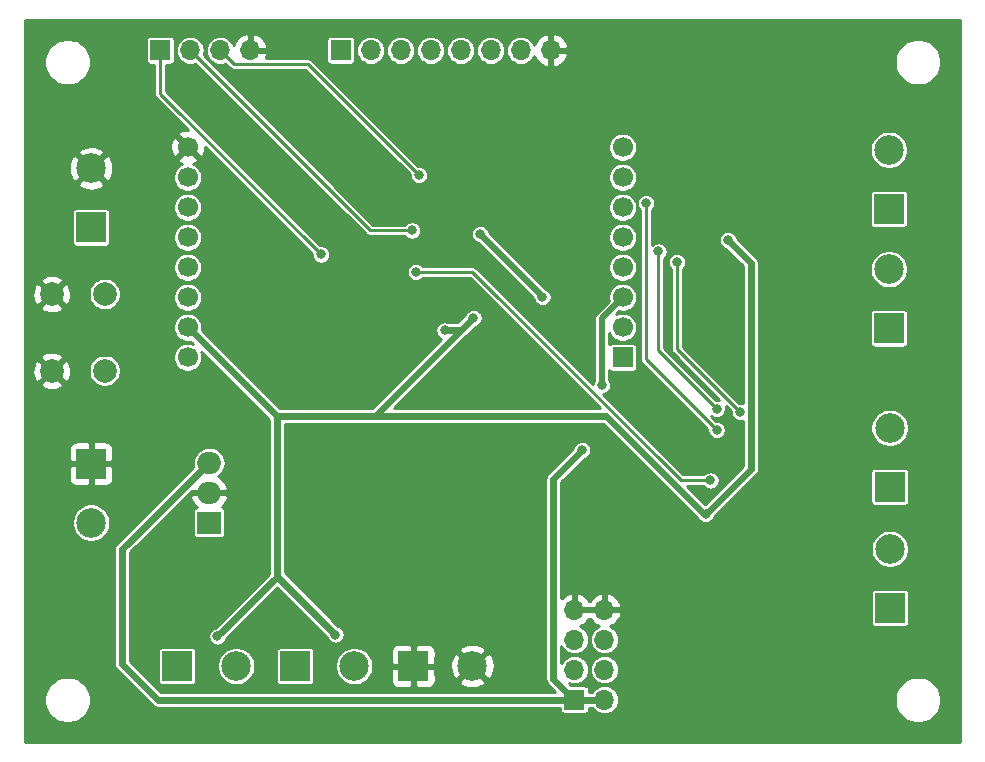
<source format=gbr>
G04 #@! TF.GenerationSoftware,KiCad,Pcbnew,5.1.2*
G04 #@! TF.CreationDate,2019-07-01T14:10:27+02:00*
G04 #@! TF.ProjectId,pcb,7063622e-6b69-4636-9164-5f7063625858,rev?*
G04 #@! TF.SameCoordinates,Original*
G04 #@! TF.FileFunction,Copper,L2,Bot*
G04 #@! TF.FilePolarity,Positive*
%FSLAX46Y46*%
G04 Gerber Fmt 4.6, Leading zero omitted, Abs format (unit mm)*
G04 Created by KiCad (PCBNEW 5.1.2) date 2019-07-01 14:10:27*
%MOMM*%
%LPD*%
G04 APERTURE LIST*
%ADD10R,2.500000X2.500000*%
%ADD11C,2.500000*%
%ADD12R,1.700000X1.700000*%
%ADD13C,1.700000*%
%ADD14O,1.700000X1.700000*%
%ADD15C,2.000000*%
%ADD16R,2.000000X1.905000*%
%ADD17O,2.000000X1.905000*%
%ADD18C,0.800000*%
%ADD19C,0.500000*%
%ADD20C,0.600000*%
%ADD21C,0.250000*%
%ADD22C,0.254000*%
G04 APERTURE END LIST*
D10*
X56000000Y-48000000D03*
D11*
X56000000Y-43000000D03*
D12*
X101000000Y-59000000D03*
D13*
X101000000Y-56460000D03*
X101000000Y-53920000D03*
X101000000Y-51380000D03*
X101000000Y-48840000D03*
X101000000Y-46300000D03*
X101000000Y-43760000D03*
X101000000Y-41220000D03*
X64170000Y-41220000D03*
X64170000Y-43760000D03*
X64170000Y-46300000D03*
X64170000Y-48840000D03*
X64170000Y-51380000D03*
X64170000Y-53920000D03*
X64170000Y-56460000D03*
X64170000Y-59000000D03*
D12*
X61849000Y-33000000D03*
D14*
X64389000Y-33000000D03*
X66929000Y-33000000D03*
X69469000Y-33000000D03*
D12*
X77137760Y-33000000D03*
D14*
X79677760Y-33000000D03*
X82217760Y-33000000D03*
X84757760Y-33000000D03*
X87297760Y-33000000D03*
X89837760Y-33000000D03*
X92377760Y-33000000D03*
X94917760Y-33000000D03*
D12*
X96926400Y-87985600D03*
D14*
X99466400Y-87985600D03*
X96926400Y-85445600D03*
X99466400Y-85445600D03*
X96926400Y-82905600D03*
X99466400Y-82905600D03*
X96926400Y-80365600D03*
X99466400Y-80365600D03*
D11*
X123553220Y-51539560D03*
D10*
X123553220Y-56539560D03*
X123553220Y-46436280D03*
D11*
X123553220Y-41436280D03*
D10*
X63282200Y-85142000D03*
D11*
X68282200Y-85142000D03*
X78282200Y-85142000D03*
D10*
X73282200Y-85142000D03*
D11*
X88282200Y-85142000D03*
D10*
X83282200Y-85142000D03*
X123625800Y-80221400D03*
D11*
X123625800Y-75221400D03*
X123612400Y-64964200D03*
D10*
X123612400Y-69964200D03*
X56000000Y-68000000D03*
D11*
X56000000Y-73000000D03*
D15*
X52662700Y-53644800D03*
X57162700Y-53644800D03*
X52662700Y-60144800D03*
X57162700Y-60144800D03*
D16*
X66000000Y-73000000D03*
D17*
X66000000Y-70460000D03*
X66000000Y-67920000D03*
D18*
X113233200Y-54711600D03*
X99237800Y-61341000D03*
X80500000Y-52000000D03*
X83134200Y-57607200D03*
X85928200Y-42392600D03*
X89966800Y-42443400D03*
X108585000Y-58115200D03*
X113614200Y-81432400D03*
X113284000Y-77927200D03*
X66700400Y-82626200D03*
X76682600Y-82473800D03*
X88950800Y-48564800D03*
X94208600Y-53898800D03*
X88366600Y-55651400D03*
X85928200Y-56718200D03*
X108026200Y-72288400D03*
X109905800Y-49072800D03*
X97586800Y-66852800D03*
X75463400Y-50292000D03*
X83185000Y-48260000D03*
X83743800Y-43586400D03*
X104038400Y-50038000D03*
X108966000Y-63347600D03*
X102971600Y-45923200D03*
X108966112Y-65151000D03*
X105587800Y-50927000D03*
X110947200Y-63652400D03*
X83489800Y-51765200D03*
X108432600Y-69418200D03*
D19*
X101000000Y-53920000D02*
X99237800Y-55682200D01*
X99237800Y-55682200D02*
X99237800Y-61341000D01*
D20*
X71704200Y-77622400D02*
X66700400Y-82626200D01*
X64170000Y-56460000D02*
X71704200Y-63994200D01*
X71704200Y-63994200D02*
X71704200Y-77622400D01*
X71704200Y-77622400D02*
X71831200Y-77622400D01*
X71831200Y-77622400D02*
X76682600Y-82473800D01*
X88950800Y-48564800D02*
X94208600Y-53822600D01*
X94208600Y-53822600D02*
X94208600Y-53898800D01*
X87299800Y-56718200D02*
X88366600Y-55651400D01*
X85928200Y-56718200D02*
X87299800Y-56718200D01*
X80023800Y-63994200D02*
X87299800Y-56718200D01*
X71704200Y-63994200D02*
X80023800Y-63994200D01*
X107904304Y-72288400D02*
X108026200Y-72288400D01*
X80023800Y-63994200D02*
X99610104Y-63994200D01*
X99610104Y-63994200D02*
X107904304Y-72288400D01*
X111847201Y-51014201D02*
X109905800Y-49072800D01*
X108026200Y-72288400D02*
X111847201Y-68467399D01*
X111847201Y-68467399D02*
X111847201Y-51014201D01*
X58648600Y-75223900D02*
X58648600Y-84988400D01*
X58648600Y-84988400D02*
X61645800Y-87985600D01*
X66000000Y-67920000D02*
X65952500Y-67920000D01*
X61645800Y-87985600D02*
X96926400Y-87985600D01*
X65952500Y-67920000D02*
X58648600Y-75223900D01*
X96926400Y-87985600D02*
X99466400Y-87985600D01*
X95148400Y-69291200D02*
X97586800Y-66852800D01*
X96926400Y-87985600D02*
X95148400Y-86207600D01*
X95148400Y-86207600D02*
X95148400Y-69291200D01*
D21*
X61849000Y-36677600D02*
X61849000Y-33000000D01*
X75463400Y-50292000D02*
X61849000Y-36677600D01*
X64389000Y-33000000D02*
X79649000Y-48260000D01*
X79649000Y-48260000D02*
X83185000Y-48260000D01*
X68104001Y-34175001D02*
X74332401Y-34175001D01*
X66929000Y-33000000D02*
X68104001Y-34175001D01*
X74332401Y-34175001D02*
X83743800Y-43586400D01*
X104038400Y-50038000D02*
X104038400Y-58420000D01*
X104038400Y-58420000D02*
X108966000Y-63347600D01*
X102971600Y-59156488D02*
X108566113Y-64751001D01*
X108566113Y-64751001D02*
X108966112Y-65151000D01*
X102971600Y-45923200D02*
X102971600Y-59156488D01*
X105587800Y-50927000D02*
X105587800Y-58089800D01*
X105587800Y-58089800D02*
X105587800Y-58293000D01*
X105587800Y-58293000D02*
X110947200Y-63652400D01*
X105918000Y-69418200D02*
X108432600Y-69418200D01*
X83489800Y-51765200D02*
X88265000Y-51765200D01*
X88265000Y-51765200D02*
X105918000Y-69418200D01*
D22*
G36*
X129598001Y-91598000D02*
G01*
X50402000Y-91598000D01*
X50402000Y-87805282D01*
X52023000Y-87805282D01*
X52023000Y-88194718D01*
X52098975Y-88576670D01*
X52248005Y-88936461D01*
X52464364Y-89260264D01*
X52739736Y-89535636D01*
X53063539Y-89751995D01*
X53423330Y-89901025D01*
X53805282Y-89977000D01*
X54194718Y-89977000D01*
X54576670Y-89901025D01*
X54936461Y-89751995D01*
X55260264Y-89535636D01*
X55535636Y-89260264D01*
X55751995Y-88936461D01*
X55901025Y-88576670D01*
X55977000Y-88194718D01*
X55977000Y-87805282D01*
X55901025Y-87423330D01*
X55751995Y-87063539D01*
X55535636Y-86739736D01*
X55260264Y-86464364D01*
X54936461Y-86248005D01*
X54576670Y-86098975D01*
X54194718Y-86023000D01*
X53805282Y-86023000D01*
X53423330Y-86098975D01*
X53063539Y-86248005D01*
X52739736Y-86464364D01*
X52464364Y-86739736D01*
X52248005Y-87063539D01*
X52098975Y-87423330D01*
X52023000Y-87805282D01*
X50402000Y-87805282D01*
X50402000Y-75223900D01*
X57968326Y-75223900D01*
X57971600Y-75257145D01*
X57971601Y-84955145D01*
X57968326Y-84988400D01*
X57981396Y-85121114D01*
X58020108Y-85248729D01*
X58082972Y-85366340D01*
X58146376Y-85443598D01*
X58146379Y-85443601D01*
X58167574Y-85469427D01*
X58193400Y-85490622D01*
X61143578Y-88440801D01*
X61164773Y-88466627D01*
X61267859Y-88551228D01*
X61385470Y-88614092D01*
X61513085Y-88652804D01*
X61612548Y-88662600D01*
X61612555Y-88662600D01*
X61645800Y-88665874D01*
X61679045Y-88662600D01*
X95697576Y-88662600D01*
X95697576Y-88835600D01*
X95704855Y-88909505D01*
X95726412Y-88980570D01*
X95761419Y-89046063D01*
X95808531Y-89103469D01*
X95865937Y-89150581D01*
X95931430Y-89185588D01*
X96002495Y-89207145D01*
X96076400Y-89214424D01*
X97776400Y-89214424D01*
X97850305Y-89207145D01*
X97921370Y-89185588D01*
X97986863Y-89150581D01*
X98044269Y-89103469D01*
X98091381Y-89046063D01*
X98126388Y-88980570D01*
X98147945Y-88909505D01*
X98155224Y-88835600D01*
X98155224Y-88662600D01*
X98436984Y-88662600D01*
X98441251Y-88670583D01*
X98594583Y-88857417D01*
X98781417Y-89010749D01*
X98994576Y-89124684D01*
X99225866Y-89194845D01*
X99406132Y-89212600D01*
X99526668Y-89212600D01*
X99706934Y-89194845D01*
X99938224Y-89124684D01*
X100151383Y-89010749D01*
X100338217Y-88857417D01*
X100491549Y-88670583D01*
X100605484Y-88457424D01*
X100675645Y-88226134D01*
X100699336Y-87985600D01*
X100681576Y-87805282D01*
X124023000Y-87805282D01*
X124023000Y-88194718D01*
X124098975Y-88576670D01*
X124248005Y-88936461D01*
X124464364Y-89260264D01*
X124739736Y-89535636D01*
X125063539Y-89751995D01*
X125423330Y-89901025D01*
X125805282Y-89977000D01*
X126194718Y-89977000D01*
X126576670Y-89901025D01*
X126936461Y-89751995D01*
X127260264Y-89535636D01*
X127535636Y-89260264D01*
X127751995Y-88936461D01*
X127901025Y-88576670D01*
X127977000Y-88194718D01*
X127977000Y-87805282D01*
X127901025Y-87423330D01*
X127751995Y-87063539D01*
X127535636Y-86739736D01*
X127260264Y-86464364D01*
X126936461Y-86248005D01*
X126576670Y-86098975D01*
X126194718Y-86023000D01*
X125805282Y-86023000D01*
X125423330Y-86098975D01*
X125063539Y-86248005D01*
X124739736Y-86464364D01*
X124464364Y-86739736D01*
X124248005Y-87063539D01*
X124098975Y-87423330D01*
X124023000Y-87805282D01*
X100681576Y-87805282D01*
X100675645Y-87745066D01*
X100605484Y-87513776D01*
X100491549Y-87300617D01*
X100338217Y-87113783D01*
X100151383Y-86960451D01*
X99938224Y-86846516D01*
X99706934Y-86776355D01*
X99526668Y-86758600D01*
X99406132Y-86758600D01*
X99225866Y-86776355D01*
X98994576Y-86846516D01*
X98781417Y-86960451D01*
X98594583Y-87113783D01*
X98441251Y-87300617D01*
X98436984Y-87308600D01*
X98155224Y-87308600D01*
X98155224Y-87135600D01*
X98147945Y-87061695D01*
X98126388Y-86990630D01*
X98091381Y-86925137D01*
X98044269Y-86867731D01*
X97986863Y-86820619D01*
X97921370Y-86785612D01*
X97850305Y-86764055D01*
X97776400Y-86756776D01*
X96654999Y-86756776D01*
X96495243Y-86597020D01*
X96685866Y-86654845D01*
X96866132Y-86672600D01*
X96986668Y-86672600D01*
X97166934Y-86654845D01*
X97398224Y-86584684D01*
X97611383Y-86470749D01*
X97798217Y-86317417D01*
X97951549Y-86130583D01*
X98065484Y-85917424D01*
X98135645Y-85686134D01*
X98159336Y-85445600D01*
X98233464Y-85445600D01*
X98257155Y-85686134D01*
X98327316Y-85917424D01*
X98441251Y-86130583D01*
X98594583Y-86317417D01*
X98781417Y-86470749D01*
X98994576Y-86584684D01*
X99225866Y-86654845D01*
X99406132Y-86672600D01*
X99526668Y-86672600D01*
X99706934Y-86654845D01*
X99938224Y-86584684D01*
X100151383Y-86470749D01*
X100338217Y-86317417D01*
X100491549Y-86130583D01*
X100605484Y-85917424D01*
X100675645Y-85686134D01*
X100699336Y-85445600D01*
X100675645Y-85205066D01*
X100605484Y-84973776D01*
X100491549Y-84760617D01*
X100338217Y-84573783D01*
X100151383Y-84420451D01*
X99938224Y-84306516D01*
X99706934Y-84236355D01*
X99526668Y-84218600D01*
X99406132Y-84218600D01*
X99225866Y-84236355D01*
X98994576Y-84306516D01*
X98781417Y-84420451D01*
X98594583Y-84573783D01*
X98441251Y-84760617D01*
X98327316Y-84973776D01*
X98257155Y-85205066D01*
X98233464Y-85445600D01*
X98159336Y-85445600D01*
X98135645Y-85205066D01*
X98065484Y-84973776D01*
X97951549Y-84760617D01*
X97798217Y-84573783D01*
X97611383Y-84420451D01*
X97398224Y-84306516D01*
X97166934Y-84236355D01*
X96986668Y-84218600D01*
X96866132Y-84218600D01*
X96685866Y-84236355D01*
X96454576Y-84306516D01*
X96241417Y-84420451D01*
X96054583Y-84573783D01*
X95901251Y-84760617D01*
X95825400Y-84902525D01*
X95825400Y-83448675D01*
X95901251Y-83590583D01*
X96054583Y-83777417D01*
X96241417Y-83930749D01*
X96454576Y-84044684D01*
X96685866Y-84114845D01*
X96866132Y-84132600D01*
X96986668Y-84132600D01*
X97166934Y-84114845D01*
X97398224Y-84044684D01*
X97611383Y-83930749D01*
X97798217Y-83777417D01*
X97951549Y-83590583D01*
X98065484Y-83377424D01*
X98135645Y-83146134D01*
X98159336Y-82905600D01*
X98135645Y-82665066D01*
X98065484Y-82433776D01*
X97951549Y-82220617D01*
X97798217Y-82033783D01*
X97611383Y-81880451D01*
X97398224Y-81766516D01*
X97384954Y-81762491D01*
X97551238Y-81703927D01*
X97800327Y-81556312D01*
X98015831Y-81362938D01*
X98189469Y-81131237D01*
X98196400Y-81116770D01*
X98203331Y-81131237D01*
X98376969Y-81362938D01*
X98592473Y-81556312D01*
X98841562Y-81703927D01*
X99007846Y-81762491D01*
X98994576Y-81766516D01*
X98781417Y-81880451D01*
X98594583Y-82033783D01*
X98441251Y-82220617D01*
X98327316Y-82433776D01*
X98257155Y-82665066D01*
X98233464Y-82905600D01*
X98257155Y-83146134D01*
X98327316Y-83377424D01*
X98441251Y-83590583D01*
X98594583Y-83777417D01*
X98781417Y-83930749D01*
X98994576Y-84044684D01*
X99225866Y-84114845D01*
X99406132Y-84132600D01*
X99526668Y-84132600D01*
X99706934Y-84114845D01*
X99938224Y-84044684D01*
X100151383Y-83930749D01*
X100338217Y-83777417D01*
X100491549Y-83590583D01*
X100605484Y-83377424D01*
X100675645Y-83146134D01*
X100699336Y-82905600D01*
X100675645Y-82665066D01*
X100605484Y-82433776D01*
X100491549Y-82220617D01*
X100338217Y-82033783D01*
X100151383Y-81880451D01*
X99938224Y-81766516D01*
X99924954Y-81762491D01*
X100091238Y-81703927D01*
X100340327Y-81556312D01*
X100555831Y-81362938D01*
X100729469Y-81131237D01*
X100854568Y-80870113D01*
X100900907Y-80717337D01*
X100780908Y-80488600D01*
X99589400Y-80488600D01*
X99589400Y-80508600D01*
X99343400Y-80508600D01*
X99343400Y-80488600D01*
X97049400Y-80488600D01*
X97049400Y-80508600D01*
X96803400Y-80508600D01*
X96803400Y-80488600D01*
X96783400Y-80488600D01*
X96783400Y-80242600D01*
X96803400Y-80242600D01*
X96803400Y-79050476D01*
X97049400Y-79050476D01*
X97049400Y-80242600D01*
X99343400Y-80242600D01*
X99343400Y-79050476D01*
X99589400Y-79050476D01*
X99589400Y-80242600D01*
X100780908Y-80242600D01*
X100900907Y-80013863D01*
X100854568Y-79861087D01*
X100729469Y-79599963D01*
X100555831Y-79368262D01*
X100340327Y-79174888D01*
X100091238Y-79027273D01*
X99932595Y-78971400D01*
X121996976Y-78971400D01*
X121996976Y-81471400D01*
X122004255Y-81545305D01*
X122025812Y-81616370D01*
X122060819Y-81681863D01*
X122107931Y-81739269D01*
X122165337Y-81786381D01*
X122230830Y-81821388D01*
X122301895Y-81842945D01*
X122375800Y-81850224D01*
X124875800Y-81850224D01*
X124949705Y-81842945D01*
X125020770Y-81821388D01*
X125086263Y-81786381D01*
X125143669Y-81739269D01*
X125190781Y-81681863D01*
X125225788Y-81616370D01*
X125247345Y-81545305D01*
X125254624Y-81471400D01*
X125254624Y-78971400D01*
X125247345Y-78897495D01*
X125225788Y-78826430D01*
X125190781Y-78760937D01*
X125143669Y-78703531D01*
X125086263Y-78656419D01*
X125020770Y-78621412D01*
X124949705Y-78599855D01*
X124875800Y-78592576D01*
X122375800Y-78592576D01*
X122301895Y-78599855D01*
X122230830Y-78621412D01*
X122165337Y-78656419D01*
X122107931Y-78703531D01*
X122060819Y-78760937D01*
X122025812Y-78826430D01*
X122004255Y-78897495D01*
X121996976Y-78971400D01*
X99932595Y-78971400D01*
X99818137Y-78931089D01*
X99589400Y-79050476D01*
X99343400Y-79050476D01*
X99114663Y-78931089D01*
X98841562Y-79027273D01*
X98592473Y-79174888D01*
X98376969Y-79368262D01*
X98203331Y-79599963D01*
X98196400Y-79614430D01*
X98189469Y-79599963D01*
X98015831Y-79368262D01*
X97800327Y-79174888D01*
X97551238Y-79027273D01*
X97278137Y-78931089D01*
X97049400Y-79050476D01*
X96803400Y-79050476D01*
X96574663Y-78931089D01*
X96301562Y-79027273D01*
X96052473Y-79174888D01*
X95836969Y-79368262D01*
X95825400Y-79383700D01*
X95825400Y-75061155D01*
X121998800Y-75061155D01*
X121998800Y-75381645D01*
X122061325Y-75695978D01*
X122183972Y-75992073D01*
X122362027Y-76258552D01*
X122588648Y-76485173D01*
X122855127Y-76663228D01*
X123151222Y-76785875D01*
X123465555Y-76848400D01*
X123786045Y-76848400D01*
X124100378Y-76785875D01*
X124396473Y-76663228D01*
X124662952Y-76485173D01*
X124889573Y-76258552D01*
X125067628Y-75992073D01*
X125190275Y-75695978D01*
X125252800Y-75381645D01*
X125252800Y-75061155D01*
X125190275Y-74746822D01*
X125067628Y-74450727D01*
X124889573Y-74184248D01*
X124662952Y-73957627D01*
X124396473Y-73779572D01*
X124100378Y-73656925D01*
X123786045Y-73594400D01*
X123465555Y-73594400D01*
X123151222Y-73656925D01*
X122855127Y-73779572D01*
X122588648Y-73957627D01*
X122362027Y-74184248D01*
X122183972Y-74450727D01*
X122061325Y-74746822D01*
X121998800Y-75061155D01*
X95825400Y-75061155D01*
X95825400Y-69571622D01*
X97793018Y-67604004D01*
X97813443Y-67599941D01*
X97954848Y-67541369D01*
X98082109Y-67456336D01*
X98190336Y-67348109D01*
X98275369Y-67220848D01*
X98333941Y-67079443D01*
X98363800Y-66929328D01*
X98363800Y-66776272D01*
X98333941Y-66626157D01*
X98275369Y-66484752D01*
X98190336Y-66357491D01*
X98082109Y-66249264D01*
X97954848Y-66164231D01*
X97813443Y-66105659D01*
X97663328Y-66075800D01*
X97510272Y-66075800D01*
X97360157Y-66105659D01*
X97218752Y-66164231D01*
X97091491Y-66249264D01*
X96983264Y-66357491D01*
X96898231Y-66484752D01*
X96839659Y-66626157D01*
X96835596Y-66646582D01*
X94693200Y-68788978D01*
X94667374Y-68810173D01*
X94646179Y-68835999D01*
X94646176Y-68836002D01*
X94582772Y-68913260D01*
X94519908Y-69030871D01*
X94481196Y-69158486D01*
X94468126Y-69291200D01*
X94471401Y-69324455D01*
X94471400Y-86174355D01*
X94468126Y-86207600D01*
X94471400Y-86240845D01*
X94471400Y-86240851D01*
X94472105Y-86248005D01*
X94481196Y-86340314D01*
X94519908Y-86467929D01*
X94582772Y-86585540D01*
X94643773Y-86659869D01*
X94667373Y-86688626D01*
X94693200Y-86709822D01*
X95291978Y-87308600D01*
X61926223Y-87308600D01*
X59325600Y-84707978D01*
X59325600Y-83892000D01*
X61653376Y-83892000D01*
X61653376Y-86392000D01*
X61660655Y-86465905D01*
X61682212Y-86536970D01*
X61717219Y-86602463D01*
X61764331Y-86659869D01*
X61821737Y-86706981D01*
X61887230Y-86741988D01*
X61958295Y-86763545D01*
X62032200Y-86770824D01*
X64532200Y-86770824D01*
X64606105Y-86763545D01*
X64677170Y-86741988D01*
X64742663Y-86706981D01*
X64800069Y-86659869D01*
X64847181Y-86602463D01*
X64882188Y-86536970D01*
X64903745Y-86465905D01*
X64911024Y-86392000D01*
X64911024Y-84981755D01*
X66655200Y-84981755D01*
X66655200Y-85302245D01*
X66717725Y-85616578D01*
X66840372Y-85912673D01*
X67018427Y-86179152D01*
X67245048Y-86405773D01*
X67511527Y-86583828D01*
X67807622Y-86706475D01*
X68121955Y-86769000D01*
X68442445Y-86769000D01*
X68756778Y-86706475D01*
X69052873Y-86583828D01*
X69319352Y-86405773D01*
X69545973Y-86179152D01*
X69724028Y-85912673D01*
X69846675Y-85616578D01*
X69909200Y-85302245D01*
X69909200Y-84981755D01*
X69846675Y-84667422D01*
X69724028Y-84371327D01*
X69545973Y-84104848D01*
X69333125Y-83892000D01*
X71653376Y-83892000D01*
X71653376Y-86392000D01*
X71660655Y-86465905D01*
X71682212Y-86536970D01*
X71717219Y-86602463D01*
X71764331Y-86659869D01*
X71821737Y-86706981D01*
X71887230Y-86741988D01*
X71958295Y-86763545D01*
X72032200Y-86770824D01*
X74532200Y-86770824D01*
X74606105Y-86763545D01*
X74677170Y-86741988D01*
X74742663Y-86706981D01*
X74800069Y-86659869D01*
X74847181Y-86602463D01*
X74882188Y-86536970D01*
X74903745Y-86465905D01*
X74911024Y-86392000D01*
X74911024Y-84981755D01*
X76655200Y-84981755D01*
X76655200Y-85302245D01*
X76717725Y-85616578D01*
X76840372Y-85912673D01*
X77018427Y-86179152D01*
X77245048Y-86405773D01*
X77511527Y-86583828D01*
X77807622Y-86706475D01*
X78121955Y-86769000D01*
X78442445Y-86769000D01*
X78756778Y-86706475D01*
X79052873Y-86583828D01*
X79319352Y-86405773D01*
X79333125Y-86392000D01*
X81402166Y-86392000D01*
X81414272Y-86514914D01*
X81450124Y-86633104D01*
X81508346Y-86742028D01*
X81586699Y-86837501D01*
X81682172Y-86915854D01*
X81791096Y-86974076D01*
X81909286Y-87009928D01*
X82032200Y-87022034D01*
X83002450Y-87019000D01*
X83159200Y-86862250D01*
X83159200Y-85265000D01*
X83405200Y-85265000D01*
X83405200Y-86862250D01*
X83561950Y-87019000D01*
X84532200Y-87022034D01*
X84655114Y-87009928D01*
X84773304Y-86974076D01*
X84882228Y-86915854D01*
X84977701Y-86837501D01*
X85056054Y-86742028D01*
X85114276Y-86633104D01*
X85150128Y-86514914D01*
X85156649Y-86448699D01*
X87149449Y-86448699D01*
X87275458Y-86736922D01*
X87605956Y-86902681D01*
X87962442Y-87000779D01*
X88331216Y-87027444D01*
X88698105Y-86981654D01*
X89049013Y-86865166D01*
X89288942Y-86736922D01*
X89414951Y-86448699D01*
X88282200Y-85315948D01*
X87149449Y-86448699D01*
X85156649Y-86448699D01*
X85162234Y-86392000D01*
X85159200Y-85421750D01*
X85002450Y-85265000D01*
X83405200Y-85265000D01*
X83159200Y-85265000D01*
X81561950Y-85265000D01*
X81405200Y-85421750D01*
X81402166Y-86392000D01*
X79333125Y-86392000D01*
X79545973Y-86179152D01*
X79724028Y-85912673D01*
X79846675Y-85616578D01*
X79909200Y-85302245D01*
X79909200Y-85191016D01*
X86396756Y-85191016D01*
X86442546Y-85557905D01*
X86559034Y-85908813D01*
X86687278Y-86148742D01*
X86975501Y-86274751D01*
X88108252Y-85142000D01*
X88456148Y-85142000D01*
X89588899Y-86274751D01*
X89877122Y-86148742D01*
X90042881Y-85818244D01*
X90140979Y-85461758D01*
X90167644Y-85092984D01*
X90121854Y-84726095D01*
X90005366Y-84375187D01*
X89877122Y-84135258D01*
X89588899Y-84009249D01*
X88456148Y-85142000D01*
X88108252Y-85142000D01*
X86975501Y-84009249D01*
X86687278Y-84135258D01*
X86521519Y-84465756D01*
X86423421Y-84822242D01*
X86396756Y-85191016D01*
X79909200Y-85191016D01*
X79909200Y-84981755D01*
X79846675Y-84667422D01*
X79724028Y-84371327D01*
X79545973Y-84104848D01*
X79333125Y-83892000D01*
X81402166Y-83892000D01*
X81405200Y-84862250D01*
X81561950Y-85019000D01*
X83159200Y-85019000D01*
X83159200Y-83421750D01*
X83405200Y-83421750D01*
X83405200Y-85019000D01*
X85002450Y-85019000D01*
X85159200Y-84862250D01*
X85162234Y-83892000D01*
X85156650Y-83835301D01*
X87149449Y-83835301D01*
X88282200Y-84968052D01*
X89414951Y-83835301D01*
X89288942Y-83547078D01*
X88958444Y-83381319D01*
X88601958Y-83283221D01*
X88233184Y-83256556D01*
X87866295Y-83302346D01*
X87515387Y-83418834D01*
X87275458Y-83547078D01*
X87149449Y-83835301D01*
X85156650Y-83835301D01*
X85150128Y-83769086D01*
X85114276Y-83650896D01*
X85056054Y-83541972D01*
X84977701Y-83446499D01*
X84882228Y-83368146D01*
X84773304Y-83309924D01*
X84655114Y-83274072D01*
X84532200Y-83261966D01*
X83561950Y-83265000D01*
X83405200Y-83421750D01*
X83159200Y-83421750D01*
X83002450Y-83265000D01*
X82032200Y-83261966D01*
X81909286Y-83274072D01*
X81791096Y-83309924D01*
X81682172Y-83368146D01*
X81586699Y-83446499D01*
X81508346Y-83541972D01*
X81450124Y-83650896D01*
X81414272Y-83769086D01*
X81402166Y-83892000D01*
X79333125Y-83892000D01*
X79319352Y-83878227D01*
X79052873Y-83700172D01*
X78756778Y-83577525D01*
X78442445Y-83515000D01*
X78121955Y-83515000D01*
X77807622Y-83577525D01*
X77511527Y-83700172D01*
X77245048Y-83878227D01*
X77018427Y-84104848D01*
X76840372Y-84371327D01*
X76717725Y-84667422D01*
X76655200Y-84981755D01*
X74911024Y-84981755D01*
X74911024Y-83892000D01*
X74903745Y-83818095D01*
X74882188Y-83747030D01*
X74847181Y-83681537D01*
X74800069Y-83624131D01*
X74742663Y-83577019D01*
X74677170Y-83542012D01*
X74606105Y-83520455D01*
X74532200Y-83513176D01*
X72032200Y-83513176D01*
X71958295Y-83520455D01*
X71887230Y-83542012D01*
X71821737Y-83577019D01*
X71764331Y-83624131D01*
X71717219Y-83681537D01*
X71682212Y-83747030D01*
X71660655Y-83818095D01*
X71653376Y-83892000D01*
X69333125Y-83892000D01*
X69319352Y-83878227D01*
X69052873Y-83700172D01*
X68756778Y-83577525D01*
X68442445Y-83515000D01*
X68121955Y-83515000D01*
X67807622Y-83577525D01*
X67511527Y-83700172D01*
X67245048Y-83878227D01*
X67018427Y-84104848D01*
X66840372Y-84371327D01*
X66717725Y-84667422D01*
X66655200Y-84981755D01*
X64911024Y-84981755D01*
X64911024Y-83892000D01*
X64903745Y-83818095D01*
X64882188Y-83747030D01*
X64847181Y-83681537D01*
X64800069Y-83624131D01*
X64742663Y-83577019D01*
X64677170Y-83542012D01*
X64606105Y-83520455D01*
X64532200Y-83513176D01*
X62032200Y-83513176D01*
X61958295Y-83520455D01*
X61887230Y-83542012D01*
X61821737Y-83577019D01*
X61764331Y-83624131D01*
X61717219Y-83681537D01*
X61682212Y-83747030D01*
X61660655Y-83818095D01*
X61653376Y-83892000D01*
X59325600Y-83892000D01*
X59325600Y-75504322D01*
X64002098Y-70827824D01*
X64416425Y-70827824D01*
X64489149Y-71051477D01*
X64632658Y-71325598D01*
X64826888Y-71566454D01*
X64954638Y-71673144D01*
X64926095Y-71675955D01*
X64855030Y-71697512D01*
X64789537Y-71732519D01*
X64732131Y-71779631D01*
X64685019Y-71837037D01*
X64650012Y-71902530D01*
X64628455Y-71973595D01*
X64621176Y-72047500D01*
X64621176Y-73952500D01*
X64628455Y-74026405D01*
X64650012Y-74097470D01*
X64685019Y-74162963D01*
X64732131Y-74220369D01*
X64789537Y-74267481D01*
X64855030Y-74302488D01*
X64926095Y-74324045D01*
X65000000Y-74331324D01*
X67000000Y-74331324D01*
X67073905Y-74324045D01*
X67144970Y-74302488D01*
X67210463Y-74267481D01*
X67267869Y-74220369D01*
X67314981Y-74162963D01*
X67349988Y-74097470D01*
X67371545Y-74026405D01*
X67378824Y-73952500D01*
X67378824Y-72047500D01*
X67371545Y-71973595D01*
X67349988Y-71902530D01*
X67314981Y-71837037D01*
X67267869Y-71779631D01*
X67210463Y-71732519D01*
X67144970Y-71697512D01*
X67073905Y-71675955D01*
X67045362Y-71673144D01*
X67173112Y-71566454D01*
X67367342Y-71325598D01*
X67510851Y-71051477D01*
X67583575Y-70827824D01*
X67464923Y-70583000D01*
X66123000Y-70583000D01*
X66123000Y-70603000D01*
X65877000Y-70603000D01*
X65877000Y-70583000D01*
X64535077Y-70583000D01*
X64416425Y-70827824D01*
X64002098Y-70827824D01*
X64521316Y-70308606D01*
X64535077Y-70337000D01*
X65877000Y-70337000D01*
X65877000Y-70317000D01*
X66123000Y-70317000D01*
X66123000Y-70337000D01*
X67464923Y-70337000D01*
X67583575Y-70092176D01*
X67510851Y-69868523D01*
X67367342Y-69594402D01*
X67173112Y-69353546D01*
X66935625Y-69155210D01*
X66748218Y-69052962D01*
X66789704Y-69030787D01*
X66992147Y-68864647D01*
X67158287Y-68662204D01*
X67281740Y-68431239D01*
X67357762Y-68180627D01*
X67383432Y-67920000D01*
X67357762Y-67659373D01*
X67281740Y-67408761D01*
X67158287Y-67177796D01*
X66992147Y-66975353D01*
X66789704Y-66809213D01*
X66558739Y-66685760D01*
X66308127Y-66609738D01*
X66112804Y-66590500D01*
X65887196Y-66590500D01*
X65691873Y-66609738D01*
X65441261Y-66685760D01*
X65210296Y-66809213D01*
X65007853Y-66975353D01*
X64841713Y-67177796D01*
X64718260Y-67408761D01*
X64642238Y-67659373D01*
X64616568Y-67920000D01*
X64642238Y-68180627D01*
X64663700Y-68251378D01*
X58193400Y-74721678D01*
X58167573Y-74742874D01*
X58082972Y-74845960D01*
X58020108Y-74963571D01*
X57981396Y-75091186D01*
X57971600Y-75190649D01*
X57971600Y-75190655D01*
X57968326Y-75223900D01*
X50402000Y-75223900D01*
X50402000Y-72839755D01*
X54373000Y-72839755D01*
X54373000Y-73160245D01*
X54435525Y-73474578D01*
X54558172Y-73770673D01*
X54736227Y-74037152D01*
X54962848Y-74263773D01*
X55229327Y-74441828D01*
X55525422Y-74564475D01*
X55839755Y-74627000D01*
X56160245Y-74627000D01*
X56474578Y-74564475D01*
X56770673Y-74441828D01*
X57037152Y-74263773D01*
X57263773Y-74037152D01*
X57441828Y-73770673D01*
X57564475Y-73474578D01*
X57627000Y-73160245D01*
X57627000Y-72839755D01*
X57564475Y-72525422D01*
X57441828Y-72229327D01*
X57263773Y-71962848D01*
X57037152Y-71736227D01*
X56770673Y-71558172D01*
X56474578Y-71435525D01*
X56160245Y-71373000D01*
X55839755Y-71373000D01*
X55525422Y-71435525D01*
X55229327Y-71558172D01*
X54962848Y-71736227D01*
X54736227Y-71962848D01*
X54558172Y-72229327D01*
X54435525Y-72525422D01*
X54373000Y-72839755D01*
X50402000Y-72839755D01*
X50402000Y-69250000D01*
X54119966Y-69250000D01*
X54132072Y-69372914D01*
X54167924Y-69491104D01*
X54226146Y-69600028D01*
X54304499Y-69695501D01*
X54399972Y-69773854D01*
X54508896Y-69832076D01*
X54627086Y-69867928D01*
X54750000Y-69880034D01*
X55720250Y-69877000D01*
X55877000Y-69720250D01*
X55877000Y-68123000D01*
X56123000Y-68123000D01*
X56123000Y-69720250D01*
X56279750Y-69877000D01*
X57250000Y-69880034D01*
X57372914Y-69867928D01*
X57491104Y-69832076D01*
X57600028Y-69773854D01*
X57695501Y-69695501D01*
X57773854Y-69600028D01*
X57832076Y-69491104D01*
X57867928Y-69372914D01*
X57880034Y-69250000D01*
X57877000Y-68279750D01*
X57720250Y-68123000D01*
X56123000Y-68123000D01*
X55877000Y-68123000D01*
X54279750Y-68123000D01*
X54123000Y-68279750D01*
X54119966Y-69250000D01*
X50402000Y-69250000D01*
X50402000Y-66750000D01*
X54119966Y-66750000D01*
X54123000Y-67720250D01*
X54279750Y-67877000D01*
X55877000Y-67877000D01*
X55877000Y-66279750D01*
X56123000Y-66279750D01*
X56123000Y-67877000D01*
X57720250Y-67877000D01*
X57877000Y-67720250D01*
X57880034Y-66750000D01*
X57867928Y-66627086D01*
X57832076Y-66508896D01*
X57773854Y-66399972D01*
X57695501Y-66304499D01*
X57600028Y-66226146D01*
X57491104Y-66167924D01*
X57372914Y-66132072D01*
X57250000Y-66119966D01*
X56279750Y-66123000D01*
X56123000Y-66279750D01*
X55877000Y-66279750D01*
X55720250Y-66123000D01*
X54750000Y-66119966D01*
X54627086Y-66132072D01*
X54508896Y-66167924D01*
X54399972Y-66226146D01*
X54304499Y-66304499D01*
X54226146Y-66399972D01*
X54167924Y-66508896D01*
X54132072Y-66627086D01*
X54119966Y-66750000D01*
X50402000Y-66750000D01*
X50402000Y-61273339D01*
X51708109Y-61273339D01*
X51803979Y-61535988D01*
X52091887Y-61676785D01*
X52401730Y-61758708D01*
X52721603Y-61778611D01*
X53039211Y-61735726D01*
X53342351Y-61631703D01*
X53521421Y-61535988D01*
X53617291Y-61273339D01*
X52662700Y-60318748D01*
X51708109Y-61273339D01*
X50402000Y-61273339D01*
X50402000Y-60203703D01*
X51028889Y-60203703D01*
X51071774Y-60521311D01*
X51175797Y-60824451D01*
X51271512Y-61003521D01*
X51534161Y-61099391D01*
X52488752Y-60144800D01*
X52836648Y-60144800D01*
X53791239Y-61099391D01*
X54053888Y-61003521D01*
X54194685Y-60715613D01*
X54276608Y-60405770D01*
X54296511Y-60085897D01*
X54286152Y-60009177D01*
X55785700Y-60009177D01*
X55785700Y-60280423D01*
X55838617Y-60546456D01*
X55942418Y-60797054D01*
X56093114Y-61022587D01*
X56284913Y-61214386D01*
X56510446Y-61365082D01*
X56761044Y-61468883D01*
X57027077Y-61521800D01*
X57298323Y-61521800D01*
X57564356Y-61468883D01*
X57814954Y-61365082D01*
X58040487Y-61214386D01*
X58232286Y-61022587D01*
X58382982Y-60797054D01*
X58486783Y-60546456D01*
X58539700Y-60280423D01*
X58539700Y-60009177D01*
X58486783Y-59743144D01*
X58382982Y-59492546D01*
X58232286Y-59267013D01*
X58040487Y-59075214D01*
X57814954Y-58924518D01*
X57564356Y-58820717D01*
X57298323Y-58767800D01*
X57027077Y-58767800D01*
X56761044Y-58820717D01*
X56510446Y-58924518D01*
X56284913Y-59075214D01*
X56093114Y-59267013D01*
X55942418Y-59492546D01*
X55838617Y-59743144D01*
X55785700Y-60009177D01*
X54286152Y-60009177D01*
X54253626Y-59768289D01*
X54149603Y-59465149D01*
X54053888Y-59286079D01*
X53791239Y-59190209D01*
X52836648Y-60144800D01*
X52488752Y-60144800D01*
X51534161Y-59190209D01*
X51271512Y-59286079D01*
X51130715Y-59573987D01*
X51048792Y-59883830D01*
X51028889Y-60203703D01*
X50402000Y-60203703D01*
X50402000Y-59016261D01*
X51708109Y-59016261D01*
X52662700Y-59970852D01*
X53617291Y-59016261D01*
X53521421Y-58753612D01*
X53233513Y-58612815D01*
X52923670Y-58530892D01*
X52603797Y-58510989D01*
X52286189Y-58553874D01*
X51983049Y-58657897D01*
X51803979Y-58753612D01*
X51708109Y-59016261D01*
X50402000Y-59016261D01*
X50402000Y-56339151D01*
X62943000Y-56339151D01*
X62943000Y-56580849D01*
X62990153Y-56817903D01*
X63082647Y-57041202D01*
X63216927Y-57242167D01*
X63387833Y-57413073D01*
X63588798Y-57547353D01*
X63812097Y-57639847D01*
X64049151Y-57687000D01*
X64290849Y-57687000D01*
X64414902Y-57662324D01*
X64604429Y-57851851D01*
X64527903Y-57820153D01*
X64290849Y-57773000D01*
X64049151Y-57773000D01*
X63812097Y-57820153D01*
X63588798Y-57912647D01*
X63387833Y-58046927D01*
X63216927Y-58217833D01*
X63082647Y-58418798D01*
X62990153Y-58642097D01*
X62943000Y-58879151D01*
X62943000Y-59120849D01*
X62990153Y-59357903D01*
X63082647Y-59581202D01*
X63216927Y-59782167D01*
X63387833Y-59953073D01*
X63588798Y-60087353D01*
X63812097Y-60179847D01*
X64049151Y-60227000D01*
X64290849Y-60227000D01*
X64527903Y-60179847D01*
X64751202Y-60087353D01*
X64952167Y-59953073D01*
X65123073Y-59782167D01*
X65257353Y-59581202D01*
X65349847Y-59357903D01*
X65397000Y-59120849D01*
X65397000Y-58879151D01*
X65349847Y-58642097D01*
X65318149Y-58565571D01*
X71027200Y-64274623D01*
X71027201Y-77341976D01*
X66494182Y-81874996D01*
X66473757Y-81879059D01*
X66332352Y-81937631D01*
X66205091Y-82022664D01*
X66096864Y-82130891D01*
X66011831Y-82258152D01*
X65953259Y-82399557D01*
X65923400Y-82549672D01*
X65923400Y-82702728D01*
X65953259Y-82852843D01*
X66011831Y-82994248D01*
X66096864Y-83121509D01*
X66205091Y-83229736D01*
X66332352Y-83314769D01*
X66473757Y-83373341D01*
X66623872Y-83403200D01*
X66776928Y-83403200D01*
X66927043Y-83373341D01*
X67068448Y-83314769D01*
X67195709Y-83229736D01*
X67303936Y-83121509D01*
X67388969Y-82994248D01*
X67447541Y-82852843D01*
X67451604Y-82832418D01*
X71767700Y-78516323D01*
X75931397Y-82680020D01*
X75935459Y-82700443D01*
X75994031Y-82841848D01*
X76079064Y-82969109D01*
X76187291Y-83077336D01*
X76314552Y-83162369D01*
X76455957Y-83220941D01*
X76606072Y-83250800D01*
X76759128Y-83250800D01*
X76909243Y-83220941D01*
X77050648Y-83162369D01*
X77177909Y-83077336D01*
X77286136Y-82969109D01*
X77371169Y-82841848D01*
X77429741Y-82700443D01*
X77459600Y-82550328D01*
X77459600Y-82397272D01*
X77429741Y-82247157D01*
X77371169Y-82105752D01*
X77286136Y-81978491D01*
X77177909Y-81870264D01*
X77050648Y-81785231D01*
X76909243Y-81726659D01*
X76888820Y-81722597D01*
X72381200Y-77214978D01*
X72381200Y-64671200D01*
X79990555Y-64671200D01*
X80023800Y-64674474D01*
X80057045Y-64671200D01*
X99329682Y-64671200D01*
X107383343Y-72724861D01*
X107422664Y-72783709D01*
X107530891Y-72891936D01*
X107658152Y-72976969D01*
X107799557Y-73035541D01*
X107949672Y-73065400D01*
X108102728Y-73065400D01*
X108252843Y-73035541D01*
X108394248Y-72976969D01*
X108521509Y-72891936D01*
X108629736Y-72783709D01*
X108714769Y-72656448D01*
X108773341Y-72515043D01*
X108777404Y-72494618D01*
X112302401Y-68969621D01*
X112328227Y-68948426D01*
X112412829Y-68845340D01*
X112475693Y-68727729D01*
X112479797Y-68714200D01*
X121983576Y-68714200D01*
X121983576Y-71214200D01*
X121990855Y-71288105D01*
X122012412Y-71359170D01*
X122047419Y-71424663D01*
X122094531Y-71482069D01*
X122151937Y-71529181D01*
X122217430Y-71564188D01*
X122288495Y-71585745D01*
X122362400Y-71593024D01*
X124862400Y-71593024D01*
X124936305Y-71585745D01*
X125007370Y-71564188D01*
X125072863Y-71529181D01*
X125130269Y-71482069D01*
X125177381Y-71424663D01*
X125212388Y-71359170D01*
X125233945Y-71288105D01*
X125241224Y-71214200D01*
X125241224Y-68714200D01*
X125233945Y-68640295D01*
X125212388Y-68569230D01*
X125177381Y-68503737D01*
X125130269Y-68446331D01*
X125072863Y-68399219D01*
X125007370Y-68364212D01*
X124936305Y-68342655D01*
X124862400Y-68335376D01*
X122362400Y-68335376D01*
X122288495Y-68342655D01*
X122217430Y-68364212D01*
X122151937Y-68399219D01*
X122094531Y-68446331D01*
X122047419Y-68503737D01*
X122012412Y-68569230D01*
X121990855Y-68640295D01*
X121983576Y-68714200D01*
X112479797Y-68714200D01*
X112514405Y-68600114D01*
X112524201Y-68500651D01*
X112524201Y-68500642D01*
X112527475Y-68467400D01*
X112524201Y-68434158D01*
X112524201Y-64803955D01*
X121985400Y-64803955D01*
X121985400Y-65124445D01*
X122047925Y-65438778D01*
X122170572Y-65734873D01*
X122348627Y-66001352D01*
X122575248Y-66227973D01*
X122841727Y-66406028D01*
X123137822Y-66528675D01*
X123452155Y-66591200D01*
X123772645Y-66591200D01*
X124086978Y-66528675D01*
X124383073Y-66406028D01*
X124649552Y-66227973D01*
X124876173Y-66001352D01*
X125054228Y-65734873D01*
X125176875Y-65438778D01*
X125239400Y-65124445D01*
X125239400Y-64803955D01*
X125176875Y-64489622D01*
X125054228Y-64193527D01*
X124876173Y-63927048D01*
X124649552Y-63700427D01*
X124383073Y-63522372D01*
X124086978Y-63399725D01*
X123772645Y-63337200D01*
X123452155Y-63337200D01*
X123137822Y-63399725D01*
X122841727Y-63522372D01*
X122575248Y-63700427D01*
X122348627Y-63927048D01*
X122170572Y-64193527D01*
X122047925Y-64489622D01*
X121985400Y-64803955D01*
X112524201Y-64803955D01*
X112524201Y-55289560D01*
X121924396Y-55289560D01*
X121924396Y-57789560D01*
X121931675Y-57863465D01*
X121953232Y-57934530D01*
X121988239Y-58000023D01*
X122035351Y-58057429D01*
X122092757Y-58104541D01*
X122158250Y-58139548D01*
X122229315Y-58161105D01*
X122303220Y-58168384D01*
X124803220Y-58168384D01*
X124877125Y-58161105D01*
X124948190Y-58139548D01*
X125013683Y-58104541D01*
X125071089Y-58057429D01*
X125118201Y-58000023D01*
X125153208Y-57934530D01*
X125174765Y-57863465D01*
X125182044Y-57789560D01*
X125182044Y-55289560D01*
X125174765Y-55215655D01*
X125153208Y-55144590D01*
X125118201Y-55079097D01*
X125071089Y-55021691D01*
X125013683Y-54974579D01*
X124948190Y-54939572D01*
X124877125Y-54918015D01*
X124803220Y-54910736D01*
X122303220Y-54910736D01*
X122229315Y-54918015D01*
X122158250Y-54939572D01*
X122092757Y-54974579D01*
X122035351Y-55021691D01*
X121988239Y-55079097D01*
X121953232Y-55144590D01*
X121931675Y-55215655D01*
X121924396Y-55289560D01*
X112524201Y-55289560D01*
X112524201Y-51379315D01*
X121926220Y-51379315D01*
X121926220Y-51699805D01*
X121988745Y-52014138D01*
X122111392Y-52310233D01*
X122289447Y-52576712D01*
X122516068Y-52803333D01*
X122782547Y-52981388D01*
X123078642Y-53104035D01*
X123392975Y-53166560D01*
X123713465Y-53166560D01*
X124027798Y-53104035D01*
X124323893Y-52981388D01*
X124590372Y-52803333D01*
X124816993Y-52576712D01*
X124995048Y-52310233D01*
X125117695Y-52014138D01*
X125180220Y-51699805D01*
X125180220Y-51379315D01*
X125117695Y-51064982D01*
X124995048Y-50768887D01*
X124816993Y-50502408D01*
X124590372Y-50275787D01*
X124323893Y-50097732D01*
X124027798Y-49975085D01*
X123713465Y-49912560D01*
X123392975Y-49912560D01*
X123078642Y-49975085D01*
X122782547Y-50097732D01*
X122516068Y-50275787D01*
X122289447Y-50502408D01*
X122111392Y-50768887D01*
X121988745Y-51064982D01*
X121926220Y-51379315D01*
X112524201Y-51379315D01*
X112524201Y-51047453D01*
X112527476Y-51014201D01*
X112514405Y-50881486D01*
X112475693Y-50753871D01*
X112412829Y-50636260D01*
X112349425Y-50559002D01*
X112349423Y-50559000D01*
X112328228Y-50533174D01*
X112302402Y-50511979D01*
X110657004Y-48866581D01*
X110652941Y-48846157D01*
X110594369Y-48704752D01*
X110509336Y-48577491D01*
X110401109Y-48469264D01*
X110273848Y-48384231D01*
X110132443Y-48325659D01*
X109982328Y-48295800D01*
X109829272Y-48295800D01*
X109679157Y-48325659D01*
X109537752Y-48384231D01*
X109410491Y-48469264D01*
X109302264Y-48577491D01*
X109217231Y-48704752D01*
X109158659Y-48846157D01*
X109128800Y-48996272D01*
X109128800Y-49149328D01*
X109158659Y-49299443D01*
X109217231Y-49440848D01*
X109302264Y-49568109D01*
X109410491Y-49676336D01*
X109537752Y-49761369D01*
X109679157Y-49819941D01*
X109699581Y-49824004D01*
X111170202Y-51294625D01*
X111170201Y-62904535D01*
X111023728Y-62875400D01*
X110880135Y-62875400D01*
X106089800Y-58085066D01*
X106089800Y-51523845D01*
X106191336Y-51422309D01*
X106276369Y-51295048D01*
X106334941Y-51153643D01*
X106364800Y-51003528D01*
X106364800Y-50850472D01*
X106334941Y-50700357D01*
X106276369Y-50558952D01*
X106191336Y-50431691D01*
X106083109Y-50323464D01*
X105955848Y-50238431D01*
X105814443Y-50179859D01*
X105664328Y-50150000D01*
X105511272Y-50150000D01*
X105361157Y-50179859D01*
X105219752Y-50238431D01*
X105092491Y-50323464D01*
X104984264Y-50431691D01*
X104899231Y-50558952D01*
X104840659Y-50700357D01*
X104810800Y-50850472D01*
X104810800Y-51003528D01*
X104840659Y-51153643D01*
X104899231Y-51295048D01*
X104984264Y-51422309D01*
X105085800Y-51523845D01*
X105085801Y-58065138D01*
X105085800Y-58065148D01*
X105085800Y-58268357D01*
X105083373Y-58293000D01*
X105085800Y-58317643D01*
X105085800Y-58317653D01*
X105093064Y-58391409D01*
X105121769Y-58486036D01*
X105158030Y-58553874D01*
X105168384Y-58573245D01*
X105215401Y-58630535D01*
X105215404Y-58630538D01*
X105231117Y-58649684D01*
X105250263Y-58665397D01*
X109183507Y-62598642D01*
X109042528Y-62570600D01*
X108898936Y-62570600D01*
X104540400Y-58212066D01*
X104540400Y-50634845D01*
X104641936Y-50533309D01*
X104726969Y-50406048D01*
X104785541Y-50264643D01*
X104815400Y-50114528D01*
X104815400Y-49961472D01*
X104785541Y-49811357D01*
X104726969Y-49669952D01*
X104641936Y-49542691D01*
X104533709Y-49434464D01*
X104406448Y-49349431D01*
X104265043Y-49290859D01*
X104114928Y-49261000D01*
X103961872Y-49261000D01*
X103811757Y-49290859D01*
X103670352Y-49349431D01*
X103543091Y-49434464D01*
X103473600Y-49503955D01*
X103473600Y-46520045D01*
X103575136Y-46418509D01*
X103660169Y-46291248D01*
X103718741Y-46149843D01*
X103748600Y-45999728D01*
X103748600Y-45846672D01*
X103718741Y-45696557D01*
X103660169Y-45555152D01*
X103575136Y-45427891D01*
X103466909Y-45319664D01*
X103339648Y-45234631D01*
X103222919Y-45186280D01*
X121924396Y-45186280D01*
X121924396Y-47686280D01*
X121931675Y-47760185D01*
X121953232Y-47831250D01*
X121988239Y-47896743D01*
X122035351Y-47954149D01*
X122092757Y-48001261D01*
X122158250Y-48036268D01*
X122229315Y-48057825D01*
X122303220Y-48065104D01*
X124803220Y-48065104D01*
X124877125Y-48057825D01*
X124948190Y-48036268D01*
X125013683Y-48001261D01*
X125071089Y-47954149D01*
X125118201Y-47896743D01*
X125153208Y-47831250D01*
X125174765Y-47760185D01*
X125182044Y-47686280D01*
X125182044Y-45186280D01*
X125174765Y-45112375D01*
X125153208Y-45041310D01*
X125118201Y-44975817D01*
X125071089Y-44918411D01*
X125013683Y-44871299D01*
X124948190Y-44836292D01*
X124877125Y-44814735D01*
X124803220Y-44807456D01*
X122303220Y-44807456D01*
X122229315Y-44814735D01*
X122158250Y-44836292D01*
X122092757Y-44871299D01*
X122035351Y-44918411D01*
X121988239Y-44975817D01*
X121953232Y-45041310D01*
X121931675Y-45112375D01*
X121924396Y-45186280D01*
X103222919Y-45186280D01*
X103198243Y-45176059D01*
X103048128Y-45146200D01*
X102895072Y-45146200D01*
X102744957Y-45176059D01*
X102603552Y-45234631D01*
X102476291Y-45319664D01*
X102368064Y-45427891D01*
X102283031Y-45555152D01*
X102224459Y-45696557D01*
X102194600Y-45846672D01*
X102194600Y-45999728D01*
X102224459Y-46149843D01*
X102283031Y-46291248D01*
X102368064Y-46418509D01*
X102469600Y-46520045D01*
X102469601Y-59131835D01*
X102467173Y-59156488D01*
X102476865Y-59254897D01*
X102505570Y-59349524D01*
X102552184Y-59436733D01*
X102599201Y-59494023D01*
X102599204Y-59494026D01*
X102614917Y-59513172D01*
X102634063Y-59528885D01*
X108189112Y-65083935D01*
X108189112Y-65227528D01*
X108218971Y-65377643D01*
X108277543Y-65519048D01*
X108362576Y-65646309D01*
X108470803Y-65754536D01*
X108598064Y-65839569D01*
X108739469Y-65898141D01*
X108889584Y-65928000D01*
X109042640Y-65928000D01*
X109192755Y-65898141D01*
X109334160Y-65839569D01*
X109461421Y-65754536D01*
X109569648Y-65646309D01*
X109654681Y-65519048D01*
X109713253Y-65377643D01*
X109743112Y-65227528D01*
X109743112Y-65074472D01*
X109713253Y-64924357D01*
X109654681Y-64782952D01*
X109569648Y-64655691D01*
X109461421Y-64547464D01*
X109334160Y-64462431D01*
X109192755Y-64403859D01*
X109042640Y-64374000D01*
X108899047Y-64374000D01*
X108487242Y-63962195D01*
X108597952Y-64036169D01*
X108739357Y-64094741D01*
X108889472Y-64124600D01*
X109042528Y-64124600D01*
X109192643Y-64094741D01*
X109334048Y-64036169D01*
X109461309Y-63951136D01*
X109569536Y-63842909D01*
X109654569Y-63715648D01*
X109713141Y-63574243D01*
X109743000Y-63424128D01*
X109743000Y-63271072D01*
X109714958Y-63130093D01*
X110170200Y-63585335D01*
X110170200Y-63728928D01*
X110200059Y-63879043D01*
X110258631Y-64020448D01*
X110343664Y-64147709D01*
X110451891Y-64255936D01*
X110579152Y-64340969D01*
X110720557Y-64399541D01*
X110870672Y-64429400D01*
X111023728Y-64429400D01*
X111170201Y-64400265D01*
X111170201Y-68186977D01*
X107965252Y-71391926D01*
X106493526Y-69920200D01*
X107835755Y-69920200D01*
X107937291Y-70021736D01*
X108064552Y-70106769D01*
X108205957Y-70165341D01*
X108356072Y-70195200D01*
X108509128Y-70195200D01*
X108659243Y-70165341D01*
X108800648Y-70106769D01*
X108927909Y-70021736D01*
X109036136Y-69913509D01*
X109121169Y-69786248D01*
X109179741Y-69644843D01*
X109209600Y-69494728D01*
X109209600Y-69341672D01*
X109179741Y-69191557D01*
X109121169Y-69050152D01*
X109036136Y-68922891D01*
X108927909Y-68814664D01*
X108800648Y-68729631D01*
X108659243Y-68671059D01*
X108509128Y-68641200D01*
X108356072Y-68641200D01*
X108205957Y-68671059D01*
X108064552Y-68729631D01*
X107937291Y-68814664D01*
X107835755Y-68916200D01*
X106125935Y-68916200D01*
X99325510Y-62115776D01*
X99464443Y-62088141D01*
X99605848Y-62029569D01*
X99733109Y-61944536D01*
X99841336Y-61836309D01*
X99926369Y-61709048D01*
X99984941Y-61567643D01*
X100014800Y-61417528D01*
X100014800Y-61264472D01*
X99984941Y-61114357D01*
X99926369Y-60972952D01*
X99864800Y-60880807D01*
X99864800Y-60096751D01*
X99882131Y-60117869D01*
X99939537Y-60164981D01*
X100005030Y-60199988D01*
X100076095Y-60221545D01*
X100150000Y-60228824D01*
X101850000Y-60228824D01*
X101923905Y-60221545D01*
X101994970Y-60199988D01*
X102060463Y-60164981D01*
X102117869Y-60117869D01*
X102164981Y-60060463D01*
X102199988Y-59994970D01*
X102221545Y-59923905D01*
X102228824Y-59850000D01*
X102228824Y-58150000D01*
X102221545Y-58076095D01*
X102199988Y-58005030D01*
X102164981Y-57939537D01*
X102117869Y-57882131D01*
X102060463Y-57835019D01*
X101994970Y-57800012D01*
X101923905Y-57778455D01*
X101850000Y-57771176D01*
X100150000Y-57771176D01*
X100076095Y-57778455D01*
X100005030Y-57800012D01*
X99939537Y-57835019D01*
X99882131Y-57882131D01*
X99864800Y-57903249D01*
X99864800Y-56925690D01*
X99912647Y-57041202D01*
X100046927Y-57242167D01*
X100217833Y-57413073D01*
X100418798Y-57547353D01*
X100642097Y-57639847D01*
X100879151Y-57687000D01*
X101120849Y-57687000D01*
X101357903Y-57639847D01*
X101581202Y-57547353D01*
X101782167Y-57413073D01*
X101953073Y-57242167D01*
X102087353Y-57041202D01*
X102179847Y-56817903D01*
X102227000Y-56580849D01*
X102227000Y-56339151D01*
X102179847Y-56102097D01*
X102087353Y-55878798D01*
X101953073Y-55677833D01*
X101782167Y-55506927D01*
X101581202Y-55372647D01*
X101357903Y-55280153D01*
X101120849Y-55233000D01*
X100879151Y-55233000D01*
X100642097Y-55280153D01*
X100444860Y-55361852D01*
X100696119Y-55110593D01*
X100879151Y-55147000D01*
X101120849Y-55147000D01*
X101357903Y-55099847D01*
X101581202Y-55007353D01*
X101782167Y-54873073D01*
X101953073Y-54702167D01*
X102087353Y-54501202D01*
X102179847Y-54277903D01*
X102227000Y-54040849D01*
X102227000Y-53799151D01*
X102179847Y-53562097D01*
X102087353Y-53338798D01*
X101953073Y-53137833D01*
X101782167Y-52966927D01*
X101581202Y-52832647D01*
X101357903Y-52740153D01*
X101120849Y-52693000D01*
X100879151Y-52693000D01*
X100642097Y-52740153D01*
X100418798Y-52832647D01*
X100217833Y-52966927D01*
X100046927Y-53137833D01*
X99912647Y-53338798D01*
X99820153Y-53562097D01*
X99773000Y-53799151D01*
X99773000Y-54040849D01*
X99809407Y-54223881D01*
X98816227Y-55217062D01*
X98792299Y-55236699D01*
X98713947Y-55332173D01*
X98655725Y-55441098D01*
X98619873Y-55559287D01*
X98619873Y-55559288D01*
X98607767Y-55682200D01*
X98610800Y-55712994D01*
X98610801Y-60880806D01*
X98549231Y-60972952D01*
X98490659Y-61114357D01*
X98463024Y-61253290D01*
X88637402Y-51427668D01*
X88621684Y-51408516D01*
X88545245Y-51345783D01*
X88458036Y-51299169D01*
X88363409Y-51270464D01*
X88289653Y-51263200D01*
X88289643Y-51263200D01*
X88265000Y-51260773D01*
X88240357Y-51263200D01*
X84086645Y-51263200D01*
X83985109Y-51161664D01*
X83857848Y-51076631D01*
X83716443Y-51018059D01*
X83566328Y-50988200D01*
X83413272Y-50988200D01*
X83263157Y-51018059D01*
X83121752Y-51076631D01*
X82994491Y-51161664D01*
X82886264Y-51269891D01*
X82801231Y-51397152D01*
X82742659Y-51538557D01*
X82712800Y-51688672D01*
X82712800Y-51841728D01*
X82742659Y-51991843D01*
X82801231Y-52133248D01*
X82886264Y-52260509D01*
X82994491Y-52368736D01*
X83121752Y-52453769D01*
X83263157Y-52512341D01*
X83413272Y-52542200D01*
X83566328Y-52542200D01*
X83716443Y-52512341D01*
X83857848Y-52453769D01*
X83985109Y-52368736D01*
X84086645Y-52267200D01*
X88057066Y-52267200D01*
X99107065Y-63317200D01*
X81658222Y-63317200D01*
X87755001Y-57220422D01*
X87780827Y-57199227D01*
X87802026Y-57173396D01*
X88572818Y-56402604D01*
X88593243Y-56398541D01*
X88734648Y-56339969D01*
X88861909Y-56254936D01*
X88970136Y-56146709D01*
X89055169Y-56019448D01*
X89113741Y-55878043D01*
X89143600Y-55727928D01*
X89143600Y-55574872D01*
X89113741Y-55424757D01*
X89055169Y-55283352D01*
X88970136Y-55156091D01*
X88861909Y-55047864D01*
X88734648Y-54962831D01*
X88593243Y-54904259D01*
X88443128Y-54874400D01*
X88290072Y-54874400D01*
X88139957Y-54904259D01*
X87998552Y-54962831D01*
X87871291Y-55047864D01*
X87763064Y-55156091D01*
X87678031Y-55283352D01*
X87619459Y-55424757D01*
X87615396Y-55445182D01*
X87019378Y-56041200D01*
X86313562Y-56041200D01*
X86296248Y-56029631D01*
X86154843Y-55971059D01*
X86004728Y-55941200D01*
X85851672Y-55941200D01*
X85701557Y-55971059D01*
X85560152Y-56029631D01*
X85432891Y-56114664D01*
X85324664Y-56222891D01*
X85239631Y-56350152D01*
X85181059Y-56491557D01*
X85151200Y-56641672D01*
X85151200Y-56794728D01*
X85181059Y-56944843D01*
X85239631Y-57086248D01*
X85324664Y-57213509D01*
X85432891Y-57321736D01*
X85560152Y-57406769D01*
X85626377Y-57434200D01*
X79743378Y-63317200D01*
X71984623Y-63317200D01*
X65372324Y-56704902D01*
X65397000Y-56580849D01*
X65397000Y-56339151D01*
X65349847Y-56102097D01*
X65257353Y-55878798D01*
X65123073Y-55677833D01*
X64952167Y-55506927D01*
X64751202Y-55372647D01*
X64527903Y-55280153D01*
X64290849Y-55233000D01*
X64049151Y-55233000D01*
X63812097Y-55280153D01*
X63588798Y-55372647D01*
X63387833Y-55506927D01*
X63216927Y-55677833D01*
X63082647Y-55878798D01*
X62990153Y-56102097D01*
X62943000Y-56339151D01*
X50402000Y-56339151D01*
X50402000Y-54773339D01*
X51708109Y-54773339D01*
X51803979Y-55035988D01*
X52091887Y-55176785D01*
X52401730Y-55258708D01*
X52721603Y-55278611D01*
X53039211Y-55235726D01*
X53342351Y-55131703D01*
X53521421Y-55035988D01*
X53617291Y-54773339D01*
X52662700Y-53818748D01*
X51708109Y-54773339D01*
X50402000Y-54773339D01*
X50402000Y-53703703D01*
X51028889Y-53703703D01*
X51071774Y-54021311D01*
X51175797Y-54324451D01*
X51271512Y-54503521D01*
X51534161Y-54599391D01*
X52488752Y-53644800D01*
X52836648Y-53644800D01*
X53791239Y-54599391D01*
X54053888Y-54503521D01*
X54194685Y-54215613D01*
X54276608Y-53905770D01*
X54296511Y-53585897D01*
X54286152Y-53509177D01*
X55785700Y-53509177D01*
X55785700Y-53780423D01*
X55838617Y-54046456D01*
X55942418Y-54297054D01*
X56093114Y-54522587D01*
X56284913Y-54714386D01*
X56510446Y-54865082D01*
X56761044Y-54968883D01*
X57027077Y-55021800D01*
X57298323Y-55021800D01*
X57564356Y-54968883D01*
X57814954Y-54865082D01*
X58040487Y-54714386D01*
X58232286Y-54522587D01*
X58382982Y-54297054D01*
X58486783Y-54046456D01*
X58535974Y-53799151D01*
X62943000Y-53799151D01*
X62943000Y-54040849D01*
X62990153Y-54277903D01*
X63082647Y-54501202D01*
X63216927Y-54702167D01*
X63387833Y-54873073D01*
X63588798Y-55007353D01*
X63812097Y-55099847D01*
X64049151Y-55147000D01*
X64290849Y-55147000D01*
X64527903Y-55099847D01*
X64751202Y-55007353D01*
X64952167Y-54873073D01*
X65123073Y-54702167D01*
X65257353Y-54501202D01*
X65349847Y-54277903D01*
X65397000Y-54040849D01*
X65397000Y-53799151D01*
X65349847Y-53562097D01*
X65257353Y-53338798D01*
X65123073Y-53137833D01*
X64952167Y-52966927D01*
X64751202Y-52832647D01*
X64527903Y-52740153D01*
X64290849Y-52693000D01*
X64049151Y-52693000D01*
X63812097Y-52740153D01*
X63588798Y-52832647D01*
X63387833Y-52966927D01*
X63216927Y-53137833D01*
X63082647Y-53338798D01*
X62990153Y-53562097D01*
X62943000Y-53799151D01*
X58535974Y-53799151D01*
X58539700Y-53780423D01*
X58539700Y-53509177D01*
X58486783Y-53243144D01*
X58382982Y-52992546D01*
X58232286Y-52767013D01*
X58040487Y-52575214D01*
X57814954Y-52424518D01*
X57564356Y-52320717D01*
X57298323Y-52267800D01*
X57027077Y-52267800D01*
X56761044Y-52320717D01*
X56510446Y-52424518D01*
X56284913Y-52575214D01*
X56093114Y-52767013D01*
X55942418Y-52992546D01*
X55838617Y-53243144D01*
X55785700Y-53509177D01*
X54286152Y-53509177D01*
X54253626Y-53268289D01*
X54149603Y-52965149D01*
X54053888Y-52786079D01*
X53791239Y-52690209D01*
X52836648Y-53644800D01*
X52488752Y-53644800D01*
X51534161Y-52690209D01*
X51271512Y-52786079D01*
X51130715Y-53073987D01*
X51048792Y-53383830D01*
X51028889Y-53703703D01*
X50402000Y-53703703D01*
X50402000Y-52516261D01*
X51708109Y-52516261D01*
X52662700Y-53470852D01*
X53617291Y-52516261D01*
X53521421Y-52253612D01*
X53233513Y-52112815D01*
X52923670Y-52030892D01*
X52603797Y-52010989D01*
X52286189Y-52053874D01*
X51983049Y-52157897D01*
X51803979Y-52253612D01*
X51708109Y-52516261D01*
X50402000Y-52516261D01*
X50402000Y-51259151D01*
X62943000Y-51259151D01*
X62943000Y-51500849D01*
X62990153Y-51737903D01*
X63082647Y-51961202D01*
X63216927Y-52162167D01*
X63387833Y-52333073D01*
X63588798Y-52467353D01*
X63812097Y-52559847D01*
X64049151Y-52607000D01*
X64290849Y-52607000D01*
X64527903Y-52559847D01*
X64751202Y-52467353D01*
X64952167Y-52333073D01*
X65123073Y-52162167D01*
X65257353Y-51961202D01*
X65349847Y-51737903D01*
X65397000Y-51500849D01*
X65397000Y-51259151D01*
X65349847Y-51022097D01*
X65257353Y-50798798D01*
X65123073Y-50597833D01*
X64952167Y-50426927D01*
X64751202Y-50292647D01*
X64527903Y-50200153D01*
X64290849Y-50153000D01*
X64049151Y-50153000D01*
X63812097Y-50200153D01*
X63588798Y-50292647D01*
X63387833Y-50426927D01*
X63216927Y-50597833D01*
X63082647Y-50798798D01*
X62990153Y-51022097D01*
X62943000Y-51259151D01*
X50402000Y-51259151D01*
X50402000Y-46750000D01*
X54371176Y-46750000D01*
X54371176Y-49250000D01*
X54378455Y-49323905D01*
X54400012Y-49394970D01*
X54435019Y-49460463D01*
X54482131Y-49517869D01*
X54539537Y-49564981D01*
X54605030Y-49599988D01*
X54676095Y-49621545D01*
X54750000Y-49628824D01*
X57250000Y-49628824D01*
X57323905Y-49621545D01*
X57394970Y-49599988D01*
X57460463Y-49564981D01*
X57517869Y-49517869D01*
X57564981Y-49460463D01*
X57599988Y-49394970D01*
X57621545Y-49323905D01*
X57628824Y-49250000D01*
X57628824Y-48719151D01*
X62943000Y-48719151D01*
X62943000Y-48960849D01*
X62990153Y-49197903D01*
X63082647Y-49421202D01*
X63216927Y-49622167D01*
X63387833Y-49793073D01*
X63588798Y-49927353D01*
X63812097Y-50019847D01*
X64049151Y-50067000D01*
X64290849Y-50067000D01*
X64527903Y-50019847D01*
X64751202Y-49927353D01*
X64952167Y-49793073D01*
X65123073Y-49622167D01*
X65257353Y-49421202D01*
X65349847Y-49197903D01*
X65397000Y-48960849D01*
X65397000Y-48719151D01*
X65349847Y-48482097D01*
X65257353Y-48258798D01*
X65123073Y-48057833D01*
X64952167Y-47886927D01*
X64751202Y-47752647D01*
X64527903Y-47660153D01*
X64290849Y-47613000D01*
X64049151Y-47613000D01*
X63812097Y-47660153D01*
X63588798Y-47752647D01*
X63387833Y-47886927D01*
X63216927Y-48057833D01*
X63082647Y-48258798D01*
X62990153Y-48482097D01*
X62943000Y-48719151D01*
X57628824Y-48719151D01*
X57628824Y-46750000D01*
X57621545Y-46676095D01*
X57599988Y-46605030D01*
X57564981Y-46539537D01*
X57517869Y-46482131D01*
X57460463Y-46435019D01*
X57394970Y-46400012D01*
X57323905Y-46378455D01*
X57250000Y-46371176D01*
X54750000Y-46371176D01*
X54676095Y-46378455D01*
X54605030Y-46400012D01*
X54539537Y-46435019D01*
X54482131Y-46482131D01*
X54435019Y-46539537D01*
X54400012Y-46605030D01*
X54378455Y-46676095D01*
X54371176Y-46750000D01*
X50402000Y-46750000D01*
X50402000Y-46179151D01*
X62943000Y-46179151D01*
X62943000Y-46420849D01*
X62990153Y-46657903D01*
X63082647Y-46881202D01*
X63216927Y-47082167D01*
X63387833Y-47253073D01*
X63588798Y-47387353D01*
X63812097Y-47479847D01*
X64049151Y-47527000D01*
X64290849Y-47527000D01*
X64527903Y-47479847D01*
X64751202Y-47387353D01*
X64952167Y-47253073D01*
X65123073Y-47082167D01*
X65257353Y-46881202D01*
X65349847Y-46657903D01*
X65397000Y-46420849D01*
X65397000Y-46179151D01*
X65349847Y-45942097D01*
X65257353Y-45718798D01*
X65123073Y-45517833D01*
X64952167Y-45346927D01*
X64751202Y-45212647D01*
X64527903Y-45120153D01*
X64290849Y-45073000D01*
X64049151Y-45073000D01*
X63812097Y-45120153D01*
X63588798Y-45212647D01*
X63387833Y-45346927D01*
X63216927Y-45517833D01*
X63082647Y-45718798D01*
X62990153Y-45942097D01*
X62943000Y-46179151D01*
X50402000Y-46179151D01*
X50402000Y-44306699D01*
X54867249Y-44306699D01*
X54993258Y-44594922D01*
X55323756Y-44760681D01*
X55680242Y-44858779D01*
X56049016Y-44885444D01*
X56415905Y-44839654D01*
X56766813Y-44723166D01*
X57006742Y-44594922D01*
X57132751Y-44306699D01*
X56000000Y-43173948D01*
X54867249Y-44306699D01*
X50402000Y-44306699D01*
X50402000Y-43049016D01*
X54114556Y-43049016D01*
X54160346Y-43415905D01*
X54276834Y-43766813D01*
X54405078Y-44006742D01*
X54693301Y-44132751D01*
X55826052Y-43000000D01*
X56173948Y-43000000D01*
X57306699Y-44132751D01*
X57594922Y-44006742D01*
X57760681Y-43676244D01*
X57770888Y-43639151D01*
X62943000Y-43639151D01*
X62943000Y-43880849D01*
X62990153Y-44117903D01*
X63082647Y-44341202D01*
X63216927Y-44542167D01*
X63387833Y-44713073D01*
X63588798Y-44847353D01*
X63812097Y-44939847D01*
X64049151Y-44987000D01*
X64290849Y-44987000D01*
X64527903Y-44939847D01*
X64751202Y-44847353D01*
X64952167Y-44713073D01*
X65123073Y-44542167D01*
X65257353Y-44341202D01*
X65349847Y-44117903D01*
X65397000Y-43880849D01*
X65397000Y-43639151D01*
X65349847Y-43402097D01*
X65257353Y-43178798D01*
X65123073Y-42977833D01*
X64952167Y-42806927D01*
X64751202Y-42672647D01*
X64631907Y-42623233D01*
X64797319Y-42565051D01*
X64939849Y-42488867D01*
X65017599Y-42241547D01*
X64170000Y-41393948D01*
X63322401Y-42241547D01*
X63400151Y-42488867D01*
X63662487Y-42614676D01*
X63703427Y-42625166D01*
X63588798Y-42672647D01*
X63387833Y-42806927D01*
X63216927Y-42977833D01*
X63082647Y-43178798D01*
X62990153Y-43402097D01*
X62943000Y-43639151D01*
X57770888Y-43639151D01*
X57858779Y-43319758D01*
X57885444Y-42950984D01*
X57839654Y-42584095D01*
X57723166Y-42233187D01*
X57594922Y-41993258D01*
X57306699Y-41867249D01*
X56173948Y-43000000D01*
X55826052Y-43000000D01*
X54693301Y-41867249D01*
X54405078Y-41993258D01*
X54239319Y-42323756D01*
X54141221Y-42680242D01*
X54114556Y-43049016D01*
X50402000Y-43049016D01*
X50402000Y-41693301D01*
X54867249Y-41693301D01*
X56000000Y-42826052D01*
X57132751Y-41693301D01*
X57006742Y-41405078D01*
X56767004Y-41284839D01*
X62687271Y-41284839D01*
X62728410Y-41572859D01*
X62824949Y-41847319D01*
X62901133Y-41989849D01*
X63148453Y-42067599D01*
X63996052Y-41220000D01*
X63148453Y-40372401D01*
X62901133Y-40450151D01*
X62775324Y-40712487D01*
X62703111Y-40994327D01*
X62687271Y-41284839D01*
X56767004Y-41284839D01*
X56676244Y-41239319D01*
X56319758Y-41141221D01*
X55950984Y-41114556D01*
X55584095Y-41160346D01*
X55233187Y-41276834D01*
X54993258Y-41405078D01*
X54867249Y-41693301D01*
X50402000Y-41693301D01*
X50402000Y-33805282D01*
X52023000Y-33805282D01*
X52023000Y-34194718D01*
X52098975Y-34576670D01*
X52248005Y-34936461D01*
X52464364Y-35260264D01*
X52739736Y-35535636D01*
X53063539Y-35751995D01*
X53423330Y-35901025D01*
X53805282Y-35977000D01*
X54194718Y-35977000D01*
X54576670Y-35901025D01*
X54936461Y-35751995D01*
X55260264Y-35535636D01*
X55535636Y-35260264D01*
X55751995Y-34936461D01*
X55901025Y-34576670D01*
X55977000Y-34194718D01*
X55977000Y-33805282D01*
X55901025Y-33423330D01*
X55751995Y-33063539D01*
X55535636Y-32739736D01*
X55260264Y-32464364D01*
X54936461Y-32248005D01*
X54699856Y-32150000D01*
X60620176Y-32150000D01*
X60620176Y-33850000D01*
X60627455Y-33923905D01*
X60649012Y-33994970D01*
X60684019Y-34060463D01*
X60731131Y-34117869D01*
X60788537Y-34164981D01*
X60854030Y-34199988D01*
X60925095Y-34221545D01*
X60999000Y-34228824D01*
X61347001Y-34228824D01*
X61347000Y-36652957D01*
X61344573Y-36677600D01*
X61347000Y-36702243D01*
X61347000Y-36702252D01*
X61354264Y-36776008D01*
X61382969Y-36870635D01*
X61429583Y-36957845D01*
X61492316Y-37034284D01*
X61511468Y-37050002D01*
X64204133Y-39742667D01*
X64105161Y-39737271D01*
X63817141Y-39778410D01*
X63542681Y-39874949D01*
X63400151Y-39951133D01*
X63322401Y-40198453D01*
X64170000Y-41046052D01*
X64184143Y-41031910D01*
X64358091Y-41205858D01*
X64343948Y-41220000D01*
X65191547Y-42067599D01*
X65438867Y-41989849D01*
X65564676Y-41727513D01*
X65636889Y-41445673D01*
X65650862Y-41189397D01*
X74686400Y-50224935D01*
X74686400Y-50368528D01*
X74716259Y-50518643D01*
X74774831Y-50660048D01*
X74859864Y-50787309D01*
X74968091Y-50895536D01*
X75095352Y-50980569D01*
X75236757Y-51039141D01*
X75386872Y-51069000D01*
X75539928Y-51069000D01*
X75690043Y-51039141D01*
X75831448Y-50980569D01*
X75958709Y-50895536D01*
X76066936Y-50787309D01*
X76151969Y-50660048D01*
X76210541Y-50518643D01*
X76240400Y-50368528D01*
X76240400Y-50215472D01*
X76210541Y-50065357D01*
X76151969Y-49923952D01*
X76066936Y-49796691D01*
X75958709Y-49688464D01*
X75831448Y-49603431D01*
X75690043Y-49544859D01*
X75539928Y-49515000D01*
X75396335Y-49515000D01*
X62351000Y-36469666D01*
X62351000Y-34228824D01*
X62699000Y-34228824D01*
X62772905Y-34221545D01*
X62843970Y-34199988D01*
X62909463Y-34164981D01*
X62966869Y-34117869D01*
X63013981Y-34060463D01*
X63048988Y-33994970D01*
X63070545Y-33923905D01*
X63077824Y-33850000D01*
X63077824Y-33000000D01*
X63156064Y-33000000D01*
X63179755Y-33240534D01*
X63249916Y-33471824D01*
X63363851Y-33684983D01*
X63517183Y-33871817D01*
X63704017Y-34025149D01*
X63917176Y-34139084D01*
X64148466Y-34209245D01*
X64328732Y-34227000D01*
X64449268Y-34227000D01*
X64629534Y-34209245D01*
X64828082Y-34149016D01*
X79276603Y-48597538D01*
X79292316Y-48616684D01*
X79368755Y-48679417D01*
X79455964Y-48726031D01*
X79550591Y-48754736D01*
X79624347Y-48762000D01*
X79624357Y-48762000D01*
X79649000Y-48764427D01*
X79673643Y-48762000D01*
X82588155Y-48762000D01*
X82689691Y-48863536D01*
X82816952Y-48948569D01*
X82958357Y-49007141D01*
X83108472Y-49037000D01*
X83261528Y-49037000D01*
X83411643Y-49007141D01*
X83553048Y-48948569D01*
X83680309Y-48863536D01*
X83788536Y-48755309D01*
X83873569Y-48628048D01*
X83931466Y-48488272D01*
X88173800Y-48488272D01*
X88173800Y-48641328D01*
X88203659Y-48791443D01*
X88262231Y-48932848D01*
X88347264Y-49060109D01*
X88455491Y-49168336D01*
X88582752Y-49253369D01*
X88724157Y-49311941D01*
X88744582Y-49316004D01*
X93438476Y-54009898D01*
X93461459Y-54125443D01*
X93520031Y-54266848D01*
X93605064Y-54394109D01*
X93713291Y-54502336D01*
X93840552Y-54587369D01*
X93981957Y-54645941D01*
X94132072Y-54675800D01*
X94285128Y-54675800D01*
X94435243Y-54645941D01*
X94576648Y-54587369D01*
X94703909Y-54502336D01*
X94812136Y-54394109D01*
X94897169Y-54266848D01*
X94955741Y-54125443D01*
X94985600Y-53975328D01*
X94985600Y-53822272D01*
X94955741Y-53672157D01*
X94897169Y-53530752D01*
X94812136Y-53403491D01*
X94703909Y-53295264D01*
X94576648Y-53210231D01*
X94537393Y-53193971D01*
X92602573Y-51259151D01*
X99773000Y-51259151D01*
X99773000Y-51500849D01*
X99820153Y-51737903D01*
X99912647Y-51961202D01*
X100046927Y-52162167D01*
X100217833Y-52333073D01*
X100418798Y-52467353D01*
X100642097Y-52559847D01*
X100879151Y-52607000D01*
X101120849Y-52607000D01*
X101357903Y-52559847D01*
X101581202Y-52467353D01*
X101782167Y-52333073D01*
X101953073Y-52162167D01*
X102087353Y-51961202D01*
X102179847Y-51737903D01*
X102227000Y-51500849D01*
X102227000Y-51259151D01*
X102179847Y-51022097D01*
X102087353Y-50798798D01*
X101953073Y-50597833D01*
X101782167Y-50426927D01*
X101581202Y-50292647D01*
X101357903Y-50200153D01*
X101120849Y-50153000D01*
X100879151Y-50153000D01*
X100642097Y-50200153D01*
X100418798Y-50292647D01*
X100217833Y-50426927D01*
X100046927Y-50597833D01*
X99912647Y-50798798D01*
X99820153Y-51022097D01*
X99773000Y-51259151D01*
X92602573Y-51259151D01*
X90062573Y-48719151D01*
X99773000Y-48719151D01*
X99773000Y-48960849D01*
X99820153Y-49197903D01*
X99912647Y-49421202D01*
X100046927Y-49622167D01*
X100217833Y-49793073D01*
X100418798Y-49927353D01*
X100642097Y-50019847D01*
X100879151Y-50067000D01*
X101120849Y-50067000D01*
X101357903Y-50019847D01*
X101581202Y-49927353D01*
X101782167Y-49793073D01*
X101953073Y-49622167D01*
X102087353Y-49421202D01*
X102179847Y-49197903D01*
X102227000Y-48960849D01*
X102227000Y-48719151D01*
X102179847Y-48482097D01*
X102087353Y-48258798D01*
X101953073Y-48057833D01*
X101782167Y-47886927D01*
X101581202Y-47752647D01*
X101357903Y-47660153D01*
X101120849Y-47613000D01*
X100879151Y-47613000D01*
X100642097Y-47660153D01*
X100418798Y-47752647D01*
X100217833Y-47886927D01*
X100046927Y-48057833D01*
X99912647Y-48258798D01*
X99820153Y-48482097D01*
X99773000Y-48719151D01*
X90062573Y-48719151D01*
X89702004Y-48358582D01*
X89697941Y-48338157D01*
X89639369Y-48196752D01*
X89554336Y-48069491D01*
X89446109Y-47961264D01*
X89318848Y-47876231D01*
X89177443Y-47817659D01*
X89027328Y-47787800D01*
X88874272Y-47787800D01*
X88724157Y-47817659D01*
X88582752Y-47876231D01*
X88455491Y-47961264D01*
X88347264Y-48069491D01*
X88262231Y-48196752D01*
X88203659Y-48338157D01*
X88173800Y-48488272D01*
X83931466Y-48488272D01*
X83932141Y-48486643D01*
X83962000Y-48336528D01*
X83962000Y-48183472D01*
X83932141Y-48033357D01*
X83873569Y-47891952D01*
X83788536Y-47764691D01*
X83680309Y-47656464D01*
X83553048Y-47571431D01*
X83411643Y-47512859D01*
X83261528Y-47483000D01*
X83108472Y-47483000D01*
X82958357Y-47512859D01*
X82816952Y-47571431D01*
X82689691Y-47656464D01*
X82588155Y-47758000D01*
X79856935Y-47758000D01*
X78278086Y-46179151D01*
X99773000Y-46179151D01*
X99773000Y-46420849D01*
X99820153Y-46657903D01*
X99912647Y-46881202D01*
X100046927Y-47082167D01*
X100217833Y-47253073D01*
X100418798Y-47387353D01*
X100642097Y-47479847D01*
X100879151Y-47527000D01*
X101120849Y-47527000D01*
X101357903Y-47479847D01*
X101581202Y-47387353D01*
X101782167Y-47253073D01*
X101953073Y-47082167D01*
X102087353Y-46881202D01*
X102179847Y-46657903D01*
X102227000Y-46420849D01*
X102227000Y-46179151D01*
X102179847Y-45942097D01*
X102087353Y-45718798D01*
X101953073Y-45517833D01*
X101782167Y-45346927D01*
X101581202Y-45212647D01*
X101357903Y-45120153D01*
X101120849Y-45073000D01*
X100879151Y-45073000D01*
X100642097Y-45120153D01*
X100418798Y-45212647D01*
X100217833Y-45346927D01*
X100046927Y-45517833D01*
X99912647Y-45718798D01*
X99820153Y-45942097D01*
X99773000Y-46179151D01*
X78278086Y-46179151D01*
X65538016Y-33439082D01*
X65598245Y-33240534D01*
X65621936Y-33000000D01*
X65696064Y-33000000D01*
X65719755Y-33240534D01*
X65789916Y-33471824D01*
X65903851Y-33684983D01*
X66057183Y-33871817D01*
X66244017Y-34025149D01*
X66457176Y-34139084D01*
X66688466Y-34209245D01*
X66868732Y-34227000D01*
X66989268Y-34227000D01*
X67169534Y-34209245D01*
X67368082Y-34149016D01*
X67731604Y-34512539D01*
X67747317Y-34531685D01*
X67823756Y-34594418D01*
X67910965Y-34641032D01*
X68005592Y-34669737D01*
X68079348Y-34677001D01*
X68079357Y-34677001D01*
X68104000Y-34679428D01*
X68128643Y-34677001D01*
X74124467Y-34677001D01*
X82966800Y-43519335D01*
X82966800Y-43662928D01*
X82996659Y-43813043D01*
X83055231Y-43954448D01*
X83140264Y-44081709D01*
X83248491Y-44189936D01*
X83375752Y-44274969D01*
X83517157Y-44333541D01*
X83667272Y-44363400D01*
X83820328Y-44363400D01*
X83970443Y-44333541D01*
X84111848Y-44274969D01*
X84239109Y-44189936D01*
X84347336Y-44081709D01*
X84432369Y-43954448D01*
X84490941Y-43813043D01*
X84520800Y-43662928D01*
X84520800Y-43639151D01*
X99773000Y-43639151D01*
X99773000Y-43880849D01*
X99820153Y-44117903D01*
X99912647Y-44341202D01*
X100046927Y-44542167D01*
X100217833Y-44713073D01*
X100418798Y-44847353D01*
X100642097Y-44939847D01*
X100879151Y-44987000D01*
X101120849Y-44987000D01*
X101357903Y-44939847D01*
X101581202Y-44847353D01*
X101782167Y-44713073D01*
X101953073Y-44542167D01*
X102087353Y-44341202D01*
X102179847Y-44117903D01*
X102227000Y-43880849D01*
X102227000Y-43639151D01*
X102179847Y-43402097D01*
X102087353Y-43178798D01*
X101953073Y-42977833D01*
X101782167Y-42806927D01*
X101581202Y-42672647D01*
X101357903Y-42580153D01*
X101120849Y-42533000D01*
X100879151Y-42533000D01*
X100642097Y-42580153D01*
X100418798Y-42672647D01*
X100217833Y-42806927D01*
X100046927Y-42977833D01*
X99912647Y-43178798D01*
X99820153Y-43402097D01*
X99773000Y-43639151D01*
X84520800Y-43639151D01*
X84520800Y-43509872D01*
X84490941Y-43359757D01*
X84432369Y-43218352D01*
X84347336Y-43091091D01*
X84239109Y-42982864D01*
X84111848Y-42897831D01*
X83970443Y-42839259D01*
X83820328Y-42809400D01*
X83676735Y-42809400D01*
X81966486Y-41099151D01*
X99773000Y-41099151D01*
X99773000Y-41340849D01*
X99820153Y-41577903D01*
X99912647Y-41801202D01*
X100046927Y-42002167D01*
X100217833Y-42173073D01*
X100418798Y-42307353D01*
X100642097Y-42399847D01*
X100879151Y-42447000D01*
X101120849Y-42447000D01*
X101357903Y-42399847D01*
X101581202Y-42307353D01*
X101782167Y-42173073D01*
X101953073Y-42002167D01*
X102087353Y-41801202D01*
X102179847Y-41577903D01*
X102227000Y-41340849D01*
X102227000Y-41276035D01*
X121926220Y-41276035D01*
X121926220Y-41596525D01*
X121988745Y-41910858D01*
X122111392Y-42206953D01*
X122289447Y-42473432D01*
X122516068Y-42700053D01*
X122782547Y-42878108D01*
X123078642Y-43000755D01*
X123392975Y-43063280D01*
X123713465Y-43063280D01*
X124027798Y-43000755D01*
X124323893Y-42878108D01*
X124590372Y-42700053D01*
X124816993Y-42473432D01*
X124995048Y-42206953D01*
X125117695Y-41910858D01*
X125180220Y-41596525D01*
X125180220Y-41276035D01*
X125117695Y-40961702D01*
X124995048Y-40665607D01*
X124816993Y-40399128D01*
X124590372Y-40172507D01*
X124323893Y-39994452D01*
X124027798Y-39871805D01*
X123713465Y-39809280D01*
X123392975Y-39809280D01*
X123078642Y-39871805D01*
X122782547Y-39994452D01*
X122516068Y-40172507D01*
X122289447Y-40399128D01*
X122111392Y-40665607D01*
X121988745Y-40961702D01*
X121926220Y-41276035D01*
X102227000Y-41276035D01*
X102227000Y-41099151D01*
X102179847Y-40862097D01*
X102087353Y-40638798D01*
X101953073Y-40437833D01*
X101782167Y-40266927D01*
X101581202Y-40132647D01*
X101357903Y-40040153D01*
X101120849Y-39993000D01*
X100879151Y-39993000D01*
X100642097Y-40040153D01*
X100418798Y-40132647D01*
X100217833Y-40266927D01*
X100046927Y-40437833D01*
X99912647Y-40638798D01*
X99820153Y-40862097D01*
X99773000Y-41099151D01*
X81966486Y-41099151D01*
X74704803Y-33837469D01*
X74689085Y-33818317D01*
X74612646Y-33755584D01*
X74525437Y-33708970D01*
X74430810Y-33680265D01*
X74357054Y-33673001D01*
X74357044Y-33673001D01*
X74332401Y-33670574D01*
X74307758Y-33673001D01*
X70778785Y-33673001D01*
X70807327Y-33624838D01*
X70903511Y-33351737D01*
X70784124Y-33123000D01*
X69592000Y-33123000D01*
X69592000Y-33143000D01*
X69346000Y-33143000D01*
X69346000Y-33123000D01*
X69326000Y-33123000D01*
X69326000Y-32877000D01*
X69346000Y-32877000D01*
X69346000Y-31685492D01*
X69592000Y-31685492D01*
X69592000Y-32877000D01*
X70784124Y-32877000D01*
X70903511Y-32648263D01*
X70807327Y-32375162D01*
X70673892Y-32150000D01*
X75908936Y-32150000D01*
X75908936Y-33850000D01*
X75916215Y-33923905D01*
X75937772Y-33994970D01*
X75972779Y-34060463D01*
X76019891Y-34117869D01*
X76077297Y-34164981D01*
X76142790Y-34199988D01*
X76213855Y-34221545D01*
X76287760Y-34228824D01*
X77987760Y-34228824D01*
X78061665Y-34221545D01*
X78132730Y-34199988D01*
X78198223Y-34164981D01*
X78255629Y-34117869D01*
X78302741Y-34060463D01*
X78337748Y-33994970D01*
X78359305Y-33923905D01*
X78366584Y-33850000D01*
X78366584Y-33000000D01*
X78444824Y-33000000D01*
X78468515Y-33240534D01*
X78538676Y-33471824D01*
X78652611Y-33684983D01*
X78805943Y-33871817D01*
X78992777Y-34025149D01*
X79205936Y-34139084D01*
X79437226Y-34209245D01*
X79617492Y-34227000D01*
X79738028Y-34227000D01*
X79918294Y-34209245D01*
X80149584Y-34139084D01*
X80362743Y-34025149D01*
X80549577Y-33871817D01*
X80702909Y-33684983D01*
X80816844Y-33471824D01*
X80887005Y-33240534D01*
X80910696Y-33000000D01*
X80984824Y-33000000D01*
X81008515Y-33240534D01*
X81078676Y-33471824D01*
X81192611Y-33684983D01*
X81345943Y-33871817D01*
X81532777Y-34025149D01*
X81745936Y-34139084D01*
X81977226Y-34209245D01*
X82157492Y-34227000D01*
X82278028Y-34227000D01*
X82458294Y-34209245D01*
X82689584Y-34139084D01*
X82902743Y-34025149D01*
X83089577Y-33871817D01*
X83242909Y-33684983D01*
X83356844Y-33471824D01*
X83427005Y-33240534D01*
X83450696Y-33000000D01*
X83524824Y-33000000D01*
X83548515Y-33240534D01*
X83618676Y-33471824D01*
X83732611Y-33684983D01*
X83885943Y-33871817D01*
X84072777Y-34025149D01*
X84285936Y-34139084D01*
X84517226Y-34209245D01*
X84697492Y-34227000D01*
X84818028Y-34227000D01*
X84998294Y-34209245D01*
X85229584Y-34139084D01*
X85442743Y-34025149D01*
X85629577Y-33871817D01*
X85782909Y-33684983D01*
X85896844Y-33471824D01*
X85967005Y-33240534D01*
X85990696Y-33000000D01*
X86064824Y-33000000D01*
X86088515Y-33240534D01*
X86158676Y-33471824D01*
X86272611Y-33684983D01*
X86425943Y-33871817D01*
X86612777Y-34025149D01*
X86825936Y-34139084D01*
X87057226Y-34209245D01*
X87237492Y-34227000D01*
X87358028Y-34227000D01*
X87538294Y-34209245D01*
X87769584Y-34139084D01*
X87982743Y-34025149D01*
X88169577Y-33871817D01*
X88322909Y-33684983D01*
X88436844Y-33471824D01*
X88507005Y-33240534D01*
X88530696Y-33000000D01*
X88604824Y-33000000D01*
X88628515Y-33240534D01*
X88698676Y-33471824D01*
X88812611Y-33684983D01*
X88965943Y-33871817D01*
X89152777Y-34025149D01*
X89365936Y-34139084D01*
X89597226Y-34209245D01*
X89777492Y-34227000D01*
X89898028Y-34227000D01*
X90078294Y-34209245D01*
X90309584Y-34139084D01*
X90522743Y-34025149D01*
X90709577Y-33871817D01*
X90862909Y-33684983D01*
X90976844Y-33471824D01*
X91047005Y-33240534D01*
X91070696Y-33000000D01*
X91144824Y-33000000D01*
X91168515Y-33240534D01*
X91238676Y-33471824D01*
X91352611Y-33684983D01*
X91505943Y-33871817D01*
X91692777Y-34025149D01*
X91905936Y-34139084D01*
X92137226Y-34209245D01*
X92317492Y-34227000D01*
X92438028Y-34227000D01*
X92618294Y-34209245D01*
X92849584Y-34139084D01*
X93062743Y-34025149D01*
X93249577Y-33871817D01*
X93402909Y-33684983D01*
X93516844Y-33471824D01*
X93520869Y-33458554D01*
X93579433Y-33624838D01*
X93727048Y-33873927D01*
X93920422Y-34089431D01*
X94152123Y-34263069D01*
X94413247Y-34388168D01*
X94566023Y-34434507D01*
X94794760Y-34314508D01*
X94794760Y-33123000D01*
X95040760Y-33123000D01*
X95040760Y-34314508D01*
X95269497Y-34434507D01*
X95422273Y-34388168D01*
X95683397Y-34263069D01*
X95915098Y-34089431D01*
X96108472Y-33873927D01*
X96149152Y-33805282D01*
X124023000Y-33805282D01*
X124023000Y-34194718D01*
X124098975Y-34576670D01*
X124248005Y-34936461D01*
X124464364Y-35260264D01*
X124739736Y-35535636D01*
X125063539Y-35751995D01*
X125423330Y-35901025D01*
X125805282Y-35977000D01*
X126194718Y-35977000D01*
X126576670Y-35901025D01*
X126936461Y-35751995D01*
X127260264Y-35535636D01*
X127535636Y-35260264D01*
X127751995Y-34936461D01*
X127901025Y-34576670D01*
X127977000Y-34194718D01*
X127977000Y-33805282D01*
X127901025Y-33423330D01*
X127751995Y-33063539D01*
X127535636Y-32739736D01*
X127260264Y-32464364D01*
X126936461Y-32248005D01*
X126576670Y-32098975D01*
X126194718Y-32023000D01*
X125805282Y-32023000D01*
X125423330Y-32098975D01*
X125063539Y-32248005D01*
X124739736Y-32464364D01*
X124464364Y-32739736D01*
X124248005Y-33063539D01*
X124098975Y-33423330D01*
X124023000Y-33805282D01*
X96149152Y-33805282D01*
X96256087Y-33624838D01*
X96352271Y-33351737D01*
X96232884Y-33123000D01*
X95040760Y-33123000D01*
X94794760Y-33123000D01*
X94774760Y-33123000D01*
X94774760Y-32877000D01*
X94794760Y-32877000D01*
X94794760Y-31685492D01*
X95040760Y-31685492D01*
X95040760Y-32877000D01*
X96232884Y-32877000D01*
X96352271Y-32648263D01*
X96256087Y-32375162D01*
X96108472Y-32126073D01*
X95915098Y-31910569D01*
X95683397Y-31736931D01*
X95422273Y-31611832D01*
X95269497Y-31565493D01*
X95040760Y-31685492D01*
X94794760Y-31685492D01*
X94566023Y-31565493D01*
X94413247Y-31611832D01*
X94152123Y-31736931D01*
X93920422Y-31910569D01*
X93727048Y-32126073D01*
X93579433Y-32375162D01*
X93520869Y-32541446D01*
X93516844Y-32528176D01*
X93402909Y-32315017D01*
X93249577Y-32128183D01*
X93062743Y-31974851D01*
X92849584Y-31860916D01*
X92618294Y-31790755D01*
X92438028Y-31773000D01*
X92317492Y-31773000D01*
X92137226Y-31790755D01*
X91905936Y-31860916D01*
X91692777Y-31974851D01*
X91505943Y-32128183D01*
X91352611Y-32315017D01*
X91238676Y-32528176D01*
X91168515Y-32759466D01*
X91144824Y-33000000D01*
X91070696Y-33000000D01*
X91047005Y-32759466D01*
X90976844Y-32528176D01*
X90862909Y-32315017D01*
X90709577Y-32128183D01*
X90522743Y-31974851D01*
X90309584Y-31860916D01*
X90078294Y-31790755D01*
X89898028Y-31773000D01*
X89777492Y-31773000D01*
X89597226Y-31790755D01*
X89365936Y-31860916D01*
X89152777Y-31974851D01*
X88965943Y-32128183D01*
X88812611Y-32315017D01*
X88698676Y-32528176D01*
X88628515Y-32759466D01*
X88604824Y-33000000D01*
X88530696Y-33000000D01*
X88507005Y-32759466D01*
X88436844Y-32528176D01*
X88322909Y-32315017D01*
X88169577Y-32128183D01*
X87982743Y-31974851D01*
X87769584Y-31860916D01*
X87538294Y-31790755D01*
X87358028Y-31773000D01*
X87237492Y-31773000D01*
X87057226Y-31790755D01*
X86825936Y-31860916D01*
X86612777Y-31974851D01*
X86425943Y-32128183D01*
X86272611Y-32315017D01*
X86158676Y-32528176D01*
X86088515Y-32759466D01*
X86064824Y-33000000D01*
X85990696Y-33000000D01*
X85967005Y-32759466D01*
X85896844Y-32528176D01*
X85782909Y-32315017D01*
X85629577Y-32128183D01*
X85442743Y-31974851D01*
X85229584Y-31860916D01*
X84998294Y-31790755D01*
X84818028Y-31773000D01*
X84697492Y-31773000D01*
X84517226Y-31790755D01*
X84285936Y-31860916D01*
X84072777Y-31974851D01*
X83885943Y-32128183D01*
X83732611Y-32315017D01*
X83618676Y-32528176D01*
X83548515Y-32759466D01*
X83524824Y-33000000D01*
X83450696Y-33000000D01*
X83427005Y-32759466D01*
X83356844Y-32528176D01*
X83242909Y-32315017D01*
X83089577Y-32128183D01*
X82902743Y-31974851D01*
X82689584Y-31860916D01*
X82458294Y-31790755D01*
X82278028Y-31773000D01*
X82157492Y-31773000D01*
X81977226Y-31790755D01*
X81745936Y-31860916D01*
X81532777Y-31974851D01*
X81345943Y-32128183D01*
X81192611Y-32315017D01*
X81078676Y-32528176D01*
X81008515Y-32759466D01*
X80984824Y-33000000D01*
X80910696Y-33000000D01*
X80887005Y-32759466D01*
X80816844Y-32528176D01*
X80702909Y-32315017D01*
X80549577Y-32128183D01*
X80362743Y-31974851D01*
X80149584Y-31860916D01*
X79918294Y-31790755D01*
X79738028Y-31773000D01*
X79617492Y-31773000D01*
X79437226Y-31790755D01*
X79205936Y-31860916D01*
X78992777Y-31974851D01*
X78805943Y-32128183D01*
X78652611Y-32315017D01*
X78538676Y-32528176D01*
X78468515Y-32759466D01*
X78444824Y-33000000D01*
X78366584Y-33000000D01*
X78366584Y-32150000D01*
X78359305Y-32076095D01*
X78337748Y-32005030D01*
X78302741Y-31939537D01*
X78255629Y-31882131D01*
X78198223Y-31835019D01*
X78132730Y-31800012D01*
X78061665Y-31778455D01*
X77987760Y-31771176D01*
X76287760Y-31771176D01*
X76213855Y-31778455D01*
X76142790Y-31800012D01*
X76077297Y-31835019D01*
X76019891Y-31882131D01*
X75972779Y-31939537D01*
X75937772Y-32005030D01*
X75916215Y-32076095D01*
X75908936Y-32150000D01*
X70673892Y-32150000D01*
X70659712Y-32126073D01*
X70466338Y-31910569D01*
X70234637Y-31736931D01*
X69973513Y-31611832D01*
X69820737Y-31565493D01*
X69592000Y-31685492D01*
X69346000Y-31685492D01*
X69117263Y-31565493D01*
X68964487Y-31611832D01*
X68703363Y-31736931D01*
X68471662Y-31910569D01*
X68278288Y-32126073D01*
X68130673Y-32375162D01*
X68072109Y-32541446D01*
X68068084Y-32528176D01*
X67954149Y-32315017D01*
X67800817Y-32128183D01*
X67613983Y-31974851D01*
X67400824Y-31860916D01*
X67169534Y-31790755D01*
X66989268Y-31773000D01*
X66868732Y-31773000D01*
X66688466Y-31790755D01*
X66457176Y-31860916D01*
X66244017Y-31974851D01*
X66057183Y-32128183D01*
X65903851Y-32315017D01*
X65789916Y-32528176D01*
X65719755Y-32759466D01*
X65696064Y-33000000D01*
X65621936Y-33000000D01*
X65598245Y-32759466D01*
X65528084Y-32528176D01*
X65414149Y-32315017D01*
X65260817Y-32128183D01*
X65073983Y-31974851D01*
X64860824Y-31860916D01*
X64629534Y-31790755D01*
X64449268Y-31773000D01*
X64328732Y-31773000D01*
X64148466Y-31790755D01*
X63917176Y-31860916D01*
X63704017Y-31974851D01*
X63517183Y-32128183D01*
X63363851Y-32315017D01*
X63249916Y-32528176D01*
X63179755Y-32759466D01*
X63156064Y-33000000D01*
X63077824Y-33000000D01*
X63077824Y-32150000D01*
X63070545Y-32076095D01*
X63048988Y-32005030D01*
X63013981Y-31939537D01*
X62966869Y-31882131D01*
X62909463Y-31835019D01*
X62843970Y-31800012D01*
X62772905Y-31778455D01*
X62699000Y-31771176D01*
X60999000Y-31771176D01*
X60925095Y-31778455D01*
X60854030Y-31800012D01*
X60788537Y-31835019D01*
X60731131Y-31882131D01*
X60684019Y-31939537D01*
X60649012Y-32005030D01*
X60627455Y-32076095D01*
X60620176Y-32150000D01*
X54699856Y-32150000D01*
X54576670Y-32098975D01*
X54194718Y-32023000D01*
X53805282Y-32023000D01*
X53423330Y-32098975D01*
X53063539Y-32248005D01*
X52739736Y-32464364D01*
X52464364Y-32739736D01*
X52248005Y-33063539D01*
X52098975Y-33423330D01*
X52023000Y-33805282D01*
X50402000Y-33805282D01*
X50402000Y-30402000D01*
X129598000Y-30402000D01*
X129598001Y-91598000D01*
X129598001Y-91598000D01*
G37*
X129598001Y-91598000D02*
X50402000Y-91598000D01*
X50402000Y-87805282D01*
X52023000Y-87805282D01*
X52023000Y-88194718D01*
X52098975Y-88576670D01*
X52248005Y-88936461D01*
X52464364Y-89260264D01*
X52739736Y-89535636D01*
X53063539Y-89751995D01*
X53423330Y-89901025D01*
X53805282Y-89977000D01*
X54194718Y-89977000D01*
X54576670Y-89901025D01*
X54936461Y-89751995D01*
X55260264Y-89535636D01*
X55535636Y-89260264D01*
X55751995Y-88936461D01*
X55901025Y-88576670D01*
X55977000Y-88194718D01*
X55977000Y-87805282D01*
X55901025Y-87423330D01*
X55751995Y-87063539D01*
X55535636Y-86739736D01*
X55260264Y-86464364D01*
X54936461Y-86248005D01*
X54576670Y-86098975D01*
X54194718Y-86023000D01*
X53805282Y-86023000D01*
X53423330Y-86098975D01*
X53063539Y-86248005D01*
X52739736Y-86464364D01*
X52464364Y-86739736D01*
X52248005Y-87063539D01*
X52098975Y-87423330D01*
X52023000Y-87805282D01*
X50402000Y-87805282D01*
X50402000Y-75223900D01*
X57968326Y-75223900D01*
X57971600Y-75257145D01*
X57971601Y-84955145D01*
X57968326Y-84988400D01*
X57981396Y-85121114D01*
X58020108Y-85248729D01*
X58082972Y-85366340D01*
X58146376Y-85443598D01*
X58146379Y-85443601D01*
X58167574Y-85469427D01*
X58193400Y-85490622D01*
X61143578Y-88440801D01*
X61164773Y-88466627D01*
X61267859Y-88551228D01*
X61385470Y-88614092D01*
X61513085Y-88652804D01*
X61612548Y-88662600D01*
X61612555Y-88662600D01*
X61645800Y-88665874D01*
X61679045Y-88662600D01*
X95697576Y-88662600D01*
X95697576Y-88835600D01*
X95704855Y-88909505D01*
X95726412Y-88980570D01*
X95761419Y-89046063D01*
X95808531Y-89103469D01*
X95865937Y-89150581D01*
X95931430Y-89185588D01*
X96002495Y-89207145D01*
X96076400Y-89214424D01*
X97776400Y-89214424D01*
X97850305Y-89207145D01*
X97921370Y-89185588D01*
X97986863Y-89150581D01*
X98044269Y-89103469D01*
X98091381Y-89046063D01*
X98126388Y-88980570D01*
X98147945Y-88909505D01*
X98155224Y-88835600D01*
X98155224Y-88662600D01*
X98436984Y-88662600D01*
X98441251Y-88670583D01*
X98594583Y-88857417D01*
X98781417Y-89010749D01*
X98994576Y-89124684D01*
X99225866Y-89194845D01*
X99406132Y-89212600D01*
X99526668Y-89212600D01*
X99706934Y-89194845D01*
X99938224Y-89124684D01*
X100151383Y-89010749D01*
X100338217Y-88857417D01*
X100491549Y-88670583D01*
X100605484Y-88457424D01*
X100675645Y-88226134D01*
X100699336Y-87985600D01*
X100681576Y-87805282D01*
X124023000Y-87805282D01*
X124023000Y-88194718D01*
X124098975Y-88576670D01*
X124248005Y-88936461D01*
X124464364Y-89260264D01*
X124739736Y-89535636D01*
X125063539Y-89751995D01*
X125423330Y-89901025D01*
X125805282Y-89977000D01*
X126194718Y-89977000D01*
X126576670Y-89901025D01*
X126936461Y-89751995D01*
X127260264Y-89535636D01*
X127535636Y-89260264D01*
X127751995Y-88936461D01*
X127901025Y-88576670D01*
X127977000Y-88194718D01*
X127977000Y-87805282D01*
X127901025Y-87423330D01*
X127751995Y-87063539D01*
X127535636Y-86739736D01*
X127260264Y-86464364D01*
X126936461Y-86248005D01*
X126576670Y-86098975D01*
X126194718Y-86023000D01*
X125805282Y-86023000D01*
X125423330Y-86098975D01*
X125063539Y-86248005D01*
X124739736Y-86464364D01*
X124464364Y-86739736D01*
X124248005Y-87063539D01*
X124098975Y-87423330D01*
X124023000Y-87805282D01*
X100681576Y-87805282D01*
X100675645Y-87745066D01*
X100605484Y-87513776D01*
X100491549Y-87300617D01*
X100338217Y-87113783D01*
X100151383Y-86960451D01*
X99938224Y-86846516D01*
X99706934Y-86776355D01*
X99526668Y-86758600D01*
X99406132Y-86758600D01*
X99225866Y-86776355D01*
X98994576Y-86846516D01*
X98781417Y-86960451D01*
X98594583Y-87113783D01*
X98441251Y-87300617D01*
X98436984Y-87308600D01*
X98155224Y-87308600D01*
X98155224Y-87135600D01*
X98147945Y-87061695D01*
X98126388Y-86990630D01*
X98091381Y-86925137D01*
X98044269Y-86867731D01*
X97986863Y-86820619D01*
X97921370Y-86785612D01*
X97850305Y-86764055D01*
X97776400Y-86756776D01*
X96654999Y-86756776D01*
X96495243Y-86597020D01*
X96685866Y-86654845D01*
X96866132Y-86672600D01*
X96986668Y-86672600D01*
X97166934Y-86654845D01*
X97398224Y-86584684D01*
X97611383Y-86470749D01*
X97798217Y-86317417D01*
X97951549Y-86130583D01*
X98065484Y-85917424D01*
X98135645Y-85686134D01*
X98159336Y-85445600D01*
X98233464Y-85445600D01*
X98257155Y-85686134D01*
X98327316Y-85917424D01*
X98441251Y-86130583D01*
X98594583Y-86317417D01*
X98781417Y-86470749D01*
X98994576Y-86584684D01*
X99225866Y-86654845D01*
X99406132Y-86672600D01*
X99526668Y-86672600D01*
X99706934Y-86654845D01*
X99938224Y-86584684D01*
X100151383Y-86470749D01*
X100338217Y-86317417D01*
X100491549Y-86130583D01*
X100605484Y-85917424D01*
X100675645Y-85686134D01*
X100699336Y-85445600D01*
X100675645Y-85205066D01*
X100605484Y-84973776D01*
X100491549Y-84760617D01*
X100338217Y-84573783D01*
X100151383Y-84420451D01*
X99938224Y-84306516D01*
X99706934Y-84236355D01*
X99526668Y-84218600D01*
X99406132Y-84218600D01*
X99225866Y-84236355D01*
X98994576Y-84306516D01*
X98781417Y-84420451D01*
X98594583Y-84573783D01*
X98441251Y-84760617D01*
X98327316Y-84973776D01*
X98257155Y-85205066D01*
X98233464Y-85445600D01*
X98159336Y-85445600D01*
X98135645Y-85205066D01*
X98065484Y-84973776D01*
X97951549Y-84760617D01*
X97798217Y-84573783D01*
X97611383Y-84420451D01*
X97398224Y-84306516D01*
X97166934Y-84236355D01*
X96986668Y-84218600D01*
X96866132Y-84218600D01*
X96685866Y-84236355D01*
X96454576Y-84306516D01*
X96241417Y-84420451D01*
X96054583Y-84573783D01*
X95901251Y-84760617D01*
X95825400Y-84902525D01*
X95825400Y-83448675D01*
X95901251Y-83590583D01*
X96054583Y-83777417D01*
X96241417Y-83930749D01*
X96454576Y-84044684D01*
X96685866Y-84114845D01*
X96866132Y-84132600D01*
X96986668Y-84132600D01*
X97166934Y-84114845D01*
X97398224Y-84044684D01*
X97611383Y-83930749D01*
X97798217Y-83777417D01*
X97951549Y-83590583D01*
X98065484Y-83377424D01*
X98135645Y-83146134D01*
X98159336Y-82905600D01*
X98135645Y-82665066D01*
X98065484Y-82433776D01*
X97951549Y-82220617D01*
X97798217Y-82033783D01*
X97611383Y-81880451D01*
X97398224Y-81766516D01*
X97384954Y-81762491D01*
X97551238Y-81703927D01*
X97800327Y-81556312D01*
X98015831Y-81362938D01*
X98189469Y-81131237D01*
X98196400Y-81116770D01*
X98203331Y-81131237D01*
X98376969Y-81362938D01*
X98592473Y-81556312D01*
X98841562Y-81703927D01*
X99007846Y-81762491D01*
X98994576Y-81766516D01*
X98781417Y-81880451D01*
X98594583Y-82033783D01*
X98441251Y-82220617D01*
X98327316Y-82433776D01*
X98257155Y-82665066D01*
X98233464Y-82905600D01*
X98257155Y-83146134D01*
X98327316Y-83377424D01*
X98441251Y-83590583D01*
X98594583Y-83777417D01*
X98781417Y-83930749D01*
X98994576Y-84044684D01*
X99225866Y-84114845D01*
X99406132Y-84132600D01*
X99526668Y-84132600D01*
X99706934Y-84114845D01*
X99938224Y-84044684D01*
X100151383Y-83930749D01*
X100338217Y-83777417D01*
X100491549Y-83590583D01*
X100605484Y-83377424D01*
X100675645Y-83146134D01*
X100699336Y-82905600D01*
X100675645Y-82665066D01*
X100605484Y-82433776D01*
X100491549Y-82220617D01*
X100338217Y-82033783D01*
X100151383Y-81880451D01*
X99938224Y-81766516D01*
X99924954Y-81762491D01*
X100091238Y-81703927D01*
X100340327Y-81556312D01*
X100555831Y-81362938D01*
X100729469Y-81131237D01*
X100854568Y-80870113D01*
X100900907Y-80717337D01*
X100780908Y-80488600D01*
X99589400Y-80488600D01*
X99589400Y-80508600D01*
X99343400Y-80508600D01*
X99343400Y-80488600D01*
X97049400Y-80488600D01*
X97049400Y-80508600D01*
X96803400Y-80508600D01*
X96803400Y-80488600D01*
X96783400Y-80488600D01*
X96783400Y-80242600D01*
X96803400Y-80242600D01*
X96803400Y-79050476D01*
X97049400Y-79050476D01*
X97049400Y-80242600D01*
X99343400Y-80242600D01*
X99343400Y-79050476D01*
X99589400Y-79050476D01*
X99589400Y-80242600D01*
X100780908Y-80242600D01*
X100900907Y-80013863D01*
X100854568Y-79861087D01*
X100729469Y-79599963D01*
X100555831Y-79368262D01*
X100340327Y-79174888D01*
X100091238Y-79027273D01*
X99932595Y-78971400D01*
X121996976Y-78971400D01*
X121996976Y-81471400D01*
X122004255Y-81545305D01*
X122025812Y-81616370D01*
X122060819Y-81681863D01*
X122107931Y-81739269D01*
X122165337Y-81786381D01*
X122230830Y-81821388D01*
X122301895Y-81842945D01*
X122375800Y-81850224D01*
X124875800Y-81850224D01*
X124949705Y-81842945D01*
X125020770Y-81821388D01*
X125086263Y-81786381D01*
X125143669Y-81739269D01*
X125190781Y-81681863D01*
X125225788Y-81616370D01*
X125247345Y-81545305D01*
X125254624Y-81471400D01*
X125254624Y-78971400D01*
X125247345Y-78897495D01*
X125225788Y-78826430D01*
X125190781Y-78760937D01*
X125143669Y-78703531D01*
X125086263Y-78656419D01*
X125020770Y-78621412D01*
X124949705Y-78599855D01*
X124875800Y-78592576D01*
X122375800Y-78592576D01*
X122301895Y-78599855D01*
X122230830Y-78621412D01*
X122165337Y-78656419D01*
X122107931Y-78703531D01*
X122060819Y-78760937D01*
X122025812Y-78826430D01*
X122004255Y-78897495D01*
X121996976Y-78971400D01*
X99932595Y-78971400D01*
X99818137Y-78931089D01*
X99589400Y-79050476D01*
X99343400Y-79050476D01*
X99114663Y-78931089D01*
X98841562Y-79027273D01*
X98592473Y-79174888D01*
X98376969Y-79368262D01*
X98203331Y-79599963D01*
X98196400Y-79614430D01*
X98189469Y-79599963D01*
X98015831Y-79368262D01*
X97800327Y-79174888D01*
X97551238Y-79027273D01*
X97278137Y-78931089D01*
X97049400Y-79050476D01*
X96803400Y-79050476D01*
X96574663Y-78931089D01*
X96301562Y-79027273D01*
X96052473Y-79174888D01*
X95836969Y-79368262D01*
X95825400Y-79383700D01*
X95825400Y-75061155D01*
X121998800Y-75061155D01*
X121998800Y-75381645D01*
X122061325Y-75695978D01*
X122183972Y-75992073D01*
X122362027Y-76258552D01*
X122588648Y-76485173D01*
X122855127Y-76663228D01*
X123151222Y-76785875D01*
X123465555Y-76848400D01*
X123786045Y-76848400D01*
X124100378Y-76785875D01*
X124396473Y-76663228D01*
X124662952Y-76485173D01*
X124889573Y-76258552D01*
X125067628Y-75992073D01*
X125190275Y-75695978D01*
X125252800Y-75381645D01*
X125252800Y-75061155D01*
X125190275Y-74746822D01*
X125067628Y-74450727D01*
X124889573Y-74184248D01*
X124662952Y-73957627D01*
X124396473Y-73779572D01*
X124100378Y-73656925D01*
X123786045Y-73594400D01*
X123465555Y-73594400D01*
X123151222Y-73656925D01*
X122855127Y-73779572D01*
X122588648Y-73957627D01*
X122362027Y-74184248D01*
X122183972Y-74450727D01*
X122061325Y-74746822D01*
X121998800Y-75061155D01*
X95825400Y-75061155D01*
X95825400Y-69571622D01*
X97793018Y-67604004D01*
X97813443Y-67599941D01*
X97954848Y-67541369D01*
X98082109Y-67456336D01*
X98190336Y-67348109D01*
X98275369Y-67220848D01*
X98333941Y-67079443D01*
X98363800Y-66929328D01*
X98363800Y-66776272D01*
X98333941Y-66626157D01*
X98275369Y-66484752D01*
X98190336Y-66357491D01*
X98082109Y-66249264D01*
X97954848Y-66164231D01*
X97813443Y-66105659D01*
X97663328Y-66075800D01*
X97510272Y-66075800D01*
X97360157Y-66105659D01*
X97218752Y-66164231D01*
X97091491Y-66249264D01*
X96983264Y-66357491D01*
X96898231Y-66484752D01*
X96839659Y-66626157D01*
X96835596Y-66646582D01*
X94693200Y-68788978D01*
X94667374Y-68810173D01*
X94646179Y-68835999D01*
X94646176Y-68836002D01*
X94582772Y-68913260D01*
X94519908Y-69030871D01*
X94481196Y-69158486D01*
X94468126Y-69291200D01*
X94471401Y-69324455D01*
X94471400Y-86174355D01*
X94468126Y-86207600D01*
X94471400Y-86240845D01*
X94471400Y-86240851D01*
X94472105Y-86248005D01*
X94481196Y-86340314D01*
X94519908Y-86467929D01*
X94582772Y-86585540D01*
X94643773Y-86659869D01*
X94667373Y-86688626D01*
X94693200Y-86709822D01*
X95291978Y-87308600D01*
X61926223Y-87308600D01*
X59325600Y-84707978D01*
X59325600Y-83892000D01*
X61653376Y-83892000D01*
X61653376Y-86392000D01*
X61660655Y-86465905D01*
X61682212Y-86536970D01*
X61717219Y-86602463D01*
X61764331Y-86659869D01*
X61821737Y-86706981D01*
X61887230Y-86741988D01*
X61958295Y-86763545D01*
X62032200Y-86770824D01*
X64532200Y-86770824D01*
X64606105Y-86763545D01*
X64677170Y-86741988D01*
X64742663Y-86706981D01*
X64800069Y-86659869D01*
X64847181Y-86602463D01*
X64882188Y-86536970D01*
X64903745Y-86465905D01*
X64911024Y-86392000D01*
X64911024Y-84981755D01*
X66655200Y-84981755D01*
X66655200Y-85302245D01*
X66717725Y-85616578D01*
X66840372Y-85912673D01*
X67018427Y-86179152D01*
X67245048Y-86405773D01*
X67511527Y-86583828D01*
X67807622Y-86706475D01*
X68121955Y-86769000D01*
X68442445Y-86769000D01*
X68756778Y-86706475D01*
X69052873Y-86583828D01*
X69319352Y-86405773D01*
X69545973Y-86179152D01*
X69724028Y-85912673D01*
X69846675Y-85616578D01*
X69909200Y-85302245D01*
X69909200Y-84981755D01*
X69846675Y-84667422D01*
X69724028Y-84371327D01*
X69545973Y-84104848D01*
X69333125Y-83892000D01*
X71653376Y-83892000D01*
X71653376Y-86392000D01*
X71660655Y-86465905D01*
X71682212Y-86536970D01*
X71717219Y-86602463D01*
X71764331Y-86659869D01*
X71821737Y-86706981D01*
X71887230Y-86741988D01*
X71958295Y-86763545D01*
X72032200Y-86770824D01*
X74532200Y-86770824D01*
X74606105Y-86763545D01*
X74677170Y-86741988D01*
X74742663Y-86706981D01*
X74800069Y-86659869D01*
X74847181Y-86602463D01*
X74882188Y-86536970D01*
X74903745Y-86465905D01*
X74911024Y-86392000D01*
X74911024Y-84981755D01*
X76655200Y-84981755D01*
X76655200Y-85302245D01*
X76717725Y-85616578D01*
X76840372Y-85912673D01*
X77018427Y-86179152D01*
X77245048Y-86405773D01*
X77511527Y-86583828D01*
X77807622Y-86706475D01*
X78121955Y-86769000D01*
X78442445Y-86769000D01*
X78756778Y-86706475D01*
X79052873Y-86583828D01*
X79319352Y-86405773D01*
X79333125Y-86392000D01*
X81402166Y-86392000D01*
X81414272Y-86514914D01*
X81450124Y-86633104D01*
X81508346Y-86742028D01*
X81586699Y-86837501D01*
X81682172Y-86915854D01*
X81791096Y-86974076D01*
X81909286Y-87009928D01*
X82032200Y-87022034D01*
X83002450Y-87019000D01*
X83159200Y-86862250D01*
X83159200Y-85265000D01*
X83405200Y-85265000D01*
X83405200Y-86862250D01*
X83561950Y-87019000D01*
X84532200Y-87022034D01*
X84655114Y-87009928D01*
X84773304Y-86974076D01*
X84882228Y-86915854D01*
X84977701Y-86837501D01*
X85056054Y-86742028D01*
X85114276Y-86633104D01*
X85150128Y-86514914D01*
X85156649Y-86448699D01*
X87149449Y-86448699D01*
X87275458Y-86736922D01*
X87605956Y-86902681D01*
X87962442Y-87000779D01*
X88331216Y-87027444D01*
X88698105Y-86981654D01*
X89049013Y-86865166D01*
X89288942Y-86736922D01*
X89414951Y-86448699D01*
X88282200Y-85315948D01*
X87149449Y-86448699D01*
X85156649Y-86448699D01*
X85162234Y-86392000D01*
X85159200Y-85421750D01*
X85002450Y-85265000D01*
X83405200Y-85265000D01*
X83159200Y-85265000D01*
X81561950Y-85265000D01*
X81405200Y-85421750D01*
X81402166Y-86392000D01*
X79333125Y-86392000D01*
X79545973Y-86179152D01*
X79724028Y-85912673D01*
X79846675Y-85616578D01*
X79909200Y-85302245D01*
X79909200Y-85191016D01*
X86396756Y-85191016D01*
X86442546Y-85557905D01*
X86559034Y-85908813D01*
X86687278Y-86148742D01*
X86975501Y-86274751D01*
X88108252Y-85142000D01*
X88456148Y-85142000D01*
X89588899Y-86274751D01*
X89877122Y-86148742D01*
X90042881Y-85818244D01*
X90140979Y-85461758D01*
X90167644Y-85092984D01*
X90121854Y-84726095D01*
X90005366Y-84375187D01*
X89877122Y-84135258D01*
X89588899Y-84009249D01*
X88456148Y-85142000D01*
X88108252Y-85142000D01*
X86975501Y-84009249D01*
X86687278Y-84135258D01*
X86521519Y-84465756D01*
X86423421Y-84822242D01*
X86396756Y-85191016D01*
X79909200Y-85191016D01*
X79909200Y-84981755D01*
X79846675Y-84667422D01*
X79724028Y-84371327D01*
X79545973Y-84104848D01*
X79333125Y-83892000D01*
X81402166Y-83892000D01*
X81405200Y-84862250D01*
X81561950Y-85019000D01*
X83159200Y-85019000D01*
X83159200Y-83421750D01*
X83405200Y-83421750D01*
X83405200Y-85019000D01*
X85002450Y-85019000D01*
X85159200Y-84862250D01*
X85162234Y-83892000D01*
X85156650Y-83835301D01*
X87149449Y-83835301D01*
X88282200Y-84968052D01*
X89414951Y-83835301D01*
X89288942Y-83547078D01*
X88958444Y-83381319D01*
X88601958Y-83283221D01*
X88233184Y-83256556D01*
X87866295Y-83302346D01*
X87515387Y-83418834D01*
X87275458Y-83547078D01*
X87149449Y-83835301D01*
X85156650Y-83835301D01*
X85150128Y-83769086D01*
X85114276Y-83650896D01*
X85056054Y-83541972D01*
X84977701Y-83446499D01*
X84882228Y-83368146D01*
X84773304Y-83309924D01*
X84655114Y-83274072D01*
X84532200Y-83261966D01*
X83561950Y-83265000D01*
X83405200Y-83421750D01*
X83159200Y-83421750D01*
X83002450Y-83265000D01*
X82032200Y-83261966D01*
X81909286Y-83274072D01*
X81791096Y-83309924D01*
X81682172Y-83368146D01*
X81586699Y-83446499D01*
X81508346Y-83541972D01*
X81450124Y-83650896D01*
X81414272Y-83769086D01*
X81402166Y-83892000D01*
X79333125Y-83892000D01*
X79319352Y-83878227D01*
X79052873Y-83700172D01*
X78756778Y-83577525D01*
X78442445Y-83515000D01*
X78121955Y-83515000D01*
X77807622Y-83577525D01*
X77511527Y-83700172D01*
X77245048Y-83878227D01*
X77018427Y-84104848D01*
X76840372Y-84371327D01*
X76717725Y-84667422D01*
X76655200Y-84981755D01*
X74911024Y-84981755D01*
X74911024Y-83892000D01*
X74903745Y-83818095D01*
X74882188Y-83747030D01*
X74847181Y-83681537D01*
X74800069Y-83624131D01*
X74742663Y-83577019D01*
X74677170Y-83542012D01*
X74606105Y-83520455D01*
X74532200Y-83513176D01*
X72032200Y-83513176D01*
X71958295Y-83520455D01*
X71887230Y-83542012D01*
X71821737Y-83577019D01*
X71764331Y-83624131D01*
X71717219Y-83681537D01*
X71682212Y-83747030D01*
X71660655Y-83818095D01*
X71653376Y-83892000D01*
X69333125Y-83892000D01*
X69319352Y-83878227D01*
X69052873Y-83700172D01*
X68756778Y-83577525D01*
X68442445Y-83515000D01*
X68121955Y-83515000D01*
X67807622Y-83577525D01*
X67511527Y-83700172D01*
X67245048Y-83878227D01*
X67018427Y-84104848D01*
X66840372Y-84371327D01*
X66717725Y-84667422D01*
X66655200Y-84981755D01*
X64911024Y-84981755D01*
X64911024Y-83892000D01*
X64903745Y-83818095D01*
X64882188Y-83747030D01*
X64847181Y-83681537D01*
X64800069Y-83624131D01*
X64742663Y-83577019D01*
X64677170Y-83542012D01*
X64606105Y-83520455D01*
X64532200Y-83513176D01*
X62032200Y-83513176D01*
X61958295Y-83520455D01*
X61887230Y-83542012D01*
X61821737Y-83577019D01*
X61764331Y-83624131D01*
X61717219Y-83681537D01*
X61682212Y-83747030D01*
X61660655Y-83818095D01*
X61653376Y-83892000D01*
X59325600Y-83892000D01*
X59325600Y-75504322D01*
X64002098Y-70827824D01*
X64416425Y-70827824D01*
X64489149Y-71051477D01*
X64632658Y-71325598D01*
X64826888Y-71566454D01*
X64954638Y-71673144D01*
X64926095Y-71675955D01*
X64855030Y-71697512D01*
X64789537Y-71732519D01*
X64732131Y-71779631D01*
X64685019Y-71837037D01*
X64650012Y-71902530D01*
X64628455Y-71973595D01*
X64621176Y-72047500D01*
X64621176Y-73952500D01*
X64628455Y-74026405D01*
X64650012Y-74097470D01*
X64685019Y-74162963D01*
X64732131Y-74220369D01*
X64789537Y-74267481D01*
X64855030Y-74302488D01*
X64926095Y-74324045D01*
X65000000Y-74331324D01*
X67000000Y-74331324D01*
X67073905Y-74324045D01*
X67144970Y-74302488D01*
X67210463Y-74267481D01*
X67267869Y-74220369D01*
X67314981Y-74162963D01*
X67349988Y-74097470D01*
X67371545Y-74026405D01*
X67378824Y-73952500D01*
X67378824Y-72047500D01*
X67371545Y-71973595D01*
X67349988Y-71902530D01*
X67314981Y-71837037D01*
X67267869Y-71779631D01*
X67210463Y-71732519D01*
X67144970Y-71697512D01*
X67073905Y-71675955D01*
X67045362Y-71673144D01*
X67173112Y-71566454D01*
X67367342Y-71325598D01*
X67510851Y-71051477D01*
X67583575Y-70827824D01*
X67464923Y-70583000D01*
X66123000Y-70583000D01*
X66123000Y-70603000D01*
X65877000Y-70603000D01*
X65877000Y-70583000D01*
X64535077Y-70583000D01*
X64416425Y-70827824D01*
X64002098Y-70827824D01*
X64521316Y-70308606D01*
X64535077Y-70337000D01*
X65877000Y-70337000D01*
X65877000Y-70317000D01*
X66123000Y-70317000D01*
X66123000Y-70337000D01*
X67464923Y-70337000D01*
X67583575Y-70092176D01*
X67510851Y-69868523D01*
X67367342Y-69594402D01*
X67173112Y-69353546D01*
X66935625Y-69155210D01*
X66748218Y-69052962D01*
X66789704Y-69030787D01*
X66992147Y-68864647D01*
X67158287Y-68662204D01*
X67281740Y-68431239D01*
X67357762Y-68180627D01*
X67383432Y-67920000D01*
X67357762Y-67659373D01*
X67281740Y-67408761D01*
X67158287Y-67177796D01*
X66992147Y-66975353D01*
X66789704Y-66809213D01*
X66558739Y-66685760D01*
X66308127Y-66609738D01*
X66112804Y-66590500D01*
X65887196Y-66590500D01*
X65691873Y-66609738D01*
X65441261Y-66685760D01*
X65210296Y-66809213D01*
X65007853Y-66975353D01*
X64841713Y-67177796D01*
X64718260Y-67408761D01*
X64642238Y-67659373D01*
X64616568Y-67920000D01*
X64642238Y-68180627D01*
X64663700Y-68251378D01*
X58193400Y-74721678D01*
X58167573Y-74742874D01*
X58082972Y-74845960D01*
X58020108Y-74963571D01*
X57981396Y-75091186D01*
X57971600Y-75190649D01*
X57971600Y-75190655D01*
X57968326Y-75223900D01*
X50402000Y-75223900D01*
X50402000Y-72839755D01*
X54373000Y-72839755D01*
X54373000Y-73160245D01*
X54435525Y-73474578D01*
X54558172Y-73770673D01*
X54736227Y-74037152D01*
X54962848Y-74263773D01*
X55229327Y-74441828D01*
X55525422Y-74564475D01*
X55839755Y-74627000D01*
X56160245Y-74627000D01*
X56474578Y-74564475D01*
X56770673Y-74441828D01*
X57037152Y-74263773D01*
X57263773Y-74037152D01*
X57441828Y-73770673D01*
X57564475Y-73474578D01*
X57627000Y-73160245D01*
X57627000Y-72839755D01*
X57564475Y-72525422D01*
X57441828Y-72229327D01*
X57263773Y-71962848D01*
X57037152Y-71736227D01*
X56770673Y-71558172D01*
X56474578Y-71435525D01*
X56160245Y-71373000D01*
X55839755Y-71373000D01*
X55525422Y-71435525D01*
X55229327Y-71558172D01*
X54962848Y-71736227D01*
X54736227Y-71962848D01*
X54558172Y-72229327D01*
X54435525Y-72525422D01*
X54373000Y-72839755D01*
X50402000Y-72839755D01*
X50402000Y-69250000D01*
X54119966Y-69250000D01*
X54132072Y-69372914D01*
X54167924Y-69491104D01*
X54226146Y-69600028D01*
X54304499Y-69695501D01*
X54399972Y-69773854D01*
X54508896Y-69832076D01*
X54627086Y-69867928D01*
X54750000Y-69880034D01*
X55720250Y-69877000D01*
X55877000Y-69720250D01*
X55877000Y-68123000D01*
X56123000Y-68123000D01*
X56123000Y-69720250D01*
X56279750Y-69877000D01*
X57250000Y-69880034D01*
X57372914Y-69867928D01*
X57491104Y-69832076D01*
X57600028Y-69773854D01*
X57695501Y-69695501D01*
X57773854Y-69600028D01*
X57832076Y-69491104D01*
X57867928Y-69372914D01*
X57880034Y-69250000D01*
X57877000Y-68279750D01*
X57720250Y-68123000D01*
X56123000Y-68123000D01*
X55877000Y-68123000D01*
X54279750Y-68123000D01*
X54123000Y-68279750D01*
X54119966Y-69250000D01*
X50402000Y-69250000D01*
X50402000Y-66750000D01*
X54119966Y-66750000D01*
X54123000Y-67720250D01*
X54279750Y-67877000D01*
X55877000Y-67877000D01*
X55877000Y-66279750D01*
X56123000Y-66279750D01*
X56123000Y-67877000D01*
X57720250Y-67877000D01*
X57877000Y-67720250D01*
X57880034Y-66750000D01*
X57867928Y-66627086D01*
X57832076Y-66508896D01*
X57773854Y-66399972D01*
X57695501Y-66304499D01*
X57600028Y-66226146D01*
X57491104Y-66167924D01*
X57372914Y-66132072D01*
X57250000Y-66119966D01*
X56279750Y-66123000D01*
X56123000Y-66279750D01*
X55877000Y-66279750D01*
X55720250Y-66123000D01*
X54750000Y-66119966D01*
X54627086Y-66132072D01*
X54508896Y-66167924D01*
X54399972Y-66226146D01*
X54304499Y-66304499D01*
X54226146Y-66399972D01*
X54167924Y-66508896D01*
X54132072Y-66627086D01*
X54119966Y-66750000D01*
X50402000Y-66750000D01*
X50402000Y-61273339D01*
X51708109Y-61273339D01*
X51803979Y-61535988D01*
X52091887Y-61676785D01*
X52401730Y-61758708D01*
X52721603Y-61778611D01*
X53039211Y-61735726D01*
X53342351Y-61631703D01*
X53521421Y-61535988D01*
X53617291Y-61273339D01*
X52662700Y-60318748D01*
X51708109Y-61273339D01*
X50402000Y-61273339D01*
X50402000Y-60203703D01*
X51028889Y-60203703D01*
X51071774Y-60521311D01*
X51175797Y-60824451D01*
X51271512Y-61003521D01*
X51534161Y-61099391D01*
X52488752Y-60144800D01*
X52836648Y-60144800D01*
X53791239Y-61099391D01*
X54053888Y-61003521D01*
X54194685Y-60715613D01*
X54276608Y-60405770D01*
X54296511Y-60085897D01*
X54286152Y-60009177D01*
X55785700Y-60009177D01*
X55785700Y-60280423D01*
X55838617Y-60546456D01*
X55942418Y-60797054D01*
X56093114Y-61022587D01*
X56284913Y-61214386D01*
X56510446Y-61365082D01*
X56761044Y-61468883D01*
X57027077Y-61521800D01*
X57298323Y-61521800D01*
X57564356Y-61468883D01*
X57814954Y-61365082D01*
X58040487Y-61214386D01*
X58232286Y-61022587D01*
X58382982Y-60797054D01*
X58486783Y-60546456D01*
X58539700Y-60280423D01*
X58539700Y-60009177D01*
X58486783Y-59743144D01*
X58382982Y-59492546D01*
X58232286Y-59267013D01*
X58040487Y-59075214D01*
X57814954Y-58924518D01*
X57564356Y-58820717D01*
X57298323Y-58767800D01*
X57027077Y-58767800D01*
X56761044Y-58820717D01*
X56510446Y-58924518D01*
X56284913Y-59075214D01*
X56093114Y-59267013D01*
X55942418Y-59492546D01*
X55838617Y-59743144D01*
X55785700Y-60009177D01*
X54286152Y-60009177D01*
X54253626Y-59768289D01*
X54149603Y-59465149D01*
X54053888Y-59286079D01*
X53791239Y-59190209D01*
X52836648Y-60144800D01*
X52488752Y-60144800D01*
X51534161Y-59190209D01*
X51271512Y-59286079D01*
X51130715Y-59573987D01*
X51048792Y-59883830D01*
X51028889Y-60203703D01*
X50402000Y-60203703D01*
X50402000Y-59016261D01*
X51708109Y-59016261D01*
X52662700Y-59970852D01*
X53617291Y-59016261D01*
X53521421Y-58753612D01*
X53233513Y-58612815D01*
X52923670Y-58530892D01*
X52603797Y-58510989D01*
X52286189Y-58553874D01*
X51983049Y-58657897D01*
X51803979Y-58753612D01*
X51708109Y-59016261D01*
X50402000Y-59016261D01*
X50402000Y-56339151D01*
X62943000Y-56339151D01*
X62943000Y-56580849D01*
X62990153Y-56817903D01*
X63082647Y-57041202D01*
X63216927Y-57242167D01*
X63387833Y-57413073D01*
X63588798Y-57547353D01*
X63812097Y-57639847D01*
X64049151Y-57687000D01*
X64290849Y-57687000D01*
X64414902Y-57662324D01*
X64604429Y-57851851D01*
X64527903Y-57820153D01*
X64290849Y-57773000D01*
X64049151Y-57773000D01*
X63812097Y-57820153D01*
X63588798Y-57912647D01*
X63387833Y-58046927D01*
X63216927Y-58217833D01*
X63082647Y-58418798D01*
X62990153Y-58642097D01*
X62943000Y-58879151D01*
X62943000Y-59120849D01*
X62990153Y-59357903D01*
X63082647Y-59581202D01*
X63216927Y-59782167D01*
X63387833Y-59953073D01*
X63588798Y-60087353D01*
X63812097Y-60179847D01*
X64049151Y-60227000D01*
X64290849Y-60227000D01*
X64527903Y-60179847D01*
X64751202Y-60087353D01*
X64952167Y-59953073D01*
X65123073Y-59782167D01*
X65257353Y-59581202D01*
X65349847Y-59357903D01*
X65397000Y-59120849D01*
X65397000Y-58879151D01*
X65349847Y-58642097D01*
X65318149Y-58565571D01*
X71027200Y-64274623D01*
X71027201Y-77341976D01*
X66494182Y-81874996D01*
X66473757Y-81879059D01*
X66332352Y-81937631D01*
X66205091Y-82022664D01*
X66096864Y-82130891D01*
X66011831Y-82258152D01*
X65953259Y-82399557D01*
X65923400Y-82549672D01*
X65923400Y-82702728D01*
X65953259Y-82852843D01*
X66011831Y-82994248D01*
X66096864Y-83121509D01*
X66205091Y-83229736D01*
X66332352Y-83314769D01*
X66473757Y-83373341D01*
X66623872Y-83403200D01*
X66776928Y-83403200D01*
X66927043Y-83373341D01*
X67068448Y-83314769D01*
X67195709Y-83229736D01*
X67303936Y-83121509D01*
X67388969Y-82994248D01*
X67447541Y-82852843D01*
X67451604Y-82832418D01*
X71767700Y-78516323D01*
X75931397Y-82680020D01*
X75935459Y-82700443D01*
X75994031Y-82841848D01*
X76079064Y-82969109D01*
X76187291Y-83077336D01*
X76314552Y-83162369D01*
X76455957Y-83220941D01*
X76606072Y-83250800D01*
X76759128Y-83250800D01*
X76909243Y-83220941D01*
X77050648Y-83162369D01*
X77177909Y-83077336D01*
X77286136Y-82969109D01*
X77371169Y-82841848D01*
X77429741Y-82700443D01*
X77459600Y-82550328D01*
X77459600Y-82397272D01*
X77429741Y-82247157D01*
X77371169Y-82105752D01*
X77286136Y-81978491D01*
X77177909Y-81870264D01*
X77050648Y-81785231D01*
X76909243Y-81726659D01*
X76888820Y-81722597D01*
X72381200Y-77214978D01*
X72381200Y-64671200D01*
X79990555Y-64671200D01*
X80023800Y-64674474D01*
X80057045Y-64671200D01*
X99329682Y-64671200D01*
X107383343Y-72724861D01*
X107422664Y-72783709D01*
X107530891Y-72891936D01*
X107658152Y-72976969D01*
X107799557Y-73035541D01*
X107949672Y-73065400D01*
X108102728Y-73065400D01*
X108252843Y-73035541D01*
X108394248Y-72976969D01*
X108521509Y-72891936D01*
X108629736Y-72783709D01*
X108714769Y-72656448D01*
X108773341Y-72515043D01*
X108777404Y-72494618D01*
X112302401Y-68969621D01*
X112328227Y-68948426D01*
X112412829Y-68845340D01*
X112475693Y-68727729D01*
X112479797Y-68714200D01*
X121983576Y-68714200D01*
X121983576Y-71214200D01*
X121990855Y-71288105D01*
X122012412Y-71359170D01*
X122047419Y-71424663D01*
X122094531Y-71482069D01*
X122151937Y-71529181D01*
X122217430Y-71564188D01*
X122288495Y-71585745D01*
X122362400Y-71593024D01*
X124862400Y-71593024D01*
X124936305Y-71585745D01*
X125007370Y-71564188D01*
X125072863Y-71529181D01*
X125130269Y-71482069D01*
X125177381Y-71424663D01*
X125212388Y-71359170D01*
X125233945Y-71288105D01*
X125241224Y-71214200D01*
X125241224Y-68714200D01*
X125233945Y-68640295D01*
X125212388Y-68569230D01*
X125177381Y-68503737D01*
X125130269Y-68446331D01*
X125072863Y-68399219D01*
X125007370Y-68364212D01*
X124936305Y-68342655D01*
X124862400Y-68335376D01*
X122362400Y-68335376D01*
X122288495Y-68342655D01*
X122217430Y-68364212D01*
X122151937Y-68399219D01*
X122094531Y-68446331D01*
X122047419Y-68503737D01*
X122012412Y-68569230D01*
X121990855Y-68640295D01*
X121983576Y-68714200D01*
X112479797Y-68714200D01*
X112514405Y-68600114D01*
X112524201Y-68500651D01*
X112524201Y-68500642D01*
X112527475Y-68467400D01*
X112524201Y-68434158D01*
X112524201Y-64803955D01*
X121985400Y-64803955D01*
X121985400Y-65124445D01*
X122047925Y-65438778D01*
X122170572Y-65734873D01*
X122348627Y-66001352D01*
X122575248Y-66227973D01*
X122841727Y-66406028D01*
X123137822Y-66528675D01*
X123452155Y-66591200D01*
X123772645Y-66591200D01*
X124086978Y-66528675D01*
X124383073Y-66406028D01*
X124649552Y-66227973D01*
X124876173Y-66001352D01*
X125054228Y-65734873D01*
X125176875Y-65438778D01*
X125239400Y-65124445D01*
X125239400Y-64803955D01*
X125176875Y-64489622D01*
X125054228Y-64193527D01*
X124876173Y-63927048D01*
X124649552Y-63700427D01*
X124383073Y-63522372D01*
X124086978Y-63399725D01*
X123772645Y-63337200D01*
X123452155Y-63337200D01*
X123137822Y-63399725D01*
X122841727Y-63522372D01*
X122575248Y-63700427D01*
X122348627Y-63927048D01*
X122170572Y-64193527D01*
X122047925Y-64489622D01*
X121985400Y-64803955D01*
X112524201Y-64803955D01*
X112524201Y-55289560D01*
X121924396Y-55289560D01*
X121924396Y-57789560D01*
X121931675Y-57863465D01*
X121953232Y-57934530D01*
X121988239Y-58000023D01*
X122035351Y-58057429D01*
X122092757Y-58104541D01*
X122158250Y-58139548D01*
X122229315Y-58161105D01*
X122303220Y-58168384D01*
X124803220Y-58168384D01*
X124877125Y-58161105D01*
X124948190Y-58139548D01*
X125013683Y-58104541D01*
X125071089Y-58057429D01*
X125118201Y-58000023D01*
X125153208Y-57934530D01*
X125174765Y-57863465D01*
X125182044Y-57789560D01*
X125182044Y-55289560D01*
X125174765Y-55215655D01*
X125153208Y-55144590D01*
X125118201Y-55079097D01*
X125071089Y-55021691D01*
X125013683Y-54974579D01*
X124948190Y-54939572D01*
X124877125Y-54918015D01*
X124803220Y-54910736D01*
X122303220Y-54910736D01*
X122229315Y-54918015D01*
X122158250Y-54939572D01*
X122092757Y-54974579D01*
X122035351Y-55021691D01*
X121988239Y-55079097D01*
X121953232Y-55144590D01*
X121931675Y-55215655D01*
X121924396Y-55289560D01*
X112524201Y-55289560D01*
X112524201Y-51379315D01*
X121926220Y-51379315D01*
X121926220Y-51699805D01*
X121988745Y-52014138D01*
X122111392Y-52310233D01*
X122289447Y-52576712D01*
X122516068Y-52803333D01*
X122782547Y-52981388D01*
X123078642Y-53104035D01*
X123392975Y-53166560D01*
X123713465Y-53166560D01*
X124027798Y-53104035D01*
X124323893Y-52981388D01*
X124590372Y-52803333D01*
X124816993Y-52576712D01*
X124995048Y-52310233D01*
X125117695Y-52014138D01*
X125180220Y-51699805D01*
X125180220Y-51379315D01*
X125117695Y-51064982D01*
X124995048Y-50768887D01*
X124816993Y-50502408D01*
X124590372Y-50275787D01*
X124323893Y-50097732D01*
X124027798Y-49975085D01*
X123713465Y-49912560D01*
X123392975Y-49912560D01*
X123078642Y-49975085D01*
X122782547Y-50097732D01*
X122516068Y-50275787D01*
X122289447Y-50502408D01*
X122111392Y-50768887D01*
X121988745Y-51064982D01*
X121926220Y-51379315D01*
X112524201Y-51379315D01*
X112524201Y-51047453D01*
X112527476Y-51014201D01*
X112514405Y-50881486D01*
X112475693Y-50753871D01*
X112412829Y-50636260D01*
X112349425Y-50559002D01*
X112349423Y-50559000D01*
X112328228Y-50533174D01*
X112302402Y-50511979D01*
X110657004Y-48866581D01*
X110652941Y-48846157D01*
X110594369Y-48704752D01*
X110509336Y-48577491D01*
X110401109Y-48469264D01*
X110273848Y-48384231D01*
X110132443Y-48325659D01*
X109982328Y-48295800D01*
X109829272Y-48295800D01*
X109679157Y-48325659D01*
X109537752Y-48384231D01*
X109410491Y-48469264D01*
X109302264Y-48577491D01*
X109217231Y-48704752D01*
X109158659Y-48846157D01*
X109128800Y-48996272D01*
X109128800Y-49149328D01*
X109158659Y-49299443D01*
X109217231Y-49440848D01*
X109302264Y-49568109D01*
X109410491Y-49676336D01*
X109537752Y-49761369D01*
X109679157Y-49819941D01*
X109699581Y-49824004D01*
X111170202Y-51294625D01*
X111170201Y-62904535D01*
X111023728Y-62875400D01*
X110880135Y-62875400D01*
X106089800Y-58085066D01*
X106089800Y-51523845D01*
X106191336Y-51422309D01*
X106276369Y-51295048D01*
X106334941Y-51153643D01*
X106364800Y-51003528D01*
X106364800Y-50850472D01*
X106334941Y-50700357D01*
X106276369Y-50558952D01*
X106191336Y-50431691D01*
X106083109Y-50323464D01*
X105955848Y-50238431D01*
X105814443Y-50179859D01*
X105664328Y-50150000D01*
X105511272Y-50150000D01*
X105361157Y-50179859D01*
X105219752Y-50238431D01*
X105092491Y-50323464D01*
X104984264Y-50431691D01*
X104899231Y-50558952D01*
X104840659Y-50700357D01*
X104810800Y-50850472D01*
X104810800Y-51003528D01*
X104840659Y-51153643D01*
X104899231Y-51295048D01*
X104984264Y-51422309D01*
X105085800Y-51523845D01*
X105085801Y-58065138D01*
X105085800Y-58065148D01*
X105085800Y-58268357D01*
X105083373Y-58293000D01*
X105085800Y-58317643D01*
X105085800Y-58317653D01*
X105093064Y-58391409D01*
X105121769Y-58486036D01*
X105158030Y-58553874D01*
X105168384Y-58573245D01*
X105215401Y-58630535D01*
X105215404Y-58630538D01*
X105231117Y-58649684D01*
X105250263Y-58665397D01*
X109183507Y-62598642D01*
X109042528Y-62570600D01*
X108898936Y-62570600D01*
X104540400Y-58212066D01*
X104540400Y-50634845D01*
X104641936Y-50533309D01*
X104726969Y-50406048D01*
X104785541Y-50264643D01*
X104815400Y-50114528D01*
X104815400Y-49961472D01*
X104785541Y-49811357D01*
X104726969Y-49669952D01*
X104641936Y-49542691D01*
X104533709Y-49434464D01*
X104406448Y-49349431D01*
X104265043Y-49290859D01*
X104114928Y-49261000D01*
X103961872Y-49261000D01*
X103811757Y-49290859D01*
X103670352Y-49349431D01*
X103543091Y-49434464D01*
X103473600Y-49503955D01*
X103473600Y-46520045D01*
X103575136Y-46418509D01*
X103660169Y-46291248D01*
X103718741Y-46149843D01*
X103748600Y-45999728D01*
X103748600Y-45846672D01*
X103718741Y-45696557D01*
X103660169Y-45555152D01*
X103575136Y-45427891D01*
X103466909Y-45319664D01*
X103339648Y-45234631D01*
X103222919Y-45186280D01*
X121924396Y-45186280D01*
X121924396Y-47686280D01*
X121931675Y-47760185D01*
X121953232Y-47831250D01*
X121988239Y-47896743D01*
X122035351Y-47954149D01*
X122092757Y-48001261D01*
X122158250Y-48036268D01*
X122229315Y-48057825D01*
X122303220Y-48065104D01*
X124803220Y-48065104D01*
X124877125Y-48057825D01*
X124948190Y-48036268D01*
X125013683Y-48001261D01*
X125071089Y-47954149D01*
X125118201Y-47896743D01*
X125153208Y-47831250D01*
X125174765Y-47760185D01*
X125182044Y-47686280D01*
X125182044Y-45186280D01*
X125174765Y-45112375D01*
X125153208Y-45041310D01*
X125118201Y-44975817D01*
X125071089Y-44918411D01*
X125013683Y-44871299D01*
X124948190Y-44836292D01*
X124877125Y-44814735D01*
X124803220Y-44807456D01*
X122303220Y-44807456D01*
X122229315Y-44814735D01*
X122158250Y-44836292D01*
X122092757Y-44871299D01*
X122035351Y-44918411D01*
X121988239Y-44975817D01*
X121953232Y-45041310D01*
X121931675Y-45112375D01*
X121924396Y-45186280D01*
X103222919Y-45186280D01*
X103198243Y-45176059D01*
X103048128Y-45146200D01*
X102895072Y-45146200D01*
X102744957Y-45176059D01*
X102603552Y-45234631D01*
X102476291Y-45319664D01*
X102368064Y-45427891D01*
X102283031Y-45555152D01*
X102224459Y-45696557D01*
X102194600Y-45846672D01*
X102194600Y-45999728D01*
X102224459Y-46149843D01*
X102283031Y-46291248D01*
X102368064Y-46418509D01*
X102469600Y-46520045D01*
X102469601Y-59131835D01*
X102467173Y-59156488D01*
X102476865Y-59254897D01*
X102505570Y-59349524D01*
X102552184Y-59436733D01*
X102599201Y-59494023D01*
X102599204Y-59494026D01*
X102614917Y-59513172D01*
X102634063Y-59528885D01*
X108189112Y-65083935D01*
X108189112Y-65227528D01*
X108218971Y-65377643D01*
X108277543Y-65519048D01*
X108362576Y-65646309D01*
X108470803Y-65754536D01*
X108598064Y-65839569D01*
X108739469Y-65898141D01*
X108889584Y-65928000D01*
X109042640Y-65928000D01*
X109192755Y-65898141D01*
X109334160Y-65839569D01*
X109461421Y-65754536D01*
X109569648Y-65646309D01*
X109654681Y-65519048D01*
X109713253Y-65377643D01*
X109743112Y-65227528D01*
X109743112Y-65074472D01*
X109713253Y-64924357D01*
X109654681Y-64782952D01*
X109569648Y-64655691D01*
X109461421Y-64547464D01*
X109334160Y-64462431D01*
X109192755Y-64403859D01*
X109042640Y-64374000D01*
X108899047Y-64374000D01*
X108487242Y-63962195D01*
X108597952Y-64036169D01*
X108739357Y-64094741D01*
X108889472Y-64124600D01*
X109042528Y-64124600D01*
X109192643Y-64094741D01*
X109334048Y-64036169D01*
X109461309Y-63951136D01*
X109569536Y-63842909D01*
X109654569Y-63715648D01*
X109713141Y-63574243D01*
X109743000Y-63424128D01*
X109743000Y-63271072D01*
X109714958Y-63130093D01*
X110170200Y-63585335D01*
X110170200Y-63728928D01*
X110200059Y-63879043D01*
X110258631Y-64020448D01*
X110343664Y-64147709D01*
X110451891Y-64255936D01*
X110579152Y-64340969D01*
X110720557Y-64399541D01*
X110870672Y-64429400D01*
X111023728Y-64429400D01*
X111170201Y-64400265D01*
X111170201Y-68186977D01*
X107965252Y-71391926D01*
X106493526Y-69920200D01*
X107835755Y-69920200D01*
X107937291Y-70021736D01*
X108064552Y-70106769D01*
X108205957Y-70165341D01*
X108356072Y-70195200D01*
X108509128Y-70195200D01*
X108659243Y-70165341D01*
X108800648Y-70106769D01*
X108927909Y-70021736D01*
X109036136Y-69913509D01*
X109121169Y-69786248D01*
X109179741Y-69644843D01*
X109209600Y-69494728D01*
X109209600Y-69341672D01*
X109179741Y-69191557D01*
X109121169Y-69050152D01*
X109036136Y-68922891D01*
X108927909Y-68814664D01*
X108800648Y-68729631D01*
X108659243Y-68671059D01*
X108509128Y-68641200D01*
X108356072Y-68641200D01*
X108205957Y-68671059D01*
X108064552Y-68729631D01*
X107937291Y-68814664D01*
X107835755Y-68916200D01*
X106125935Y-68916200D01*
X99325510Y-62115776D01*
X99464443Y-62088141D01*
X99605848Y-62029569D01*
X99733109Y-61944536D01*
X99841336Y-61836309D01*
X99926369Y-61709048D01*
X99984941Y-61567643D01*
X100014800Y-61417528D01*
X100014800Y-61264472D01*
X99984941Y-61114357D01*
X99926369Y-60972952D01*
X99864800Y-60880807D01*
X99864800Y-60096751D01*
X99882131Y-60117869D01*
X99939537Y-60164981D01*
X100005030Y-60199988D01*
X100076095Y-60221545D01*
X100150000Y-60228824D01*
X101850000Y-60228824D01*
X101923905Y-60221545D01*
X101994970Y-60199988D01*
X102060463Y-60164981D01*
X102117869Y-60117869D01*
X102164981Y-60060463D01*
X102199988Y-59994970D01*
X102221545Y-59923905D01*
X102228824Y-59850000D01*
X102228824Y-58150000D01*
X102221545Y-58076095D01*
X102199988Y-58005030D01*
X102164981Y-57939537D01*
X102117869Y-57882131D01*
X102060463Y-57835019D01*
X101994970Y-57800012D01*
X101923905Y-57778455D01*
X101850000Y-57771176D01*
X100150000Y-57771176D01*
X100076095Y-57778455D01*
X100005030Y-57800012D01*
X99939537Y-57835019D01*
X99882131Y-57882131D01*
X99864800Y-57903249D01*
X99864800Y-56925690D01*
X99912647Y-57041202D01*
X100046927Y-57242167D01*
X100217833Y-57413073D01*
X100418798Y-57547353D01*
X100642097Y-57639847D01*
X100879151Y-57687000D01*
X101120849Y-57687000D01*
X101357903Y-57639847D01*
X101581202Y-57547353D01*
X101782167Y-57413073D01*
X101953073Y-57242167D01*
X102087353Y-57041202D01*
X102179847Y-56817903D01*
X102227000Y-56580849D01*
X102227000Y-56339151D01*
X102179847Y-56102097D01*
X102087353Y-55878798D01*
X101953073Y-55677833D01*
X101782167Y-55506927D01*
X101581202Y-55372647D01*
X101357903Y-55280153D01*
X101120849Y-55233000D01*
X100879151Y-55233000D01*
X100642097Y-55280153D01*
X100444860Y-55361852D01*
X100696119Y-55110593D01*
X100879151Y-55147000D01*
X101120849Y-55147000D01*
X101357903Y-55099847D01*
X101581202Y-55007353D01*
X101782167Y-54873073D01*
X101953073Y-54702167D01*
X102087353Y-54501202D01*
X102179847Y-54277903D01*
X102227000Y-54040849D01*
X102227000Y-53799151D01*
X102179847Y-53562097D01*
X102087353Y-53338798D01*
X101953073Y-53137833D01*
X101782167Y-52966927D01*
X101581202Y-52832647D01*
X101357903Y-52740153D01*
X101120849Y-52693000D01*
X100879151Y-52693000D01*
X100642097Y-52740153D01*
X100418798Y-52832647D01*
X100217833Y-52966927D01*
X100046927Y-53137833D01*
X99912647Y-53338798D01*
X99820153Y-53562097D01*
X99773000Y-53799151D01*
X99773000Y-54040849D01*
X99809407Y-54223881D01*
X98816227Y-55217062D01*
X98792299Y-55236699D01*
X98713947Y-55332173D01*
X98655725Y-55441098D01*
X98619873Y-55559287D01*
X98619873Y-55559288D01*
X98607767Y-55682200D01*
X98610800Y-55712994D01*
X98610801Y-60880806D01*
X98549231Y-60972952D01*
X98490659Y-61114357D01*
X98463024Y-61253290D01*
X88637402Y-51427668D01*
X88621684Y-51408516D01*
X88545245Y-51345783D01*
X88458036Y-51299169D01*
X88363409Y-51270464D01*
X88289653Y-51263200D01*
X88289643Y-51263200D01*
X88265000Y-51260773D01*
X88240357Y-51263200D01*
X84086645Y-51263200D01*
X83985109Y-51161664D01*
X83857848Y-51076631D01*
X83716443Y-51018059D01*
X83566328Y-50988200D01*
X83413272Y-50988200D01*
X83263157Y-51018059D01*
X83121752Y-51076631D01*
X82994491Y-51161664D01*
X82886264Y-51269891D01*
X82801231Y-51397152D01*
X82742659Y-51538557D01*
X82712800Y-51688672D01*
X82712800Y-51841728D01*
X82742659Y-51991843D01*
X82801231Y-52133248D01*
X82886264Y-52260509D01*
X82994491Y-52368736D01*
X83121752Y-52453769D01*
X83263157Y-52512341D01*
X83413272Y-52542200D01*
X83566328Y-52542200D01*
X83716443Y-52512341D01*
X83857848Y-52453769D01*
X83985109Y-52368736D01*
X84086645Y-52267200D01*
X88057066Y-52267200D01*
X99107065Y-63317200D01*
X81658222Y-63317200D01*
X87755001Y-57220422D01*
X87780827Y-57199227D01*
X87802026Y-57173396D01*
X88572818Y-56402604D01*
X88593243Y-56398541D01*
X88734648Y-56339969D01*
X88861909Y-56254936D01*
X88970136Y-56146709D01*
X89055169Y-56019448D01*
X89113741Y-55878043D01*
X89143600Y-55727928D01*
X89143600Y-55574872D01*
X89113741Y-55424757D01*
X89055169Y-55283352D01*
X88970136Y-55156091D01*
X88861909Y-55047864D01*
X88734648Y-54962831D01*
X88593243Y-54904259D01*
X88443128Y-54874400D01*
X88290072Y-54874400D01*
X88139957Y-54904259D01*
X87998552Y-54962831D01*
X87871291Y-55047864D01*
X87763064Y-55156091D01*
X87678031Y-55283352D01*
X87619459Y-55424757D01*
X87615396Y-55445182D01*
X87019378Y-56041200D01*
X86313562Y-56041200D01*
X86296248Y-56029631D01*
X86154843Y-55971059D01*
X86004728Y-55941200D01*
X85851672Y-55941200D01*
X85701557Y-55971059D01*
X85560152Y-56029631D01*
X85432891Y-56114664D01*
X85324664Y-56222891D01*
X85239631Y-56350152D01*
X85181059Y-56491557D01*
X85151200Y-56641672D01*
X85151200Y-56794728D01*
X85181059Y-56944843D01*
X85239631Y-57086248D01*
X85324664Y-57213509D01*
X85432891Y-57321736D01*
X85560152Y-57406769D01*
X85626377Y-57434200D01*
X79743378Y-63317200D01*
X71984623Y-63317200D01*
X65372324Y-56704902D01*
X65397000Y-56580849D01*
X65397000Y-56339151D01*
X65349847Y-56102097D01*
X65257353Y-55878798D01*
X65123073Y-55677833D01*
X64952167Y-55506927D01*
X64751202Y-55372647D01*
X64527903Y-55280153D01*
X64290849Y-55233000D01*
X64049151Y-55233000D01*
X63812097Y-55280153D01*
X63588798Y-55372647D01*
X63387833Y-55506927D01*
X63216927Y-55677833D01*
X63082647Y-55878798D01*
X62990153Y-56102097D01*
X62943000Y-56339151D01*
X50402000Y-56339151D01*
X50402000Y-54773339D01*
X51708109Y-54773339D01*
X51803979Y-55035988D01*
X52091887Y-55176785D01*
X52401730Y-55258708D01*
X52721603Y-55278611D01*
X53039211Y-55235726D01*
X53342351Y-55131703D01*
X53521421Y-55035988D01*
X53617291Y-54773339D01*
X52662700Y-53818748D01*
X51708109Y-54773339D01*
X50402000Y-54773339D01*
X50402000Y-53703703D01*
X51028889Y-53703703D01*
X51071774Y-54021311D01*
X51175797Y-54324451D01*
X51271512Y-54503521D01*
X51534161Y-54599391D01*
X52488752Y-53644800D01*
X52836648Y-53644800D01*
X53791239Y-54599391D01*
X54053888Y-54503521D01*
X54194685Y-54215613D01*
X54276608Y-53905770D01*
X54296511Y-53585897D01*
X54286152Y-53509177D01*
X55785700Y-53509177D01*
X55785700Y-53780423D01*
X55838617Y-54046456D01*
X55942418Y-54297054D01*
X56093114Y-54522587D01*
X56284913Y-54714386D01*
X56510446Y-54865082D01*
X56761044Y-54968883D01*
X57027077Y-55021800D01*
X57298323Y-55021800D01*
X57564356Y-54968883D01*
X57814954Y-54865082D01*
X58040487Y-54714386D01*
X58232286Y-54522587D01*
X58382982Y-54297054D01*
X58486783Y-54046456D01*
X58535974Y-53799151D01*
X62943000Y-53799151D01*
X62943000Y-54040849D01*
X62990153Y-54277903D01*
X63082647Y-54501202D01*
X63216927Y-54702167D01*
X63387833Y-54873073D01*
X63588798Y-55007353D01*
X63812097Y-55099847D01*
X64049151Y-55147000D01*
X64290849Y-55147000D01*
X64527903Y-55099847D01*
X64751202Y-55007353D01*
X64952167Y-54873073D01*
X65123073Y-54702167D01*
X65257353Y-54501202D01*
X65349847Y-54277903D01*
X65397000Y-54040849D01*
X65397000Y-53799151D01*
X65349847Y-53562097D01*
X65257353Y-53338798D01*
X65123073Y-53137833D01*
X64952167Y-52966927D01*
X64751202Y-52832647D01*
X64527903Y-52740153D01*
X64290849Y-52693000D01*
X64049151Y-52693000D01*
X63812097Y-52740153D01*
X63588798Y-52832647D01*
X63387833Y-52966927D01*
X63216927Y-53137833D01*
X63082647Y-53338798D01*
X62990153Y-53562097D01*
X62943000Y-53799151D01*
X58535974Y-53799151D01*
X58539700Y-53780423D01*
X58539700Y-53509177D01*
X58486783Y-53243144D01*
X58382982Y-52992546D01*
X58232286Y-52767013D01*
X58040487Y-52575214D01*
X57814954Y-52424518D01*
X57564356Y-52320717D01*
X57298323Y-52267800D01*
X57027077Y-52267800D01*
X56761044Y-52320717D01*
X56510446Y-52424518D01*
X56284913Y-52575214D01*
X56093114Y-52767013D01*
X55942418Y-52992546D01*
X55838617Y-53243144D01*
X55785700Y-53509177D01*
X54286152Y-53509177D01*
X54253626Y-53268289D01*
X54149603Y-52965149D01*
X54053888Y-52786079D01*
X53791239Y-52690209D01*
X52836648Y-53644800D01*
X52488752Y-53644800D01*
X51534161Y-52690209D01*
X51271512Y-52786079D01*
X51130715Y-53073987D01*
X51048792Y-53383830D01*
X51028889Y-53703703D01*
X50402000Y-53703703D01*
X50402000Y-52516261D01*
X51708109Y-52516261D01*
X52662700Y-53470852D01*
X53617291Y-52516261D01*
X53521421Y-52253612D01*
X53233513Y-52112815D01*
X52923670Y-52030892D01*
X52603797Y-52010989D01*
X52286189Y-52053874D01*
X51983049Y-52157897D01*
X51803979Y-52253612D01*
X51708109Y-52516261D01*
X50402000Y-52516261D01*
X50402000Y-51259151D01*
X62943000Y-51259151D01*
X62943000Y-51500849D01*
X62990153Y-51737903D01*
X63082647Y-51961202D01*
X63216927Y-52162167D01*
X63387833Y-52333073D01*
X63588798Y-52467353D01*
X63812097Y-52559847D01*
X64049151Y-52607000D01*
X64290849Y-52607000D01*
X64527903Y-52559847D01*
X64751202Y-52467353D01*
X64952167Y-52333073D01*
X65123073Y-52162167D01*
X65257353Y-51961202D01*
X65349847Y-51737903D01*
X65397000Y-51500849D01*
X65397000Y-51259151D01*
X65349847Y-51022097D01*
X65257353Y-50798798D01*
X65123073Y-50597833D01*
X64952167Y-50426927D01*
X64751202Y-50292647D01*
X64527903Y-50200153D01*
X64290849Y-50153000D01*
X64049151Y-50153000D01*
X63812097Y-50200153D01*
X63588798Y-50292647D01*
X63387833Y-50426927D01*
X63216927Y-50597833D01*
X63082647Y-50798798D01*
X62990153Y-51022097D01*
X62943000Y-51259151D01*
X50402000Y-51259151D01*
X50402000Y-46750000D01*
X54371176Y-46750000D01*
X54371176Y-49250000D01*
X54378455Y-49323905D01*
X54400012Y-49394970D01*
X54435019Y-49460463D01*
X54482131Y-49517869D01*
X54539537Y-49564981D01*
X54605030Y-49599988D01*
X54676095Y-49621545D01*
X54750000Y-49628824D01*
X57250000Y-49628824D01*
X57323905Y-49621545D01*
X57394970Y-49599988D01*
X57460463Y-49564981D01*
X57517869Y-49517869D01*
X57564981Y-49460463D01*
X57599988Y-49394970D01*
X57621545Y-49323905D01*
X57628824Y-49250000D01*
X57628824Y-48719151D01*
X62943000Y-48719151D01*
X62943000Y-48960849D01*
X62990153Y-49197903D01*
X63082647Y-49421202D01*
X63216927Y-49622167D01*
X63387833Y-49793073D01*
X63588798Y-49927353D01*
X63812097Y-50019847D01*
X64049151Y-50067000D01*
X64290849Y-50067000D01*
X64527903Y-50019847D01*
X64751202Y-49927353D01*
X64952167Y-49793073D01*
X65123073Y-49622167D01*
X65257353Y-49421202D01*
X65349847Y-49197903D01*
X65397000Y-48960849D01*
X65397000Y-48719151D01*
X65349847Y-48482097D01*
X65257353Y-48258798D01*
X65123073Y-48057833D01*
X64952167Y-47886927D01*
X64751202Y-47752647D01*
X64527903Y-47660153D01*
X64290849Y-47613000D01*
X64049151Y-47613000D01*
X63812097Y-47660153D01*
X63588798Y-47752647D01*
X63387833Y-47886927D01*
X63216927Y-48057833D01*
X63082647Y-48258798D01*
X62990153Y-48482097D01*
X62943000Y-48719151D01*
X57628824Y-48719151D01*
X57628824Y-46750000D01*
X57621545Y-46676095D01*
X57599988Y-46605030D01*
X57564981Y-46539537D01*
X57517869Y-46482131D01*
X57460463Y-46435019D01*
X57394970Y-46400012D01*
X57323905Y-46378455D01*
X57250000Y-46371176D01*
X54750000Y-46371176D01*
X54676095Y-46378455D01*
X54605030Y-46400012D01*
X54539537Y-46435019D01*
X54482131Y-46482131D01*
X54435019Y-46539537D01*
X54400012Y-46605030D01*
X54378455Y-46676095D01*
X54371176Y-46750000D01*
X50402000Y-46750000D01*
X50402000Y-46179151D01*
X62943000Y-46179151D01*
X62943000Y-46420849D01*
X62990153Y-46657903D01*
X63082647Y-46881202D01*
X63216927Y-47082167D01*
X63387833Y-47253073D01*
X63588798Y-47387353D01*
X63812097Y-47479847D01*
X64049151Y-47527000D01*
X64290849Y-47527000D01*
X64527903Y-47479847D01*
X64751202Y-47387353D01*
X64952167Y-47253073D01*
X65123073Y-47082167D01*
X65257353Y-46881202D01*
X65349847Y-46657903D01*
X65397000Y-46420849D01*
X65397000Y-46179151D01*
X65349847Y-45942097D01*
X65257353Y-45718798D01*
X65123073Y-45517833D01*
X64952167Y-45346927D01*
X64751202Y-45212647D01*
X64527903Y-45120153D01*
X64290849Y-45073000D01*
X64049151Y-45073000D01*
X63812097Y-45120153D01*
X63588798Y-45212647D01*
X63387833Y-45346927D01*
X63216927Y-45517833D01*
X63082647Y-45718798D01*
X62990153Y-45942097D01*
X62943000Y-46179151D01*
X50402000Y-46179151D01*
X50402000Y-44306699D01*
X54867249Y-44306699D01*
X54993258Y-44594922D01*
X55323756Y-44760681D01*
X55680242Y-44858779D01*
X56049016Y-44885444D01*
X56415905Y-44839654D01*
X56766813Y-44723166D01*
X57006742Y-44594922D01*
X57132751Y-44306699D01*
X56000000Y-43173948D01*
X54867249Y-44306699D01*
X50402000Y-44306699D01*
X50402000Y-43049016D01*
X54114556Y-43049016D01*
X54160346Y-43415905D01*
X54276834Y-43766813D01*
X54405078Y-44006742D01*
X54693301Y-44132751D01*
X55826052Y-43000000D01*
X56173948Y-43000000D01*
X57306699Y-44132751D01*
X57594922Y-44006742D01*
X57760681Y-43676244D01*
X57770888Y-43639151D01*
X62943000Y-43639151D01*
X62943000Y-43880849D01*
X62990153Y-44117903D01*
X63082647Y-44341202D01*
X63216927Y-44542167D01*
X63387833Y-44713073D01*
X63588798Y-44847353D01*
X63812097Y-44939847D01*
X64049151Y-44987000D01*
X64290849Y-44987000D01*
X64527903Y-44939847D01*
X64751202Y-44847353D01*
X64952167Y-44713073D01*
X65123073Y-44542167D01*
X65257353Y-44341202D01*
X65349847Y-44117903D01*
X65397000Y-43880849D01*
X65397000Y-43639151D01*
X65349847Y-43402097D01*
X65257353Y-43178798D01*
X65123073Y-42977833D01*
X64952167Y-42806927D01*
X64751202Y-42672647D01*
X64631907Y-42623233D01*
X64797319Y-42565051D01*
X64939849Y-42488867D01*
X65017599Y-42241547D01*
X64170000Y-41393948D01*
X63322401Y-42241547D01*
X63400151Y-42488867D01*
X63662487Y-42614676D01*
X63703427Y-42625166D01*
X63588798Y-42672647D01*
X63387833Y-42806927D01*
X63216927Y-42977833D01*
X63082647Y-43178798D01*
X62990153Y-43402097D01*
X62943000Y-43639151D01*
X57770888Y-43639151D01*
X57858779Y-43319758D01*
X57885444Y-42950984D01*
X57839654Y-42584095D01*
X57723166Y-42233187D01*
X57594922Y-41993258D01*
X57306699Y-41867249D01*
X56173948Y-43000000D01*
X55826052Y-43000000D01*
X54693301Y-41867249D01*
X54405078Y-41993258D01*
X54239319Y-42323756D01*
X54141221Y-42680242D01*
X54114556Y-43049016D01*
X50402000Y-43049016D01*
X50402000Y-41693301D01*
X54867249Y-41693301D01*
X56000000Y-42826052D01*
X57132751Y-41693301D01*
X57006742Y-41405078D01*
X56767004Y-41284839D01*
X62687271Y-41284839D01*
X62728410Y-41572859D01*
X62824949Y-41847319D01*
X62901133Y-41989849D01*
X63148453Y-42067599D01*
X63996052Y-41220000D01*
X63148453Y-40372401D01*
X62901133Y-40450151D01*
X62775324Y-40712487D01*
X62703111Y-40994327D01*
X62687271Y-41284839D01*
X56767004Y-41284839D01*
X56676244Y-41239319D01*
X56319758Y-41141221D01*
X55950984Y-41114556D01*
X55584095Y-41160346D01*
X55233187Y-41276834D01*
X54993258Y-41405078D01*
X54867249Y-41693301D01*
X50402000Y-41693301D01*
X50402000Y-33805282D01*
X52023000Y-33805282D01*
X52023000Y-34194718D01*
X52098975Y-34576670D01*
X52248005Y-34936461D01*
X52464364Y-35260264D01*
X52739736Y-35535636D01*
X53063539Y-35751995D01*
X53423330Y-35901025D01*
X53805282Y-35977000D01*
X54194718Y-35977000D01*
X54576670Y-35901025D01*
X54936461Y-35751995D01*
X55260264Y-35535636D01*
X55535636Y-35260264D01*
X55751995Y-34936461D01*
X55901025Y-34576670D01*
X55977000Y-34194718D01*
X55977000Y-33805282D01*
X55901025Y-33423330D01*
X55751995Y-33063539D01*
X55535636Y-32739736D01*
X55260264Y-32464364D01*
X54936461Y-32248005D01*
X54699856Y-32150000D01*
X60620176Y-32150000D01*
X60620176Y-33850000D01*
X60627455Y-33923905D01*
X60649012Y-33994970D01*
X60684019Y-34060463D01*
X60731131Y-34117869D01*
X60788537Y-34164981D01*
X60854030Y-34199988D01*
X60925095Y-34221545D01*
X60999000Y-34228824D01*
X61347001Y-34228824D01*
X61347000Y-36652957D01*
X61344573Y-36677600D01*
X61347000Y-36702243D01*
X61347000Y-36702252D01*
X61354264Y-36776008D01*
X61382969Y-36870635D01*
X61429583Y-36957845D01*
X61492316Y-37034284D01*
X61511468Y-37050002D01*
X64204133Y-39742667D01*
X64105161Y-39737271D01*
X63817141Y-39778410D01*
X63542681Y-39874949D01*
X63400151Y-39951133D01*
X63322401Y-40198453D01*
X64170000Y-41046052D01*
X64184143Y-41031910D01*
X64358091Y-41205858D01*
X64343948Y-41220000D01*
X65191547Y-42067599D01*
X65438867Y-41989849D01*
X65564676Y-41727513D01*
X65636889Y-41445673D01*
X65650862Y-41189397D01*
X74686400Y-50224935D01*
X74686400Y-50368528D01*
X74716259Y-50518643D01*
X74774831Y-50660048D01*
X74859864Y-50787309D01*
X74968091Y-50895536D01*
X75095352Y-50980569D01*
X75236757Y-51039141D01*
X75386872Y-51069000D01*
X75539928Y-51069000D01*
X75690043Y-51039141D01*
X75831448Y-50980569D01*
X75958709Y-50895536D01*
X76066936Y-50787309D01*
X76151969Y-50660048D01*
X76210541Y-50518643D01*
X76240400Y-50368528D01*
X76240400Y-50215472D01*
X76210541Y-50065357D01*
X76151969Y-49923952D01*
X76066936Y-49796691D01*
X75958709Y-49688464D01*
X75831448Y-49603431D01*
X75690043Y-49544859D01*
X75539928Y-49515000D01*
X75396335Y-49515000D01*
X62351000Y-36469666D01*
X62351000Y-34228824D01*
X62699000Y-34228824D01*
X62772905Y-34221545D01*
X62843970Y-34199988D01*
X62909463Y-34164981D01*
X62966869Y-34117869D01*
X63013981Y-34060463D01*
X63048988Y-33994970D01*
X63070545Y-33923905D01*
X63077824Y-33850000D01*
X63077824Y-33000000D01*
X63156064Y-33000000D01*
X63179755Y-33240534D01*
X63249916Y-33471824D01*
X63363851Y-33684983D01*
X63517183Y-33871817D01*
X63704017Y-34025149D01*
X63917176Y-34139084D01*
X64148466Y-34209245D01*
X64328732Y-34227000D01*
X64449268Y-34227000D01*
X64629534Y-34209245D01*
X64828082Y-34149016D01*
X79276603Y-48597538D01*
X79292316Y-48616684D01*
X79368755Y-48679417D01*
X79455964Y-48726031D01*
X79550591Y-48754736D01*
X79624347Y-48762000D01*
X79624357Y-48762000D01*
X79649000Y-48764427D01*
X79673643Y-48762000D01*
X82588155Y-48762000D01*
X82689691Y-48863536D01*
X82816952Y-48948569D01*
X82958357Y-49007141D01*
X83108472Y-49037000D01*
X83261528Y-49037000D01*
X83411643Y-49007141D01*
X83553048Y-48948569D01*
X83680309Y-48863536D01*
X83788536Y-48755309D01*
X83873569Y-48628048D01*
X83931466Y-48488272D01*
X88173800Y-48488272D01*
X88173800Y-48641328D01*
X88203659Y-48791443D01*
X88262231Y-48932848D01*
X88347264Y-49060109D01*
X88455491Y-49168336D01*
X88582752Y-49253369D01*
X88724157Y-49311941D01*
X88744582Y-49316004D01*
X93438476Y-54009898D01*
X93461459Y-54125443D01*
X93520031Y-54266848D01*
X93605064Y-54394109D01*
X93713291Y-54502336D01*
X93840552Y-54587369D01*
X93981957Y-54645941D01*
X94132072Y-54675800D01*
X94285128Y-54675800D01*
X94435243Y-54645941D01*
X94576648Y-54587369D01*
X94703909Y-54502336D01*
X94812136Y-54394109D01*
X94897169Y-54266848D01*
X94955741Y-54125443D01*
X94985600Y-53975328D01*
X94985600Y-53822272D01*
X94955741Y-53672157D01*
X94897169Y-53530752D01*
X94812136Y-53403491D01*
X94703909Y-53295264D01*
X94576648Y-53210231D01*
X94537393Y-53193971D01*
X92602573Y-51259151D01*
X99773000Y-51259151D01*
X99773000Y-51500849D01*
X99820153Y-51737903D01*
X99912647Y-51961202D01*
X100046927Y-52162167D01*
X100217833Y-52333073D01*
X100418798Y-52467353D01*
X100642097Y-52559847D01*
X100879151Y-52607000D01*
X101120849Y-52607000D01*
X101357903Y-52559847D01*
X101581202Y-52467353D01*
X101782167Y-52333073D01*
X101953073Y-52162167D01*
X102087353Y-51961202D01*
X102179847Y-51737903D01*
X102227000Y-51500849D01*
X102227000Y-51259151D01*
X102179847Y-51022097D01*
X102087353Y-50798798D01*
X101953073Y-50597833D01*
X101782167Y-50426927D01*
X101581202Y-50292647D01*
X101357903Y-50200153D01*
X101120849Y-50153000D01*
X100879151Y-50153000D01*
X100642097Y-50200153D01*
X100418798Y-50292647D01*
X100217833Y-50426927D01*
X100046927Y-50597833D01*
X99912647Y-50798798D01*
X99820153Y-51022097D01*
X99773000Y-51259151D01*
X92602573Y-51259151D01*
X90062573Y-48719151D01*
X99773000Y-48719151D01*
X99773000Y-48960849D01*
X99820153Y-49197903D01*
X99912647Y-49421202D01*
X100046927Y-49622167D01*
X100217833Y-49793073D01*
X100418798Y-49927353D01*
X100642097Y-50019847D01*
X100879151Y-50067000D01*
X101120849Y-50067000D01*
X101357903Y-50019847D01*
X101581202Y-49927353D01*
X101782167Y-49793073D01*
X101953073Y-49622167D01*
X102087353Y-49421202D01*
X102179847Y-49197903D01*
X102227000Y-48960849D01*
X102227000Y-48719151D01*
X102179847Y-48482097D01*
X102087353Y-48258798D01*
X101953073Y-48057833D01*
X101782167Y-47886927D01*
X101581202Y-47752647D01*
X101357903Y-47660153D01*
X101120849Y-47613000D01*
X100879151Y-47613000D01*
X100642097Y-47660153D01*
X100418798Y-47752647D01*
X100217833Y-47886927D01*
X100046927Y-48057833D01*
X99912647Y-48258798D01*
X99820153Y-48482097D01*
X99773000Y-48719151D01*
X90062573Y-48719151D01*
X89702004Y-48358582D01*
X89697941Y-48338157D01*
X89639369Y-48196752D01*
X89554336Y-48069491D01*
X89446109Y-47961264D01*
X89318848Y-47876231D01*
X89177443Y-47817659D01*
X89027328Y-47787800D01*
X88874272Y-47787800D01*
X88724157Y-47817659D01*
X88582752Y-47876231D01*
X88455491Y-47961264D01*
X88347264Y-48069491D01*
X88262231Y-48196752D01*
X88203659Y-48338157D01*
X88173800Y-48488272D01*
X83931466Y-48488272D01*
X83932141Y-48486643D01*
X83962000Y-48336528D01*
X83962000Y-48183472D01*
X83932141Y-48033357D01*
X83873569Y-47891952D01*
X83788536Y-47764691D01*
X83680309Y-47656464D01*
X83553048Y-47571431D01*
X83411643Y-47512859D01*
X83261528Y-47483000D01*
X83108472Y-47483000D01*
X82958357Y-47512859D01*
X82816952Y-47571431D01*
X82689691Y-47656464D01*
X82588155Y-47758000D01*
X79856935Y-47758000D01*
X78278086Y-46179151D01*
X99773000Y-46179151D01*
X99773000Y-46420849D01*
X99820153Y-46657903D01*
X99912647Y-46881202D01*
X100046927Y-47082167D01*
X100217833Y-47253073D01*
X100418798Y-47387353D01*
X100642097Y-47479847D01*
X100879151Y-47527000D01*
X101120849Y-47527000D01*
X101357903Y-47479847D01*
X101581202Y-47387353D01*
X101782167Y-47253073D01*
X101953073Y-47082167D01*
X102087353Y-46881202D01*
X102179847Y-46657903D01*
X102227000Y-46420849D01*
X102227000Y-46179151D01*
X102179847Y-45942097D01*
X102087353Y-45718798D01*
X101953073Y-45517833D01*
X101782167Y-45346927D01*
X101581202Y-45212647D01*
X101357903Y-45120153D01*
X101120849Y-45073000D01*
X100879151Y-45073000D01*
X100642097Y-45120153D01*
X100418798Y-45212647D01*
X100217833Y-45346927D01*
X100046927Y-45517833D01*
X99912647Y-45718798D01*
X99820153Y-45942097D01*
X99773000Y-46179151D01*
X78278086Y-46179151D01*
X65538016Y-33439082D01*
X65598245Y-33240534D01*
X65621936Y-33000000D01*
X65696064Y-33000000D01*
X65719755Y-33240534D01*
X65789916Y-33471824D01*
X65903851Y-33684983D01*
X66057183Y-33871817D01*
X66244017Y-34025149D01*
X66457176Y-34139084D01*
X66688466Y-34209245D01*
X66868732Y-34227000D01*
X66989268Y-34227000D01*
X67169534Y-34209245D01*
X67368082Y-34149016D01*
X67731604Y-34512539D01*
X67747317Y-34531685D01*
X67823756Y-34594418D01*
X67910965Y-34641032D01*
X68005592Y-34669737D01*
X68079348Y-34677001D01*
X68079357Y-34677001D01*
X68104000Y-34679428D01*
X68128643Y-34677001D01*
X74124467Y-34677001D01*
X82966800Y-43519335D01*
X82966800Y-43662928D01*
X82996659Y-43813043D01*
X83055231Y-43954448D01*
X83140264Y-44081709D01*
X83248491Y-44189936D01*
X83375752Y-44274969D01*
X83517157Y-44333541D01*
X83667272Y-44363400D01*
X83820328Y-44363400D01*
X83970443Y-44333541D01*
X84111848Y-44274969D01*
X84239109Y-44189936D01*
X84347336Y-44081709D01*
X84432369Y-43954448D01*
X84490941Y-43813043D01*
X84520800Y-43662928D01*
X84520800Y-43639151D01*
X99773000Y-43639151D01*
X99773000Y-43880849D01*
X99820153Y-44117903D01*
X99912647Y-44341202D01*
X100046927Y-44542167D01*
X100217833Y-44713073D01*
X100418798Y-44847353D01*
X100642097Y-44939847D01*
X100879151Y-44987000D01*
X101120849Y-44987000D01*
X101357903Y-44939847D01*
X101581202Y-44847353D01*
X101782167Y-44713073D01*
X101953073Y-44542167D01*
X102087353Y-44341202D01*
X102179847Y-44117903D01*
X102227000Y-43880849D01*
X102227000Y-43639151D01*
X102179847Y-43402097D01*
X102087353Y-43178798D01*
X101953073Y-42977833D01*
X101782167Y-42806927D01*
X101581202Y-42672647D01*
X101357903Y-42580153D01*
X101120849Y-42533000D01*
X100879151Y-42533000D01*
X100642097Y-42580153D01*
X100418798Y-42672647D01*
X100217833Y-42806927D01*
X100046927Y-42977833D01*
X99912647Y-43178798D01*
X99820153Y-43402097D01*
X99773000Y-43639151D01*
X84520800Y-43639151D01*
X84520800Y-43509872D01*
X84490941Y-43359757D01*
X84432369Y-43218352D01*
X84347336Y-43091091D01*
X84239109Y-42982864D01*
X84111848Y-42897831D01*
X83970443Y-42839259D01*
X83820328Y-42809400D01*
X83676735Y-42809400D01*
X81966486Y-41099151D01*
X99773000Y-41099151D01*
X99773000Y-41340849D01*
X99820153Y-41577903D01*
X99912647Y-41801202D01*
X100046927Y-42002167D01*
X100217833Y-42173073D01*
X100418798Y-42307353D01*
X100642097Y-42399847D01*
X100879151Y-42447000D01*
X101120849Y-42447000D01*
X101357903Y-42399847D01*
X101581202Y-42307353D01*
X101782167Y-42173073D01*
X101953073Y-42002167D01*
X102087353Y-41801202D01*
X102179847Y-41577903D01*
X102227000Y-41340849D01*
X102227000Y-41276035D01*
X121926220Y-41276035D01*
X121926220Y-41596525D01*
X121988745Y-41910858D01*
X122111392Y-42206953D01*
X122289447Y-42473432D01*
X122516068Y-42700053D01*
X122782547Y-42878108D01*
X123078642Y-43000755D01*
X123392975Y-43063280D01*
X123713465Y-43063280D01*
X124027798Y-43000755D01*
X124323893Y-42878108D01*
X124590372Y-42700053D01*
X124816993Y-42473432D01*
X124995048Y-42206953D01*
X125117695Y-41910858D01*
X125180220Y-41596525D01*
X125180220Y-41276035D01*
X125117695Y-40961702D01*
X124995048Y-40665607D01*
X124816993Y-40399128D01*
X124590372Y-40172507D01*
X124323893Y-39994452D01*
X124027798Y-39871805D01*
X123713465Y-39809280D01*
X123392975Y-39809280D01*
X123078642Y-39871805D01*
X122782547Y-39994452D01*
X122516068Y-40172507D01*
X122289447Y-40399128D01*
X122111392Y-40665607D01*
X121988745Y-40961702D01*
X121926220Y-41276035D01*
X102227000Y-41276035D01*
X102227000Y-41099151D01*
X102179847Y-40862097D01*
X102087353Y-40638798D01*
X101953073Y-40437833D01*
X101782167Y-40266927D01*
X101581202Y-40132647D01*
X101357903Y-40040153D01*
X101120849Y-39993000D01*
X100879151Y-39993000D01*
X100642097Y-40040153D01*
X100418798Y-40132647D01*
X100217833Y-40266927D01*
X100046927Y-40437833D01*
X99912647Y-40638798D01*
X99820153Y-40862097D01*
X99773000Y-41099151D01*
X81966486Y-41099151D01*
X74704803Y-33837469D01*
X74689085Y-33818317D01*
X74612646Y-33755584D01*
X74525437Y-33708970D01*
X74430810Y-33680265D01*
X74357054Y-33673001D01*
X74357044Y-33673001D01*
X74332401Y-33670574D01*
X74307758Y-33673001D01*
X70778785Y-33673001D01*
X70807327Y-33624838D01*
X70903511Y-33351737D01*
X70784124Y-33123000D01*
X69592000Y-33123000D01*
X69592000Y-33143000D01*
X69346000Y-33143000D01*
X69346000Y-33123000D01*
X69326000Y-33123000D01*
X69326000Y-32877000D01*
X69346000Y-32877000D01*
X69346000Y-31685492D01*
X69592000Y-31685492D01*
X69592000Y-32877000D01*
X70784124Y-32877000D01*
X70903511Y-32648263D01*
X70807327Y-32375162D01*
X70673892Y-32150000D01*
X75908936Y-32150000D01*
X75908936Y-33850000D01*
X75916215Y-33923905D01*
X75937772Y-33994970D01*
X75972779Y-34060463D01*
X76019891Y-34117869D01*
X76077297Y-34164981D01*
X76142790Y-34199988D01*
X76213855Y-34221545D01*
X76287760Y-34228824D01*
X77987760Y-34228824D01*
X78061665Y-34221545D01*
X78132730Y-34199988D01*
X78198223Y-34164981D01*
X78255629Y-34117869D01*
X78302741Y-34060463D01*
X78337748Y-33994970D01*
X78359305Y-33923905D01*
X78366584Y-33850000D01*
X78366584Y-33000000D01*
X78444824Y-33000000D01*
X78468515Y-33240534D01*
X78538676Y-33471824D01*
X78652611Y-33684983D01*
X78805943Y-33871817D01*
X78992777Y-34025149D01*
X79205936Y-34139084D01*
X79437226Y-34209245D01*
X79617492Y-34227000D01*
X79738028Y-34227000D01*
X79918294Y-34209245D01*
X80149584Y-34139084D01*
X80362743Y-34025149D01*
X80549577Y-33871817D01*
X80702909Y-33684983D01*
X80816844Y-33471824D01*
X80887005Y-33240534D01*
X80910696Y-33000000D01*
X80984824Y-33000000D01*
X81008515Y-33240534D01*
X81078676Y-33471824D01*
X81192611Y-33684983D01*
X81345943Y-33871817D01*
X81532777Y-34025149D01*
X81745936Y-34139084D01*
X81977226Y-34209245D01*
X82157492Y-34227000D01*
X82278028Y-34227000D01*
X82458294Y-34209245D01*
X82689584Y-34139084D01*
X82902743Y-34025149D01*
X83089577Y-33871817D01*
X83242909Y-33684983D01*
X83356844Y-33471824D01*
X83427005Y-33240534D01*
X83450696Y-33000000D01*
X83524824Y-33000000D01*
X83548515Y-33240534D01*
X83618676Y-33471824D01*
X83732611Y-33684983D01*
X83885943Y-33871817D01*
X84072777Y-34025149D01*
X84285936Y-34139084D01*
X84517226Y-34209245D01*
X84697492Y-34227000D01*
X84818028Y-34227000D01*
X84998294Y-34209245D01*
X85229584Y-34139084D01*
X85442743Y-34025149D01*
X85629577Y-33871817D01*
X85782909Y-33684983D01*
X85896844Y-33471824D01*
X85967005Y-33240534D01*
X85990696Y-33000000D01*
X86064824Y-33000000D01*
X86088515Y-33240534D01*
X86158676Y-33471824D01*
X86272611Y-33684983D01*
X86425943Y-33871817D01*
X86612777Y-34025149D01*
X86825936Y-34139084D01*
X87057226Y-34209245D01*
X87237492Y-34227000D01*
X87358028Y-34227000D01*
X87538294Y-34209245D01*
X87769584Y-34139084D01*
X87982743Y-34025149D01*
X88169577Y-33871817D01*
X88322909Y-33684983D01*
X88436844Y-33471824D01*
X88507005Y-33240534D01*
X88530696Y-33000000D01*
X88604824Y-33000000D01*
X88628515Y-33240534D01*
X88698676Y-33471824D01*
X88812611Y-33684983D01*
X88965943Y-33871817D01*
X89152777Y-34025149D01*
X89365936Y-34139084D01*
X89597226Y-34209245D01*
X89777492Y-34227000D01*
X89898028Y-34227000D01*
X90078294Y-34209245D01*
X90309584Y-34139084D01*
X90522743Y-34025149D01*
X90709577Y-33871817D01*
X90862909Y-33684983D01*
X90976844Y-33471824D01*
X91047005Y-33240534D01*
X91070696Y-33000000D01*
X91144824Y-33000000D01*
X91168515Y-33240534D01*
X91238676Y-33471824D01*
X91352611Y-33684983D01*
X91505943Y-33871817D01*
X91692777Y-34025149D01*
X91905936Y-34139084D01*
X92137226Y-34209245D01*
X92317492Y-34227000D01*
X92438028Y-34227000D01*
X92618294Y-34209245D01*
X92849584Y-34139084D01*
X93062743Y-34025149D01*
X93249577Y-33871817D01*
X93402909Y-33684983D01*
X93516844Y-33471824D01*
X93520869Y-33458554D01*
X93579433Y-33624838D01*
X93727048Y-33873927D01*
X93920422Y-34089431D01*
X94152123Y-34263069D01*
X94413247Y-34388168D01*
X94566023Y-34434507D01*
X94794760Y-34314508D01*
X94794760Y-33123000D01*
X95040760Y-33123000D01*
X95040760Y-34314508D01*
X95269497Y-34434507D01*
X95422273Y-34388168D01*
X95683397Y-34263069D01*
X95915098Y-34089431D01*
X96108472Y-33873927D01*
X96149152Y-33805282D01*
X124023000Y-33805282D01*
X124023000Y-34194718D01*
X124098975Y-34576670D01*
X124248005Y-34936461D01*
X124464364Y-35260264D01*
X124739736Y-35535636D01*
X125063539Y-35751995D01*
X125423330Y-35901025D01*
X125805282Y-35977000D01*
X126194718Y-35977000D01*
X126576670Y-35901025D01*
X126936461Y-35751995D01*
X127260264Y-35535636D01*
X127535636Y-35260264D01*
X127751995Y-34936461D01*
X127901025Y-34576670D01*
X127977000Y-34194718D01*
X127977000Y-33805282D01*
X127901025Y-33423330D01*
X127751995Y-33063539D01*
X127535636Y-32739736D01*
X127260264Y-32464364D01*
X126936461Y-32248005D01*
X126576670Y-32098975D01*
X126194718Y-32023000D01*
X125805282Y-32023000D01*
X125423330Y-32098975D01*
X125063539Y-32248005D01*
X124739736Y-32464364D01*
X124464364Y-32739736D01*
X124248005Y-33063539D01*
X124098975Y-33423330D01*
X124023000Y-33805282D01*
X96149152Y-33805282D01*
X96256087Y-33624838D01*
X96352271Y-33351737D01*
X96232884Y-33123000D01*
X95040760Y-33123000D01*
X94794760Y-33123000D01*
X94774760Y-33123000D01*
X94774760Y-32877000D01*
X94794760Y-32877000D01*
X94794760Y-31685492D01*
X95040760Y-31685492D01*
X95040760Y-32877000D01*
X96232884Y-32877000D01*
X96352271Y-32648263D01*
X96256087Y-32375162D01*
X96108472Y-32126073D01*
X95915098Y-31910569D01*
X95683397Y-31736931D01*
X95422273Y-31611832D01*
X95269497Y-31565493D01*
X95040760Y-31685492D01*
X94794760Y-31685492D01*
X94566023Y-31565493D01*
X94413247Y-31611832D01*
X94152123Y-31736931D01*
X93920422Y-31910569D01*
X93727048Y-32126073D01*
X93579433Y-32375162D01*
X93520869Y-32541446D01*
X93516844Y-32528176D01*
X93402909Y-32315017D01*
X93249577Y-32128183D01*
X93062743Y-31974851D01*
X92849584Y-31860916D01*
X92618294Y-31790755D01*
X92438028Y-31773000D01*
X92317492Y-31773000D01*
X92137226Y-31790755D01*
X91905936Y-31860916D01*
X91692777Y-31974851D01*
X91505943Y-32128183D01*
X91352611Y-32315017D01*
X91238676Y-32528176D01*
X91168515Y-32759466D01*
X91144824Y-33000000D01*
X91070696Y-33000000D01*
X91047005Y-32759466D01*
X90976844Y-32528176D01*
X90862909Y-32315017D01*
X90709577Y-32128183D01*
X90522743Y-31974851D01*
X90309584Y-31860916D01*
X90078294Y-31790755D01*
X89898028Y-31773000D01*
X89777492Y-31773000D01*
X89597226Y-31790755D01*
X89365936Y-31860916D01*
X89152777Y-31974851D01*
X88965943Y-32128183D01*
X88812611Y-32315017D01*
X88698676Y-32528176D01*
X88628515Y-32759466D01*
X88604824Y-33000000D01*
X88530696Y-33000000D01*
X88507005Y-32759466D01*
X88436844Y-32528176D01*
X88322909Y-32315017D01*
X88169577Y-32128183D01*
X87982743Y-31974851D01*
X87769584Y-31860916D01*
X87538294Y-31790755D01*
X87358028Y-31773000D01*
X87237492Y-31773000D01*
X87057226Y-31790755D01*
X86825936Y-31860916D01*
X86612777Y-31974851D01*
X86425943Y-32128183D01*
X86272611Y-32315017D01*
X86158676Y-32528176D01*
X86088515Y-32759466D01*
X86064824Y-33000000D01*
X85990696Y-33000000D01*
X85967005Y-32759466D01*
X85896844Y-32528176D01*
X85782909Y-32315017D01*
X85629577Y-32128183D01*
X85442743Y-31974851D01*
X85229584Y-31860916D01*
X84998294Y-31790755D01*
X84818028Y-31773000D01*
X84697492Y-31773000D01*
X84517226Y-31790755D01*
X84285936Y-31860916D01*
X84072777Y-31974851D01*
X83885943Y-32128183D01*
X83732611Y-32315017D01*
X83618676Y-32528176D01*
X83548515Y-32759466D01*
X83524824Y-33000000D01*
X83450696Y-33000000D01*
X83427005Y-32759466D01*
X83356844Y-32528176D01*
X83242909Y-32315017D01*
X83089577Y-32128183D01*
X82902743Y-31974851D01*
X82689584Y-31860916D01*
X82458294Y-31790755D01*
X82278028Y-31773000D01*
X82157492Y-31773000D01*
X81977226Y-31790755D01*
X81745936Y-31860916D01*
X81532777Y-31974851D01*
X81345943Y-32128183D01*
X81192611Y-32315017D01*
X81078676Y-32528176D01*
X81008515Y-32759466D01*
X80984824Y-33000000D01*
X80910696Y-33000000D01*
X80887005Y-32759466D01*
X80816844Y-32528176D01*
X80702909Y-32315017D01*
X80549577Y-32128183D01*
X80362743Y-31974851D01*
X80149584Y-31860916D01*
X79918294Y-31790755D01*
X79738028Y-31773000D01*
X79617492Y-31773000D01*
X79437226Y-31790755D01*
X79205936Y-31860916D01*
X78992777Y-31974851D01*
X78805943Y-32128183D01*
X78652611Y-32315017D01*
X78538676Y-32528176D01*
X78468515Y-32759466D01*
X78444824Y-33000000D01*
X78366584Y-33000000D01*
X78366584Y-32150000D01*
X78359305Y-32076095D01*
X78337748Y-32005030D01*
X78302741Y-31939537D01*
X78255629Y-31882131D01*
X78198223Y-31835019D01*
X78132730Y-31800012D01*
X78061665Y-31778455D01*
X77987760Y-31771176D01*
X76287760Y-31771176D01*
X76213855Y-31778455D01*
X76142790Y-31800012D01*
X76077297Y-31835019D01*
X76019891Y-31882131D01*
X75972779Y-31939537D01*
X75937772Y-32005030D01*
X75916215Y-32076095D01*
X75908936Y-32150000D01*
X70673892Y-32150000D01*
X70659712Y-32126073D01*
X70466338Y-31910569D01*
X70234637Y-31736931D01*
X69973513Y-31611832D01*
X69820737Y-31565493D01*
X69592000Y-31685492D01*
X69346000Y-31685492D01*
X69117263Y-31565493D01*
X68964487Y-31611832D01*
X68703363Y-31736931D01*
X68471662Y-31910569D01*
X68278288Y-32126073D01*
X68130673Y-32375162D01*
X68072109Y-32541446D01*
X68068084Y-32528176D01*
X67954149Y-32315017D01*
X67800817Y-32128183D01*
X67613983Y-31974851D01*
X67400824Y-31860916D01*
X67169534Y-31790755D01*
X66989268Y-31773000D01*
X66868732Y-31773000D01*
X66688466Y-31790755D01*
X66457176Y-31860916D01*
X66244017Y-31974851D01*
X66057183Y-32128183D01*
X65903851Y-32315017D01*
X65789916Y-32528176D01*
X65719755Y-32759466D01*
X65696064Y-33000000D01*
X65621936Y-33000000D01*
X65598245Y-32759466D01*
X65528084Y-32528176D01*
X65414149Y-32315017D01*
X65260817Y-32128183D01*
X65073983Y-31974851D01*
X64860824Y-31860916D01*
X64629534Y-31790755D01*
X64449268Y-31773000D01*
X64328732Y-31773000D01*
X64148466Y-31790755D01*
X63917176Y-31860916D01*
X63704017Y-31974851D01*
X63517183Y-32128183D01*
X63363851Y-32315017D01*
X63249916Y-32528176D01*
X63179755Y-32759466D01*
X63156064Y-33000000D01*
X63077824Y-33000000D01*
X63077824Y-32150000D01*
X63070545Y-32076095D01*
X63048988Y-32005030D01*
X63013981Y-31939537D01*
X62966869Y-31882131D01*
X62909463Y-31835019D01*
X62843970Y-31800012D01*
X62772905Y-31778455D01*
X62699000Y-31771176D01*
X60999000Y-31771176D01*
X60925095Y-31778455D01*
X60854030Y-31800012D01*
X60788537Y-31835019D01*
X60731131Y-31882131D01*
X60684019Y-31939537D01*
X60649012Y-32005030D01*
X60627455Y-32076095D01*
X60620176Y-32150000D01*
X54699856Y-32150000D01*
X54576670Y-32098975D01*
X54194718Y-32023000D01*
X53805282Y-32023000D01*
X53423330Y-32098975D01*
X53063539Y-32248005D01*
X52739736Y-32464364D01*
X52464364Y-32739736D01*
X52248005Y-33063539D01*
X52098975Y-33423330D01*
X52023000Y-33805282D01*
X50402000Y-33805282D01*
X50402000Y-30402000D01*
X129598000Y-30402000D01*
X129598001Y-91598000D01*
M02*

</source>
